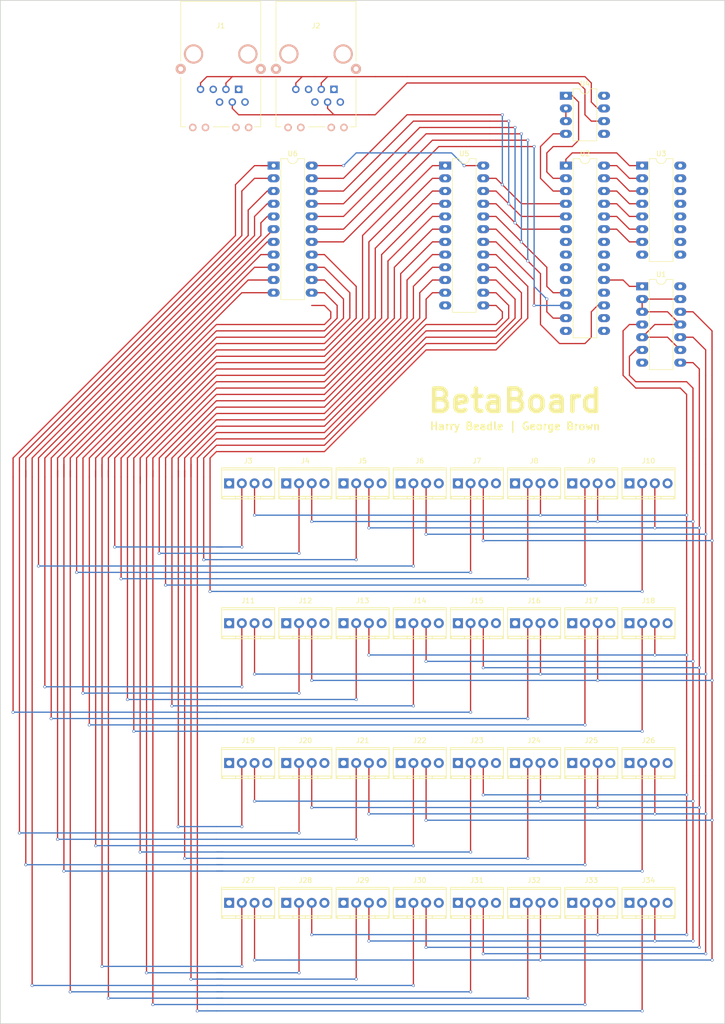
<source format=kicad_pcb>
(kicad_pcb (version 4) (host pcbnew 4.0.6)

  (general
    (links 187)
    (no_connects 101)
    (area 30.404999 30.214999 175.335001 235.025001)
    (thickness 1.6)
    (drawings 7)
    (tracks 784)
    (zones 0)
    (modules 40)
    (nets 72)
  )

  (page A4 portrait)
  (title_block
    (title BetaBoard)
    (rev RevA)
    (company "Harry Beadle, George Brown")
  )

  (layers
    (0 F.Cu signal)
    (31 B.Cu signal)
    (32 B.Adhes user)
    (33 F.Adhes user)
    (34 B.Paste user)
    (35 F.Paste user)
    (36 B.SilkS user)
    (37 F.SilkS user)
    (38 B.Mask user)
    (39 F.Mask user)
    (40 Dwgs.User user)
    (41 Cmts.User user)
    (42 Eco1.User user)
    (43 Eco2.User user)
    (44 Edge.Cuts user)
    (45 Margin user)
    (46 B.CrtYd user)
    (47 F.CrtYd user)
    (48 B.Fab user)
    (49 F.Fab user)
  )

  (setup
    (last_trace_width 0.25)
    (trace_clearance 0.2)
    (zone_clearance 0.508)
    (zone_45_only no)
    (trace_min 0.2)
    (segment_width 0.2)
    (edge_width 0.15)
    (via_size 0.6)
    (via_drill 0.4)
    (via_min_size 0.4)
    (via_min_drill 0.3)
    (uvia_size 0.3)
    (uvia_drill 0.1)
    (uvias_allowed no)
    (uvia_min_size 0.2)
    (uvia_min_drill 0.1)
    (pcb_text_width 0.3)
    (pcb_text_size 1.5 1.5)
    (mod_edge_width 0.15)
    (mod_text_size 1 1)
    (mod_text_width 0.15)
    (pad_size 1.524 1.524)
    (pad_drill 0.762)
    (pad_to_mask_clearance 0.2)
    (aux_axis_origin 0 0)
    (visible_elements FFFFF77F)
    (pcbplotparams
      (layerselection 0x00030_80000001)
      (usegerberextensions false)
      (excludeedgelayer true)
      (linewidth 0.100000)
      (plotframeref false)
      (viasonmask false)
      (mode 1)
      (useauxorigin false)
      (hpglpennumber 1)
      (hpglpenspeed 20)
      (hpglpendiameter 15)
      (hpglpenoverlay 2)
      (psnegative false)
      (psa4output false)
      (plotreference true)
      (plotvalue true)
      (plotinvisibletext false)
      (padsonsilk false)
      (subtractmaskfromsilk false)
      (outputformat 1)
      (mirror false)
      (drillshape 1)
      (scaleselection 1)
      (outputdirectory ""))
  )

  (net 0 "")
  (net 1 GND)
  (net 2 "Net-(J1-Pad2)")
  (net 3 /nRxIN)
  (net 4 /RxIN)
  (net 5 "Net-(J1-Pad6)")
  (net 6 "Net-(J2-Pad2)")
  (net 7 "Net-(J2-Pad6)")
  (net 8 VCC)
  (net 9 DATA00)
  (net 10 CLK0)
  (net 11 DATA07)
  (net 12 CLK1)
  (net 13 DATA14)
  (net 14 CLK2)
  (net 15 DATA20)
  (net 16 CLK3)
  (net 17 DATA26)
  (net 18 CLK4)
  (net 19 DATA01)
  (net 20 DATA08)
  (net 21 DATA15)
  (net 22 DATA21)
  (net 23 DATA27)
  (net 24 DATA02)
  (net 25 DATA09)
  (net 26 DATA16)
  (net 27 DATA22)
  (net 28 DATA28)
  (net 29 DATA03)
  (net 30 DATA10)
  (net 31 DATA17)
  (net 32 DATA23)
  (net 33 DATA29)
  (net 34 DATA04)
  (net 35 DATA11)
  (net 36 DATA18)
  (net 37 DATA24)
  (net 38 DATA30)
  (net 39 DATA05)
  (net 40 DATA12)
  (net 41 DATA19)
  (net 42 DATA25)
  (net 43 DATA31)
  (net 44 DATA06)
  (net 45 DATA13)
  (net 46 CLKR)
  (net 47 "Net-(U1-Pad11)")
  (net 48 "Net-(U2-Pad1)")
  (net 49 TxE/~RxE)
  (net 50 Rx)
  (net 51 "Net-(U2-Pad16)")
  (net 52 Tx)
  (net 53 DATAR)
  (net 54 /A0)
  (net 55 "Net-(U2-Pad18)")
  (net 56 /A1)
  (net 57 /A2)
  (net 58 "Net-(U2-Pad21)")
  (net 59 "Net-(U2-Pad9)")
  (net 60 "Net-(U2-Pad23)")
  (net 61 "Net-(U2-Pad10)")
  (net 62 "Net-(U2-Pad24)")
  (net 63 /A3)
  (net 64 "Net-(U2-Pad25)")
  (net 65 /G)
  (net 66 "Net-(U2-Pad26)")
  (net 67 /~G)
  (net 68 "Net-(U2-Pad27)")
  (net 69 "Net-(U2-Pad14)")
  (net 70 "Net-(U2-Pad28)")
  (net 71 "Net-(U3-Pad8)")

  (net_class Default "This is the default net class."
    (clearance 0.2)
    (trace_width 0.25)
    (via_dia 0.6)
    (via_drill 0.4)
    (uvia_dia 0.3)
    (uvia_drill 0.1)
    (add_net /A0)
    (add_net /A1)
    (add_net /A2)
    (add_net /A3)
    (add_net /G)
    (add_net /RxIN)
    (add_net /nRxIN)
    (add_net /~G)
    (add_net CLK0)
    (add_net CLK1)
    (add_net CLK2)
    (add_net CLK3)
    (add_net CLK4)
    (add_net CLKR)
    (add_net DATA00)
    (add_net DATA01)
    (add_net DATA02)
    (add_net DATA03)
    (add_net DATA04)
    (add_net DATA05)
    (add_net DATA06)
    (add_net DATA07)
    (add_net DATA08)
    (add_net DATA09)
    (add_net DATA10)
    (add_net DATA11)
    (add_net DATA12)
    (add_net DATA13)
    (add_net DATA14)
    (add_net DATA15)
    (add_net DATA16)
    (add_net DATA17)
    (add_net DATA18)
    (add_net DATA19)
    (add_net DATA20)
    (add_net DATA21)
    (add_net DATA22)
    (add_net DATA23)
    (add_net DATA24)
    (add_net DATA25)
    (add_net DATA26)
    (add_net DATA27)
    (add_net DATA28)
    (add_net DATA29)
    (add_net DATA30)
    (add_net DATA31)
    (add_net DATAR)
    (add_net GND)
    (add_net "Net-(J1-Pad2)")
    (add_net "Net-(J1-Pad6)")
    (add_net "Net-(J2-Pad2)")
    (add_net "Net-(J2-Pad6)")
    (add_net "Net-(U1-Pad11)")
    (add_net "Net-(U2-Pad1)")
    (add_net "Net-(U2-Pad10)")
    (add_net "Net-(U2-Pad14)")
    (add_net "Net-(U2-Pad16)")
    (add_net "Net-(U2-Pad18)")
    (add_net "Net-(U2-Pad21)")
    (add_net "Net-(U2-Pad23)")
    (add_net "Net-(U2-Pad24)")
    (add_net "Net-(U2-Pad25)")
    (add_net "Net-(U2-Pad26)")
    (add_net "Net-(U2-Pad27)")
    (add_net "Net-(U2-Pad28)")
    (add_net "Net-(U2-Pad9)")
    (add_net "Net-(U3-Pad8)")
    (add_net Rx)
    (add_net Tx)
    (add_net TxE/~RxE)
    (add_net VCC)
  )

  (module Connectors:RJ45_TRANSFO_ver2 (layer F.Cu) (tedit 0) (tstamp 5991C0A1)
    (at 78.105 48.26 180)
    (tags RJ45)
    (path /5969FD3B)
    (fp_text reference J1 (at 3.59 12.7 180) (layer F.SilkS)
      (effects (font (size 1 1) (thickness 0.15)))
    )
    (fp_text value RJ45 (at 3.73 4.47 180) (layer F.Fab)
      (effects (font (size 1 1) (thickness 0.15)))
    )
    (fp_line (start 11.59 17.53) (end 11.59 5.59) (layer F.SilkS) (width 0.12))
    (fp_line (start 11.59 2.41) (end 11.59 -7.49) (layer F.SilkS) (width 0.12))
    (fp_line (start -4.41 17.53) (end -4.41 5.59) (layer F.SilkS) (width 0.12))
    (fp_line (start -4.41 2.41) (end -4.41 -7.49) (layer F.SilkS) (width 0.12))
    (fp_line (start 11.59 -7.49) (end 10.57 -7.49) (layer F.SilkS) (width 0.12))
    (fp_line (start 1.81 -7.49) (end 5.11 -7.49) (layer F.SilkS) (width 0.12))
    (fp_line (start -4.41 -7.49) (end -3.14 -7.49) (layer F.SilkS) (width 0.12))
    (fp_line (start -4.41 17.57) (end 11.59 17.57) (layer F.SilkS) (width 0.12))
    (fp_line (start -5.68 -8.63) (end 12.85 -8.63) (layer F.CrtYd) (width 0.05))
    (fp_line (start -5.68 -8.63) (end -5.68 17.82) (layer F.CrtYd) (width 0.05))
    (fp_line (start 12.85 17.82) (end 12.85 -8.63) (layer F.CrtYd) (width 0.05))
    (fp_line (start 12.85 17.82) (end -5.68 17.82) (layer F.CrtYd) (width 0.05))
    (pad Hole thru_hole circle (at 9.01 7.07 180) (size 3.85 3.85) (drill 3.05) (layers *.Cu *.SilkS *.Mask))
    (pad Hole thru_hole circle (at -1.84 7.06 180) (size 3.85 3.85) (drill 3.05) (layers *.Cu *.SilkS *.Mask))
    (pad 1 thru_hole rect (at 0 0 180) (size 1.5 1.5) (drill 0.9) (layers *.Cu *.Mask)
      (net 1 GND))
    (pad 2 thru_hole circle (at -1.27 -2.54 180) (size 1.5 1.5) (drill 0.9) (layers *.Cu *.Mask)
      (net 2 "Net-(J1-Pad2)"))
    (pad 3 thru_hole circle (at 2.54 0 180) (size 1.5 1.5) (drill 0.9) (layers *.Cu *.Mask)
      (net 3 /nRxIN))
    (pad 4 thru_hole circle (at 1.27 -2.54 180) (size 1.5 1.5) (drill 0.9) (layers *.Cu *.Mask)
      (net 4 /RxIN))
    (pad 5 thru_hole circle (at 5.08 0 180) (size 1.5 1.5) (drill 0.9) (layers *.Cu *.Mask)
      (net 1 GND))
    (pad 6 thru_hole circle (at 3.81 -2.54 180) (size 1.5 1.5) (drill 0.9) (layers *.Cu *.Mask)
      (net 5 "Net-(J1-Pad6)"))
    (pad 7 thru_hole circle (at 7.62 0 180) (size 1.5 1.5) (drill 0.9) (layers *.Cu *.Mask)
      (net 3 /nRxIN))
    (pad 9 thru_hole circle (at 11.58 4.08 180) (size 2.03 2.03) (drill 1) (layers *.Cu *.SilkS *.Mask)
      (net 1 GND))
    (pad 9 thru_hole circle (at -4.41 4.08 180) (size 2.03 2.03) (drill 1) (layers *.Cu *.SilkS *.Mask)
      (net 1 GND))
    (pad Hole thru_hole circle (at 0.54 -7.62 180) (size 1.51 1.51) (drill 0.9) (layers *.Cu *.SilkS *.Mask))
    (pad Hole thru_hole circle (at 6.63 -7.62 180) (size 1.51 1.51) (drill 0.9) (layers *.Cu *.SilkS *.Mask))
    (pad Hole thru_hole circle (at -2 -7.62 180) (size 1.51 1.51) (drill 0.9) (layers *.Cu *.SilkS *.Mask))
    (pad Hole thru_hole circle (at 9.17 -7.62 180) (size 1.51 1.51) (drill 0.9) (layers *.Cu *.SilkS *.Mask))
  )

  (module Connectors:RJ45_TRANSFO_ver2 (layer F.Cu) (tedit 0) (tstamp 5991C0C0)
    (at 97.155 48.26 180)
    (tags RJ45)
    (path /590A00DA)
    (fp_text reference J2 (at 3.59 12.7 180) (layer F.SilkS)
      (effects (font (size 1 1) (thickness 0.15)))
    )
    (fp_text value RJ45 (at 3.73 4.47 180) (layer F.Fab)
      (effects (font (size 1 1) (thickness 0.15)))
    )
    (fp_line (start 11.59 17.53) (end 11.59 5.59) (layer F.SilkS) (width 0.12))
    (fp_line (start 11.59 2.41) (end 11.59 -7.49) (layer F.SilkS) (width 0.12))
    (fp_line (start -4.41 17.53) (end -4.41 5.59) (layer F.SilkS) (width 0.12))
    (fp_line (start -4.41 2.41) (end -4.41 -7.49) (layer F.SilkS) (width 0.12))
    (fp_line (start 11.59 -7.49) (end 10.57 -7.49) (layer F.SilkS) (width 0.12))
    (fp_line (start 1.81 -7.49) (end 5.11 -7.49) (layer F.SilkS) (width 0.12))
    (fp_line (start -4.41 -7.49) (end -3.14 -7.49) (layer F.SilkS) (width 0.12))
    (fp_line (start -4.41 17.57) (end 11.59 17.57) (layer F.SilkS) (width 0.12))
    (fp_line (start -5.68 -8.63) (end 12.85 -8.63) (layer F.CrtYd) (width 0.05))
    (fp_line (start -5.68 -8.63) (end -5.68 17.82) (layer F.CrtYd) (width 0.05))
    (fp_line (start 12.85 17.82) (end 12.85 -8.63) (layer F.CrtYd) (width 0.05))
    (fp_line (start 12.85 17.82) (end -5.68 17.82) (layer F.CrtYd) (width 0.05))
    (pad Hole thru_hole circle (at 9.01 7.07 180) (size 3.85 3.85) (drill 3.05) (layers *.Cu *.SilkS *.Mask))
    (pad Hole thru_hole circle (at -1.84 7.06 180) (size 3.85 3.85) (drill 3.05) (layers *.Cu *.SilkS *.Mask))
    (pad 1 thru_hole rect (at 0 0 180) (size 1.5 1.5) (drill 0.9) (layers *.Cu *.Mask)
      (net 1 GND))
    (pad 2 thru_hole circle (at -1.27 -2.54 180) (size 1.5 1.5) (drill 0.9) (layers *.Cu *.Mask)
      (net 6 "Net-(J2-Pad2)"))
    (pad 3 thru_hole circle (at 2.54 0 180) (size 1.5 1.5) (drill 0.9) (layers *.Cu *.Mask)
      (net 3 /nRxIN))
    (pad 4 thru_hole circle (at 1.27 -2.54 180) (size 1.5 1.5) (drill 0.9) (layers *.Cu *.Mask)
      (net 4 /RxIN))
    (pad 5 thru_hole circle (at 5.08 0 180) (size 1.5 1.5) (drill 0.9) (layers *.Cu *.Mask)
      (net 1 GND))
    (pad 6 thru_hole circle (at 3.81 -2.54 180) (size 1.5 1.5) (drill 0.9) (layers *.Cu *.Mask)
      (net 7 "Net-(J2-Pad6)"))
    (pad 7 thru_hole circle (at 7.62 0 180) (size 1.5 1.5) (drill 0.9) (layers *.Cu *.Mask)
      (net 3 /nRxIN))
    (pad 9 thru_hole circle (at 11.58 4.08 180) (size 2.03 2.03) (drill 1) (layers *.Cu *.SilkS *.Mask)
      (net 1 GND))
    (pad 9 thru_hole circle (at -4.41 4.08 180) (size 2.03 2.03) (drill 1) (layers *.Cu *.SilkS *.Mask)
      (net 1 GND))
    (pad Hole thru_hole circle (at 0.54 -7.62 180) (size 1.51 1.51) (drill 0.9) (layers *.Cu *.SilkS *.Mask))
    (pad Hole thru_hole circle (at 6.63 -7.62 180) (size 1.51 1.51) (drill 0.9) (layers *.Cu *.SilkS *.Mask))
    (pad Hole thru_hole circle (at -2 -7.62 180) (size 1.51 1.51) (drill 0.9) (layers *.Cu *.SilkS *.Mask))
    (pad Hole thru_hole circle (at 9.17 -7.62 180) (size 1.51 1.51) (drill 0.9) (layers *.Cu *.SilkS *.Mask))
  )

  (module Connectors_Terminal_Blocks:TerminalBlock_Pheonix_MPT-2.54mm_4pol (layer F.Cu) (tedit 0) (tstamp 5991C0D7)
    (at 76.2 127)
    (descr "4-way 2.54mm pitch terminal block, Phoenix MPT series")
    (path /590C59B4)
    (fp_text reference J3 (at 3.81 -4.50088) (layer F.SilkS)
      (effects (font (size 1 1) (thickness 0.15)))
    )
    (fp_text value CTB9308/4 (at 3.81 4.50088) (layer F.Fab)
      (effects (font (size 1 1) (thickness 0.15)))
    )
    (fp_line (start -1.778 -3.302) (end 9.398 -3.302) (layer F.CrtYd) (width 0.05))
    (fp_line (start -1.778 3.302) (end -1.778 -3.302) (layer F.CrtYd) (width 0.05))
    (fp_line (start 9.398 3.302) (end -1.778 3.302) (layer F.CrtYd) (width 0.05))
    (fp_line (start 9.398 -3.302) (end 9.398 3.302) (layer F.CrtYd) (width 0.05))
    (fp_line (start 9.11098 -3.0988) (end -1.49098 -3.0988) (layer F.SilkS) (width 0.15))
    (fp_line (start -1.49098 -2.70002) (end 9.11098 -2.70002) (layer F.SilkS) (width 0.15))
    (fp_line (start -1.49098 2.60096) (end 9.11098 2.60096) (layer F.SilkS) (width 0.15))
    (fp_line (start 9.11098 3.0988) (end -1.49098 3.0988) (layer F.SilkS) (width 0.15))
    (fp_line (start 6.30682 2.60096) (end 6.30682 3.0988) (layer F.SilkS) (width 0.15))
    (fp_line (start 3.81 2.60096) (end 3.81 3.0988) (layer F.SilkS) (width 0.15))
    (fp_line (start -1.28778 3.0988) (end -1.28778 2.60096) (layer F.SilkS) (width 0.15))
    (fp_line (start 8.91032 2.60096) (end 8.91032 3.0988) (layer F.SilkS) (width 0.15))
    (fp_line (start 1.31318 3.0988) (end 1.31318 2.60096) (layer F.SilkS) (width 0.15))
    (fp_line (start 9.10844 3.0988) (end 9.10844 -3.0988) (layer F.SilkS) (width 0.15))
    (fp_line (start -1.4859 -3.0988) (end -1.4859 3.0988) (layer F.SilkS) (width 0.15))
    (pad 4 thru_hole oval (at 7.62 0 180) (size 1.99898 1.99898) (drill 1.09728) (layers *.Cu *.Mask)
      (net 1 GND))
    (pad 1 thru_hole rect (at 0 0 180) (size 1.99898 1.99898) (drill 1.09728) (layers *.Cu *.Mask)
      (net 8 VCC))
    (pad 2 thru_hole oval (at 2.54 0 180) (size 1.99898 1.99898) (drill 1.09728) (layers *.Cu *.Mask)
      (net 9 DATA00))
    (pad 3 thru_hole oval (at 5.08 0 180) (size 1.99898 1.99898) (drill 1.09728) (layers *.Cu *.Mask)
      (net 10 CLK0))
    (model Terminal_Blocks.3dshapes/TerminalBlock_Pheonix_MPT-2.54mm_4pol.wrl
      (at (xyz 0.15 0 0))
      (scale (xyz 1 1 1))
      (rotate (xyz 0 0 0))
    )
  )

  (module Connectors_Terminal_Blocks:TerminalBlock_Pheonix_MPT-2.54mm_4pol (layer F.Cu) (tedit 0) (tstamp 5991C0EE)
    (at 87.63 127)
    (descr "4-way 2.54mm pitch terminal block, Phoenix MPT series")
    (path /590C69F9)
    (fp_text reference J4 (at 3.81 -4.50088) (layer F.SilkS)
      (effects (font (size 1 1) (thickness 0.15)))
    )
    (fp_text value CTB9308/4 (at 3.81 4.50088) (layer F.Fab)
      (effects (font (size 1 1) (thickness 0.15)))
    )
    (fp_line (start -1.778 -3.302) (end 9.398 -3.302) (layer F.CrtYd) (width 0.05))
    (fp_line (start -1.778 3.302) (end -1.778 -3.302) (layer F.CrtYd) (width 0.05))
    (fp_line (start 9.398 3.302) (end -1.778 3.302) (layer F.CrtYd) (width 0.05))
    (fp_line (start 9.398 -3.302) (end 9.398 3.302) (layer F.CrtYd) (width 0.05))
    (fp_line (start 9.11098 -3.0988) (end -1.49098 -3.0988) (layer F.SilkS) (width 0.15))
    (fp_line (start -1.49098 -2.70002) (end 9.11098 -2.70002) (layer F.SilkS) (width 0.15))
    (fp_line (start -1.49098 2.60096) (end 9.11098 2.60096) (layer F.SilkS) (width 0.15))
    (fp_line (start 9.11098 3.0988) (end -1.49098 3.0988) (layer F.SilkS) (width 0.15))
    (fp_line (start 6.30682 2.60096) (end 6.30682 3.0988) (layer F.SilkS) (width 0.15))
    (fp_line (start 3.81 2.60096) (end 3.81 3.0988) (layer F.SilkS) (width 0.15))
    (fp_line (start -1.28778 3.0988) (end -1.28778 2.60096) (layer F.SilkS) (width 0.15))
    (fp_line (start 8.91032 2.60096) (end 8.91032 3.0988) (layer F.SilkS) (width 0.15))
    (fp_line (start 1.31318 3.0988) (end 1.31318 2.60096) (layer F.SilkS) (width 0.15))
    (fp_line (start 9.10844 3.0988) (end 9.10844 -3.0988) (layer F.SilkS) (width 0.15))
    (fp_line (start -1.4859 -3.0988) (end -1.4859 3.0988) (layer F.SilkS) (width 0.15))
    (pad 4 thru_hole oval (at 7.62 0 180) (size 1.99898 1.99898) (drill 1.09728) (layers *.Cu *.Mask)
      (net 1 GND))
    (pad 1 thru_hole rect (at 0 0 180) (size 1.99898 1.99898) (drill 1.09728) (layers *.Cu *.Mask)
      (net 8 VCC))
    (pad 2 thru_hole oval (at 2.54 0 180) (size 1.99898 1.99898) (drill 1.09728) (layers *.Cu *.Mask)
      (net 11 DATA07))
    (pad 3 thru_hole oval (at 5.08 0 180) (size 1.99898 1.99898) (drill 1.09728) (layers *.Cu *.Mask)
      (net 12 CLK1))
    (model Terminal_Blocks.3dshapes/TerminalBlock_Pheonix_MPT-2.54mm_4pol.wrl
      (at (xyz 0.15 0 0))
      (scale (xyz 1 1 1))
      (rotate (xyz 0 0 0))
    )
  )

  (module Connectors_Terminal_Blocks:TerminalBlock_Pheonix_MPT-2.54mm_4pol (layer F.Cu) (tedit 0) (tstamp 5991C105)
    (at 99.06 127)
    (descr "4-way 2.54mm pitch terminal block, Phoenix MPT series")
    (path /590C7246)
    (fp_text reference J5 (at 3.81 -4.50088) (layer F.SilkS)
      (effects (font (size 1 1) (thickness 0.15)))
    )
    (fp_text value CTB9308/4 (at 3.81 4.50088) (layer F.Fab)
      (effects (font (size 1 1) (thickness 0.15)))
    )
    (fp_line (start -1.778 -3.302) (end 9.398 -3.302) (layer F.CrtYd) (width 0.05))
    (fp_line (start -1.778 3.302) (end -1.778 -3.302) (layer F.CrtYd) (width 0.05))
    (fp_line (start 9.398 3.302) (end -1.778 3.302) (layer F.CrtYd) (width 0.05))
    (fp_line (start 9.398 -3.302) (end 9.398 3.302) (layer F.CrtYd) (width 0.05))
    (fp_line (start 9.11098 -3.0988) (end -1.49098 -3.0988) (layer F.SilkS) (width 0.15))
    (fp_line (start -1.49098 -2.70002) (end 9.11098 -2.70002) (layer F.SilkS) (width 0.15))
    (fp_line (start -1.49098 2.60096) (end 9.11098 2.60096) (layer F.SilkS) (width 0.15))
    (fp_line (start 9.11098 3.0988) (end -1.49098 3.0988) (layer F.SilkS) (width 0.15))
    (fp_line (start 6.30682 2.60096) (end 6.30682 3.0988) (layer F.SilkS) (width 0.15))
    (fp_line (start 3.81 2.60096) (end 3.81 3.0988) (layer F.SilkS) (width 0.15))
    (fp_line (start -1.28778 3.0988) (end -1.28778 2.60096) (layer F.SilkS) (width 0.15))
    (fp_line (start 8.91032 2.60096) (end 8.91032 3.0988) (layer F.SilkS) (width 0.15))
    (fp_line (start 1.31318 3.0988) (end 1.31318 2.60096) (layer F.SilkS) (width 0.15))
    (fp_line (start 9.10844 3.0988) (end 9.10844 -3.0988) (layer F.SilkS) (width 0.15))
    (fp_line (start -1.4859 -3.0988) (end -1.4859 3.0988) (layer F.SilkS) (width 0.15))
    (pad 4 thru_hole oval (at 7.62 0 180) (size 1.99898 1.99898) (drill 1.09728) (layers *.Cu *.Mask)
      (net 1 GND))
    (pad 1 thru_hole rect (at 0 0 180) (size 1.99898 1.99898) (drill 1.09728) (layers *.Cu *.Mask)
      (net 8 VCC))
    (pad 2 thru_hole oval (at 2.54 0 180) (size 1.99898 1.99898) (drill 1.09728) (layers *.Cu *.Mask)
      (net 13 DATA14))
    (pad 3 thru_hole oval (at 5.08 0 180) (size 1.99898 1.99898) (drill 1.09728) (layers *.Cu *.Mask)
      (net 14 CLK2))
    (model Terminal_Blocks.3dshapes/TerminalBlock_Pheonix_MPT-2.54mm_4pol.wrl
      (at (xyz 0.15 0 0))
      (scale (xyz 1 1 1))
      (rotate (xyz 0 0 0))
    )
  )

  (module Connectors_Terminal_Blocks:TerminalBlock_Pheonix_MPT-2.54mm_4pol (layer F.Cu) (tedit 0) (tstamp 5991C11C)
    (at 110.49 127)
    (descr "4-way 2.54mm pitch terminal block, Phoenix MPT series")
    (path /590C84AA)
    (fp_text reference J6 (at 3.81 -4.50088) (layer F.SilkS)
      (effects (font (size 1 1) (thickness 0.15)))
    )
    (fp_text value CTB9308/4 (at 3.81 4.50088) (layer F.Fab)
      (effects (font (size 1 1) (thickness 0.15)))
    )
    (fp_line (start -1.778 -3.302) (end 9.398 -3.302) (layer F.CrtYd) (width 0.05))
    (fp_line (start -1.778 3.302) (end -1.778 -3.302) (layer F.CrtYd) (width 0.05))
    (fp_line (start 9.398 3.302) (end -1.778 3.302) (layer F.CrtYd) (width 0.05))
    (fp_line (start 9.398 -3.302) (end 9.398 3.302) (layer F.CrtYd) (width 0.05))
    (fp_line (start 9.11098 -3.0988) (end -1.49098 -3.0988) (layer F.SilkS) (width 0.15))
    (fp_line (start -1.49098 -2.70002) (end 9.11098 -2.70002) (layer F.SilkS) (width 0.15))
    (fp_line (start -1.49098 2.60096) (end 9.11098 2.60096) (layer F.SilkS) (width 0.15))
    (fp_line (start 9.11098 3.0988) (end -1.49098 3.0988) (layer F.SilkS) (width 0.15))
    (fp_line (start 6.30682 2.60096) (end 6.30682 3.0988) (layer F.SilkS) (width 0.15))
    (fp_line (start 3.81 2.60096) (end 3.81 3.0988) (layer F.SilkS) (width 0.15))
    (fp_line (start -1.28778 3.0988) (end -1.28778 2.60096) (layer F.SilkS) (width 0.15))
    (fp_line (start 8.91032 2.60096) (end 8.91032 3.0988) (layer F.SilkS) (width 0.15))
    (fp_line (start 1.31318 3.0988) (end 1.31318 2.60096) (layer F.SilkS) (width 0.15))
    (fp_line (start 9.10844 3.0988) (end 9.10844 -3.0988) (layer F.SilkS) (width 0.15))
    (fp_line (start -1.4859 -3.0988) (end -1.4859 3.0988) (layer F.SilkS) (width 0.15))
    (pad 4 thru_hole oval (at 7.62 0 180) (size 1.99898 1.99898) (drill 1.09728) (layers *.Cu *.Mask)
      (net 1 GND))
    (pad 1 thru_hole rect (at 0 0 180) (size 1.99898 1.99898) (drill 1.09728) (layers *.Cu *.Mask)
      (net 8 VCC))
    (pad 2 thru_hole oval (at 2.54 0 180) (size 1.99898 1.99898) (drill 1.09728) (layers *.Cu *.Mask)
      (net 15 DATA20))
    (pad 3 thru_hole oval (at 5.08 0 180) (size 1.99898 1.99898) (drill 1.09728) (layers *.Cu *.Mask)
      (net 16 CLK3))
    (model Terminal_Blocks.3dshapes/TerminalBlock_Pheonix_MPT-2.54mm_4pol.wrl
      (at (xyz 0.15 0 0))
      (scale (xyz 1 1 1))
      (rotate (xyz 0 0 0))
    )
  )

  (module Connectors_Terminal_Blocks:TerminalBlock_Pheonix_MPT-2.54mm_4pol (layer F.Cu) (tedit 0) (tstamp 5991C133)
    (at 121.92 127)
    (descr "4-way 2.54mm pitch terminal block, Phoenix MPT series")
    (path /590C850F)
    (fp_text reference J7 (at 3.81 -4.50088) (layer F.SilkS)
      (effects (font (size 1 1) (thickness 0.15)))
    )
    (fp_text value CTB9308/4 (at 3.81 4.50088) (layer F.Fab)
      (effects (font (size 1 1) (thickness 0.15)))
    )
    (fp_line (start -1.778 -3.302) (end 9.398 -3.302) (layer F.CrtYd) (width 0.05))
    (fp_line (start -1.778 3.302) (end -1.778 -3.302) (layer F.CrtYd) (width 0.05))
    (fp_line (start 9.398 3.302) (end -1.778 3.302) (layer F.CrtYd) (width 0.05))
    (fp_line (start 9.398 -3.302) (end 9.398 3.302) (layer F.CrtYd) (width 0.05))
    (fp_line (start 9.11098 -3.0988) (end -1.49098 -3.0988) (layer F.SilkS) (width 0.15))
    (fp_line (start -1.49098 -2.70002) (end 9.11098 -2.70002) (layer F.SilkS) (width 0.15))
    (fp_line (start -1.49098 2.60096) (end 9.11098 2.60096) (layer F.SilkS) (width 0.15))
    (fp_line (start 9.11098 3.0988) (end -1.49098 3.0988) (layer F.SilkS) (width 0.15))
    (fp_line (start 6.30682 2.60096) (end 6.30682 3.0988) (layer F.SilkS) (width 0.15))
    (fp_line (start 3.81 2.60096) (end 3.81 3.0988) (layer F.SilkS) (width 0.15))
    (fp_line (start -1.28778 3.0988) (end -1.28778 2.60096) (layer F.SilkS) (width 0.15))
    (fp_line (start 8.91032 2.60096) (end 8.91032 3.0988) (layer F.SilkS) (width 0.15))
    (fp_line (start 1.31318 3.0988) (end 1.31318 2.60096) (layer F.SilkS) (width 0.15))
    (fp_line (start 9.10844 3.0988) (end 9.10844 -3.0988) (layer F.SilkS) (width 0.15))
    (fp_line (start -1.4859 -3.0988) (end -1.4859 3.0988) (layer F.SilkS) (width 0.15))
    (pad 4 thru_hole oval (at 7.62 0 180) (size 1.99898 1.99898) (drill 1.09728) (layers *.Cu *.Mask)
      (net 1 GND))
    (pad 1 thru_hole rect (at 0 0 180) (size 1.99898 1.99898) (drill 1.09728) (layers *.Cu *.Mask)
      (net 8 VCC))
    (pad 2 thru_hole oval (at 2.54 0 180) (size 1.99898 1.99898) (drill 1.09728) (layers *.Cu *.Mask)
      (net 17 DATA26))
    (pad 3 thru_hole oval (at 5.08 0 180) (size 1.99898 1.99898) (drill 1.09728) (layers *.Cu *.Mask)
      (net 18 CLK4))
    (model Terminal_Blocks.3dshapes/TerminalBlock_Pheonix_MPT-2.54mm_4pol.wrl
      (at (xyz 0.15 0 0))
      (scale (xyz 1 1 1))
      (rotate (xyz 0 0 0))
    )
  )

  (module Connectors_Terminal_Blocks:TerminalBlock_Pheonix_MPT-2.54mm_4pol (layer F.Cu) (tedit 0) (tstamp 5991C14A)
    (at 133.35 127)
    (descr "4-way 2.54mm pitch terminal block, Phoenix MPT series")
    (path /590C5B7C)
    (fp_text reference J8 (at 3.81 -4.50088) (layer F.SilkS)
      (effects (font (size 1 1) (thickness 0.15)))
    )
    (fp_text value CTB9308/4 (at 3.81 4.50088) (layer F.Fab)
      (effects (font (size 1 1) (thickness 0.15)))
    )
    (fp_line (start -1.778 -3.302) (end 9.398 -3.302) (layer F.CrtYd) (width 0.05))
    (fp_line (start -1.778 3.302) (end -1.778 -3.302) (layer F.CrtYd) (width 0.05))
    (fp_line (start 9.398 3.302) (end -1.778 3.302) (layer F.CrtYd) (width 0.05))
    (fp_line (start 9.398 -3.302) (end 9.398 3.302) (layer F.CrtYd) (width 0.05))
    (fp_line (start 9.11098 -3.0988) (end -1.49098 -3.0988) (layer F.SilkS) (width 0.15))
    (fp_line (start -1.49098 -2.70002) (end 9.11098 -2.70002) (layer F.SilkS) (width 0.15))
    (fp_line (start -1.49098 2.60096) (end 9.11098 2.60096) (layer F.SilkS) (width 0.15))
    (fp_line (start 9.11098 3.0988) (end -1.49098 3.0988) (layer F.SilkS) (width 0.15))
    (fp_line (start 6.30682 2.60096) (end 6.30682 3.0988) (layer F.SilkS) (width 0.15))
    (fp_line (start 3.81 2.60096) (end 3.81 3.0988) (layer F.SilkS) (width 0.15))
    (fp_line (start -1.28778 3.0988) (end -1.28778 2.60096) (layer F.SilkS) (width 0.15))
    (fp_line (start 8.91032 2.60096) (end 8.91032 3.0988) (layer F.SilkS) (width 0.15))
    (fp_line (start 1.31318 3.0988) (end 1.31318 2.60096) (layer F.SilkS) (width 0.15))
    (fp_line (start 9.10844 3.0988) (end 9.10844 -3.0988) (layer F.SilkS) (width 0.15))
    (fp_line (start -1.4859 -3.0988) (end -1.4859 3.0988) (layer F.SilkS) (width 0.15))
    (pad 4 thru_hole oval (at 7.62 0 180) (size 1.99898 1.99898) (drill 1.09728) (layers *.Cu *.Mask)
      (net 1 GND))
    (pad 1 thru_hole rect (at 0 0 180) (size 1.99898 1.99898) (drill 1.09728) (layers *.Cu *.Mask)
      (net 8 VCC))
    (pad 2 thru_hole oval (at 2.54 0 180) (size 1.99898 1.99898) (drill 1.09728) (layers *.Cu *.Mask)
      (net 19 DATA01))
    (pad 3 thru_hole oval (at 5.08 0 180) (size 1.99898 1.99898) (drill 1.09728) (layers *.Cu *.Mask)
      (net 10 CLK0))
    (model Terminal_Blocks.3dshapes/TerminalBlock_Pheonix_MPT-2.54mm_4pol.wrl
      (at (xyz 0.15 0 0))
      (scale (xyz 1 1 1))
      (rotate (xyz 0 0 0))
    )
  )

  (module Connectors_Terminal_Blocks:TerminalBlock_Pheonix_MPT-2.54mm_4pol (layer F.Cu) (tedit 0) (tstamp 5991C161)
    (at 144.78 127)
    (descr "4-way 2.54mm pitch terminal block, Phoenix MPT series")
    (path /590C6A3F)
    (fp_text reference J9 (at 3.81 -4.50088) (layer F.SilkS)
      (effects (font (size 1 1) (thickness 0.15)))
    )
    (fp_text value CTB9308/4 (at 3.81 4.50088) (layer F.Fab)
      (effects (font (size 1 1) (thickness 0.15)))
    )
    (fp_line (start -1.778 -3.302) (end 9.398 -3.302) (layer F.CrtYd) (width 0.05))
    (fp_line (start -1.778 3.302) (end -1.778 -3.302) (layer F.CrtYd) (width 0.05))
    (fp_line (start 9.398 3.302) (end -1.778 3.302) (layer F.CrtYd) (width 0.05))
    (fp_line (start 9.398 -3.302) (end 9.398 3.302) (layer F.CrtYd) (width 0.05))
    (fp_line (start 9.11098 -3.0988) (end -1.49098 -3.0988) (layer F.SilkS) (width 0.15))
    (fp_line (start -1.49098 -2.70002) (end 9.11098 -2.70002) (layer F.SilkS) (width 0.15))
    (fp_line (start -1.49098 2.60096) (end 9.11098 2.60096) (layer F.SilkS) (width 0.15))
    (fp_line (start 9.11098 3.0988) (end -1.49098 3.0988) (layer F.SilkS) (width 0.15))
    (fp_line (start 6.30682 2.60096) (end 6.30682 3.0988) (layer F.SilkS) (width 0.15))
    (fp_line (start 3.81 2.60096) (end 3.81 3.0988) (layer F.SilkS) (width 0.15))
    (fp_line (start -1.28778 3.0988) (end -1.28778 2.60096) (layer F.SilkS) (width 0.15))
    (fp_line (start 8.91032 2.60096) (end 8.91032 3.0988) (layer F.SilkS) (width 0.15))
    (fp_line (start 1.31318 3.0988) (end 1.31318 2.60096) (layer F.SilkS) (width 0.15))
    (fp_line (start 9.10844 3.0988) (end 9.10844 -3.0988) (layer F.SilkS) (width 0.15))
    (fp_line (start -1.4859 -3.0988) (end -1.4859 3.0988) (layer F.SilkS) (width 0.15))
    (pad 4 thru_hole oval (at 7.62 0 180) (size 1.99898 1.99898) (drill 1.09728) (layers *.Cu *.Mask)
      (net 1 GND))
    (pad 1 thru_hole rect (at 0 0 180) (size 1.99898 1.99898) (drill 1.09728) (layers *.Cu *.Mask)
      (net 8 VCC))
    (pad 2 thru_hole oval (at 2.54 0 180) (size 1.99898 1.99898) (drill 1.09728) (layers *.Cu *.Mask)
      (net 20 DATA08))
    (pad 3 thru_hole oval (at 5.08 0 180) (size 1.99898 1.99898) (drill 1.09728) (layers *.Cu *.Mask)
      (net 12 CLK1))
    (model Terminal_Blocks.3dshapes/TerminalBlock_Pheonix_MPT-2.54mm_4pol.wrl
      (at (xyz 0.15 0 0))
      (scale (xyz 1 1 1))
      (rotate (xyz 0 0 0))
    )
  )

  (module Connectors_Terminal_Blocks:TerminalBlock_Pheonix_MPT-2.54mm_4pol (layer F.Cu) (tedit 0) (tstamp 5991C178)
    (at 156.21 127)
    (descr "4-way 2.54mm pitch terminal block, Phoenix MPT series")
    (path /590C725A)
    (fp_text reference J10 (at 3.81 -4.50088) (layer F.SilkS)
      (effects (font (size 1 1) (thickness 0.15)))
    )
    (fp_text value CTB9308/4 (at 3.81 4.50088) (layer F.Fab)
      (effects (font (size 1 1) (thickness 0.15)))
    )
    (fp_line (start -1.778 -3.302) (end 9.398 -3.302) (layer F.CrtYd) (width 0.05))
    (fp_line (start -1.778 3.302) (end -1.778 -3.302) (layer F.CrtYd) (width 0.05))
    (fp_line (start 9.398 3.302) (end -1.778 3.302) (layer F.CrtYd) (width 0.05))
    (fp_line (start 9.398 -3.302) (end 9.398 3.302) (layer F.CrtYd) (width 0.05))
    (fp_line (start 9.11098 -3.0988) (end -1.49098 -3.0988) (layer F.SilkS) (width 0.15))
    (fp_line (start -1.49098 -2.70002) (end 9.11098 -2.70002) (layer F.SilkS) (width 0.15))
    (fp_line (start -1.49098 2.60096) (end 9.11098 2.60096) (layer F.SilkS) (width 0.15))
    (fp_line (start 9.11098 3.0988) (end -1.49098 3.0988) (layer F.SilkS) (width 0.15))
    (fp_line (start 6.30682 2.60096) (end 6.30682 3.0988) (layer F.SilkS) (width 0.15))
    (fp_line (start 3.81 2.60096) (end 3.81 3.0988) (layer F.SilkS) (width 0.15))
    (fp_line (start -1.28778 3.0988) (end -1.28778 2.60096) (layer F.SilkS) (width 0.15))
    (fp_line (start 8.91032 2.60096) (end 8.91032 3.0988) (layer F.SilkS) (width 0.15))
    (fp_line (start 1.31318 3.0988) (end 1.31318 2.60096) (layer F.SilkS) (width 0.15))
    (fp_line (start 9.10844 3.0988) (end 9.10844 -3.0988) (layer F.SilkS) (width 0.15))
    (fp_line (start -1.4859 -3.0988) (end -1.4859 3.0988) (layer F.SilkS) (width 0.15))
    (pad 4 thru_hole oval (at 7.62 0 180) (size 1.99898 1.99898) (drill 1.09728) (layers *.Cu *.Mask)
      (net 1 GND))
    (pad 1 thru_hole rect (at 0 0 180) (size 1.99898 1.99898) (drill 1.09728) (layers *.Cu *.Mask)
      (net 8 VCC))
    (pad 2 thru_hole oval (at 2.54 0 180) (size 1.99898 1.99898) (drill 1.09728) (layers *.Cu *.Mask)
      (net 21 DATA15))
    (pad 3 thru_hole oval (at 5.08 0 180) (size 1.99898 1.99898) (drill 1.09728) (layers *.Cu *.Mask)
      (net 14 CLK2))
    (model Terminal_Blocks.3dshapes/TerminalBlock_Pheonix_MPT-2.54mm_4pol.wrl
      (at (xyz 0.15 0 0))
      (scale (xyz 1 1 1))
      (rotate (xyz 0 0 0))
    )
  )

  (module Connectors_Terminal_Blocks:TerminalBlock_Pheonix_MPT-2.54mm_4pol (layer F.Cu) (tedit 0) (tstamp 5991C18F)
    (at 76.2 154.94)
    (descr "4-way 2.54mm pitch terminal block, Phoenix MPT series")
    (path /590C84B0)
    (fp_text reference J11 (at 3.81 -4.50088) (layer F.SilkS)
      (effects (font (size 1 1) (thickness 0.15)))
    )
    (fp_text value CTB9308/4 (at 3.81 4.50088) (layer F.Fab)
      (effects (font (size 1 1) (thickness 0.15)))
    )
    (fp_line (start -1.778 -3.302) (end 9.398 -3.302) (layer F.CrtYd) (width 0.05))
    (fp_line (start -1.778 3.302) (end -1.778 -3.302) (layer F.CrtYd) (width 0.05))
    (fp_line (start 9.398 3.302) (end -1.778 3.302) (layer F.CrtYd) (width 0.05))
    (fp_line (start 9.398 -3.302) (end 9.398 3.302) (layer F.CrtYd) (width 0.05))
    (fp_line (start 9.11098 -3.0988) (end -1.49098 -3.0988) (layer F.SilkS) (width 0.15))
    (fp_line (start -1.49098 -2.70002) (end 9.11098 -2.70002) (layer F.SilkS) (width 0.15))
    (fp_line (start -1.49098 2.60096) (end 9.11098 2.60096) (layer F.SilkS) (width 0.15))
    (fp_line (start 9.11098 3.0988) (end -1.49098 3.0988) (layer F.SilkS) (width 0.15))
    (fp_line (start 6.30682 2.60096) (end 6.30682 3.0988) (layer F.SilkS) (width 0.15))
    (fp_line (start 3.81 2.60096) (end 3.81 3.0988) (layer F.SilkS) (width 0.15))
    (fp_line (start -1.28778 3.0988) (end -1.28778 2.60096) (layer F.SilkS) (width 0.15))
    (fp_line (start 8.91032 2.60096) (end 8.91032 3.0988) (layer F.SilkS) (width 0.15))
    (fp_line (start 1.31318 3.0988) (end 1.31318 2.60096) (layer F.SilkS) (width 0.15))
    (fp_line (start 9.10844 3.0988) (end 9.10844 -3.0988) (layer F.SilkS) (width 0.15))
    (fp_line (start -1.4859 -3.0988) (end -1.4859 3.0988) (layer F.SilkS) (width 0.15))
    (pad 4 thru_hole oval (at 7.62 0 180) (size 1.99898 1.99898) (drill 1.09728) (layers *.Cu *.Mask)
      (net 1 GND))
    (pad 1 thru_hole rect (at 0 0 180) (size 1.99898 1.99898) (drill 1.09728) (layers *.Cu *.Mask)
      (net 8 VCC))
    (pad 2 thru_hole oval (at 2.54 0 180) (size 1.99898 1.99898) (drill 1.09728) (layers *.Cu *.Mask)
      (net 22 DATA21))
    (pad 3 thru_hole oval (at 5.08 0 180) (size 1.99898 1.99898) (drill 1.09728) (layers *.Cu *.Mask)
      (net 16 CLK3))
    (model Terminal_Blocks.3dshapes/TerminalBlock_Pheonix_MPT-2.54mm_4pol.wrl
      (at (xyz 0.15 0 0))
      (scale (xyz 1 1 1))
      (rotate (xyz 0 0 0))
    )
  )

  (module Connectors_Terminal_Blocks:TerminalBlock_Pheonix_MPT-2.54mm_4pol (layer F.Cu) (tedit 0) (tstamp 5991C1A6)
    (at 87.63 154.94)
    (descr "4-way 2.54mm pitch terminal block, Phoenix MPT series")
    (path /590C8522)
    (fp_text reference J12 (at 3.81 -4.50088) (layer F.SilkS)
      (effects (font (size 1 1) (thickness 0.15)))
    )
    (fp_text value CTB9308/4 (at 3.81 4.50088) (layer F.Fab)
      (effects (font (size 1 1) (thickness 0.15)))
    )
    (fp_line (start -1.778 -3.302) (end 9.398 -3.302) (layer F.CrtYd) (width 0.05))
    (fp_line (start -1.778 3.302) (end -1.778 -3.302) (layer F.CrtYd) (width 0.05))
    (fp_line (start 9.398 3.302) (end -1.778 3.302) (layer F.CrtYd) (width 0.05))
    (fp_line (start 9.398 -3.302) (end 9.398 3.302) (layer F.CrtYd) (width 0.05))
    (fp_line (start 9.11098 -3.0988) (end -1.49098 -3.0988) (layer F.SilkS) (width 0.15))
    (fp_line (start -1.49098 -2.70002) (end 9.11098 -2.70002) (layer F.SilkS) (width 0.15))
    (fp_line (start -1.49098 2.60096) (end 9.11098 2.60096) (layer F.SilkS) (width 0.15))
    (fp_line (start 9.11098 3.0988) (end -1.49098 3.0988) (layer F.SilkS) (width 0.15))
    (fp_line (start 6.30682 2.60096) (end 6.30682 3.0988) (layer F.SilkS) (width 0.15))
    (fp_line (start 3.81 2.60096) (end 3.81 3.0988) (layer F.SilkS) (width 0.15))
    (fp_line (start -1.28778 3.0988) (end -1.28778 2.60096) (layer F.SilkS) (width 0.15))
    (fp_line (start 8.91032 2.60096) (end 8.91032 3.0988) (layer F.SilkS) (width 0.15))
    (fp_line (start 1.31318 3.0988) (end 1.31318 2.60096) (layer F.SilkS) (width 0.15))
    (fp_line (start 9.10844 3.0988) (end 9.10844 -3.0988) (layer F.SilkS) (width 0.15))
    (fp_line (start -1.4859 -3.0988) (end -1.4859 3.0988) (layer F.SilkS) (width 0.15))
    (pad 4 thru_hole oval (at 7.62 0 180) (size 1.99898 1.99898) (drill 1.09728) (layers *.Cu *.Mask)
      (net 1 GND))
    (pad 1 thru_hole rect (at 0 0 180) (size 1.99898 1.99898) (drill 1.09728) (layers *.Cu *.Mask)
      (net 8 VCC))
    (pad 2 thru_hole oval (at 2.54 0 180) (size 1.99898 1.99898) (drill 1.09728) (layers *.Cu *.Mask)
      (net 23 DATA27))
    (pad 3 thru_hole oval (at 5.08 0 180) (size 1.99898 1.99898) (drill 1.09728) (layers *.Cu *.Mask)
      (net 18 CLK4))
    (model Terminal_Blocks.3dshapes/TerminalBlock_Pheonix_MPT-2.54mm_4pol.wrl
      (at (xyz 0.15 0 0))
      (scale (xyz 1 1 1))
      (rotate (xyz 0 0 0))
    )
  )

  (module Connectors_Terminal_Blocks:TerminalBlock_Pheonix_MPT-2.54mm_4pol (layer F.Cu) (tedit 0) (tstamp 5991C1BD)
    (at 99.06 154.94)
    (descr "4-way 2.54mm pitch terminal block, Phoenix MPT series")
    (path /590C5BCE)
    (fp_text reference J13 (at 3.81 -4.50088) (layer F.SilkS)
      (effects (font (size 1 1) (thickness 0.15)))
    )
    (fp_text value CTB9308/4 (at 3.81 4.50088) (layer F.Fab)
      (effects (font (size 1 1) (thickness 0.15)))
    )
    (fp_line (start -1.778 -3.302) (end 9.398 -3.302) (layer F.CrtYd) (width 0.05))
    (fp_line (start -1.778 3.302) (end -1.778 -3.302) (layer F.CrtYd) (width 0.05))
    (fp_line (start 9.398 3.302) (end -1.778 3.302) (layer F.CrtYd) (width 0.05))
    (fp_line (start 9.398 -3.302) (end 9.398 3.302) (layer F.CrtYd) (width 0.05))
    (fp_line (start 9.11098 -3.0988) (end -1.49098 -3.0988) (layer F.SilkS) (width 0.15))
    (fp_line (start -1.49098 -2.70002) (end 9.11098 -2.70002) (layer F.SilkS) (width 0.15))
    (fp_line (start -1.49098 2.60096) (end 9.11098 2.60096) (layer F.SilkS) (width 0.15))
    (fp_line (start 9.11098 3.0988) (end -1.49098 3.0988) (layer F.SilkS) (width 0.15))
    (fp_line (start 6.30682 2.60096) (end 6.30682 3.0988) (layer F.SilkS) (width 0.15))
    (fp_line (start 3.81 2.60096) (end 3.81 3.0988) (layer F.SilkS) (width 0.15))
    (fp_line (start -1.28778 3.0988) (end -1.28778 2.60096) (layer F.SilkS) (width 0.15))
    (fp_line (start 8.91032 2.60096) (end 8.91032 3.0988) (layer F.SilkS) (width 0.15))
    (fp_line (start 1.31318 3.0988) (end 1.31318 2.60096) (layer F.SilkS) (width 0.15))
    (fp_line (start 9.10844 3.0988) (end 9.10844 -3.0988) (layer F.SilkS) (width 0.15))
    (fp_line (start -1.4859 -3.0988) (end -1.4859 3.0988) (layer F.SilkS) (width 0.15))
    (pad 4 thru_hole oval (at 7.62 0 180) (size 1.99898 1.99898) (drill 1.09728) (layers *.Cu *.Mask)
      (net 1 GND))
    (pad 1 thru_hole rect (at 0 0 180) (size 1.99898 1.99898) (drill 1.09728) (layers *.Cu *.Mask)
      (net 8 VCC))
    (pad 2 thru_hole oval (at 2.54 0 180) (size 1.99898 1.99898) (drill 1.09728) (layers *.Cu *.Mask)
      (net 24 DATA02))
    (pad 3 thru_hole oval (at 5.08 0 180) (size 1.99898 1.99898) (drill 1.09728) (layers *.Cu *.Mask)
      (net 10 CLK0))
    (model Terminal_Blocks.3dshapes/TerminalBlock_Pheonix_MPT-2.54mm_4pol.wrl
      (at (xyz 0.15 0 0))
      (scale (xyz 1 1 1))
      (rotate (xyz 0 0 0))
    )
  )

  (module Connectors_Terminal_Blocks:TerminalBlock_Pheonix_MPT-2.54mm_4pol (layer F.Cu) (tedit 0) (tstamp 5991C1D4)
    (at 110.49 154.94)
    (descr "4-way 2.54mm pitch terminal block, Phoenix MPT series")
    (path /590C6B39)
    (fp_text reference J14 (at 3.81 -4.50088) (layer F.SilkS)
      (effects (font (size 1 1) (thickness 0.15)))
    )
    (fp_text value CTB9308/4 (at 3.81 4.50088) (layer F.Fab)
      (effects (font (size 1 1) (thickness 0.15)))
    )
    (fp_line (start -1.778 -3.302) (end 9.398 -3.302) (layer F.CrtYd) (width 0.05))
    (fp_line (start -1.778 3.302) (end -1.778 -3.302) (layer F.CrtYd) (width 0.05))
    (fp_line (start 9.398 3.302) (end -1.778 3.302) (layer F.CrtYd) (width 0.05))
    (fp_line (start 9.398 -3.302) (end 9.398 3.302) (layer F.CrtYd) (width 0.05))
    (fp_line (start 9.11098 -3.0988) (end -1.49098 -3.0988) (layer F.SilkS) (width 0.15))
    (fp_line (start -1.49098 -2.70002) (end 9.11098 -2.70002) (layer F.SilkS) (width 0.15))
    (fp_line (start -1.49098 2.60096) (end 9.11098 2.60096) (layer F.SilkS) (width 0.15))
    (fp_line (start 9.11098 3.0988) (end -1.49098 3.0988) (layer F.SilkS) (width 0.15))
    (fp_line (start 6.30682 2.60096) (end 6.30682 3.0988) (layer F.SilkS) (width 0.15))
    (fp_line (start 3.81 2.60096) (end 3.81 3.0988) (layer F.SilkS) (width 0.15))
    (fp_line (start -1.28778 3.0988) (end -1.28778 2.60096) (layer F.SilkS) (width 0.15))
    (fp_line (start 8.91032 2.60096) (end 8.91032 3.0988) (layer F.SilkS) (width 0.15))
    (fp_line (start 1.31318 3.0988) (end 1.31318 2.60096) (layer F.SilkS) (width 0.15))
    (fp_line (start 9.10844 3.0988) (end 9.10844 -3.0988) (layer F.SilkS) (width 0.15))
    (fp_line (start -1.4859 -3.0988) (end -1.4859 3.0988) (layer F.SilkS) (width 0.15))
    (pad 4 thru_hole oval (at 7.62 0 180) (size 1.99898 1.99898) (drill 1.09728) (layers *.Cu *.Mask)
      (net 1 GND))
    (pad 1 thru_hole rect (at 0 0 180) (size 1.99898 1.99898) (drill 1.09728) (layers *.Cu *.Mask)
      (net 8 VCC))
    (pad 2 thru_hole oval (at 2.54 0 180) (size 1.99898 1.99898) (drill 1.09728) (layers *.Cu *.Mask)
      (net 25 DATA09))
    (pad 3 thru_hole oval (at 5.08 0 180) (size 1.99898 1.99898) (drill 1.09728) (layers *.Cu *.Mask)
      (net 12 CLK1))
    (model Terminal_Blocks.3dshapes/TerminalBlock_Pheonix_MPT-2.54mm_4pol.wrl
      (at (xyz 0.15 0 0))
      (scale (xyz 1 1 1))
      (rotate (xyz 0 0 0))
    )
  )

  (module Connectors_Terminal_Blocks:TerminalBlock_Pheonix_MPT-2.54mm_4pol (layer F.Cu) (tedit 0) (tstamp 5991C1EB)
    (at 121.92 154.94)
    (descr "4-way 2.54mm pitch terminal block, Phoenix MPT series")
    (path /590C726E)
    (fp_text reference J15 (at 3.81 -4.50088) (layer F.SilkS)
      (effects (font (size 1 1) (thickness 0.15)))
    )
    (fp_text value CTB9308/4 (at 3.81 4.50088) (layer F.Fab)
      (effects (font (size 1 1) (thickness 0.15)))
    )
    (fp_line (start -1.778 -3.302) (end 9.398 -3.302) (layer F.CrtYd) (width 0.05))
    (fp_line (start -1.778 3.302) (end -1.778 -3.302) (layer F.CrtYd) (width 0.05))
    (fp_line (start 9.398 3.302) (end -1.778 3.302) (layer F.CrtYd) (width 0.05))
    (fp_line (start 9.398 -3.302) (end 9.398 3.302) (layer F.CrtYd) (width 0.05))
    (fp_line (start 9.11098 -3.0988) (end -1.49098 -3.0988) (layer F.SilkS) (width 0.15))
    (fp_line (start -1.49098 -2.70002) (end 9.11098 -2.70002) (layer F.SilkS) (width 0.15))
    (fp_line (start -1.49098 2.60096) (end 9.11098 2.60096) (layer F.SilkS) (width 0.15))
    (fp_line (start 9.11098 3.0988) (end -1.49098 3.0988) (layer F.SilkS) (width 0.15))
    (fp_line (start 6.30682 2.60096) (end 6.30682 3.0988) (layer F.SilkS) (width 0.15))
    (fp_line (start 3.81 2.60096) (end 3.81 3.0988) (layer F.SilkS) (width 0.15))
    (fp_line (start -1.28778 3.0988) (end -1.28778 2.60096) (layer F.SilkS) (width 0.15))
    (fp_line (start 8.91032 2.60096) (end 8.91032 3.0988) (layer F.SilkS) (width 0.15))
    (fp_line (start 1.31318 3.0988) (end 1.31318 2.60096) (layer F.SilkS) (width 0.15))
    (fp_line (start 9.10844 3.0988) (end 9.10844 -3.0988) (layer F.SilkS) (width 0.15))
    (fp_line (start -1.4859 -3.0988) (end -1.4859 3.0988) (layer F.SilkS) (width 0.15))
    (pad 4 thru_hole oval (at 7.62 0 180) (size 1.99898 1.99898) (drill 1.09728) (layers *.Cu *.Mask)
      (net 1 GND))
    (pad 1 thru_hole rect (at 0 0 180) (size 1.99898 1.99898) (drill 1.09728) (layers *.Cu *.Mask)
      (net 8 VCC))
    (pad 2 thru_hole oval (at 2.54 0 180) (size 1.99898 1.99898) (drill 1.09728) (layers *.Cu *.Mask)
      (net 26 DATA16))
    (pad 3 thru_hole oval (at 5.08 0 180) (size 1.99898 1.99898) (drill 1.09728) (layers *.Cu *.Mask)
      (net 14 CLK2))
    (model Terminal_Blocks.3dshapes/TerminalBlock_Pheonix_MPT-2.54mm_4pol.wrl
      (at (xyz 0.15 0 0))
      (scale (xyz 1 1 1))
      (rotate (xyz 0 0 0))
    )
  )

  (module Connectors_Terminal_Blocks:TerminalBlock_Pheonix_MPT-2.54mm_4pol (layer F.Cu) (tedit 0) (tstamp 5991C202)
    (at 133.35 154.94)
    (descr "4-way 2.54mm pitch terminal block, Phoenix MPT series")
    (path /590C84B6)
    (fp_text reference J16 (at 3.81 -4.50088) (layer F.SilkS)
      (effects (font (size 1 1) (thickness 0.15)))
    )
    (fp_text value CTB9308/4 (at 3.81 4.50088) (layer F.Fab)
      (effects (font (size 1 1) (thickness 0.15)))
    )
    (fp_line (start -1.778 -3.302) (end 9.398 -3.302) (layer F.CrtYd) (width 0.05))
    (fp_line (start -1.778 3.302) (end -1.778 -3.302) (layer F.CrtYd) (width 0.05))
    (fp_line (start 9.398 3.302) (end -1.778 3.302) (layer F.CrtYd) (width 0.05))
    (fp_line (start 9.398 -3.302) (end 9.398 3.302) (layer F.CrtYd) (width 0.05))
    (fp_line (start 9.11098 -3.0988) (end -1.49098 -3.0988) (layer F.SilkS) (width 0.15))
    (fp_line (start -1.49098 -2.70002) (end 9.11098 -2.70002) (layer F.SilkS) (width 0.15))
    (fp_line (start -1.49098 2.60096) (end 9.11098 2.60096) (layer F.SilkS) (width 0.15))
    (fp_line (start 9.11098 3.0988) (end -1.49098 3.0988) (layer F.SilkS) (width 0.15))
    (fp_line (start 6.30682 2.60096) (end 6.30682 3.0988) (layer F.SilkS) (width 0.15))
    (fp_line (start 3.81 2.60096) (end 3.81 3.0988) (layer F.SilkS) (width 0.15))
    (fp_line (start -1.28778 3.0988) (end -1.28778 2.60096) (layer F.SilkS) (width 0.15))
    (fp_line (start 8.91032 2.60096) (end 8.91032 3.0988) (layer F.SilkS) (width 0.15))
    (fp_line (start 1.31318 3.0988) (end 1.31318 2.60096) (layer F.SilkS) (width 0.15))
    (fp_line (start 9.10844 3.0988) (end 9.10844 -3.0988) (layer F.SilkS) (width 0.15))
    (fp_line (start -1.4859 -3.0988) (end -1.4859 3.0988) (layer F.SilkS) (width 0.15))
    (pad 4 thru_hole oval (at 7.62 0 180) (size 1.99898 1.99898) (drill 1.09728) (layers *.Cu *.Mask)
      (net 1 GND))
    (pad 1 thru_hole rect (at 0 0 180) (size 1.99898 1.99898) (drill 1.09728) (layers *.Cu *.Mask)
      (net 8 VCC))
    (pad 2 thru_hole oval (at 2.54 0 180) (size 1.99898 1.99898) (drill 1.09728) (layers *.Cu *.Mask)
      (net 27 DATA22))
    (pad 3 thru_hole oval (at 5.08 0 180) (size 1.99898 1.99898) (drill 1.09728) (layers *.Cu *.Mask)
      (net 16 CLK3))
    (model Terminal_Blocks.3dshapes/TerminalBlock_Pheonix_MPT-2.54mm_4pol.wrl
      (at (xyz 0.15 0 0))
      (scale (xyz 1 1 1))
      (rotate (xyz 0 0 0))
    )
  )

  (module Connectors_Terminal_Blocks:TerminalBlock_Pheonix_MPT-2.54mm_4pol (layer F.Cu) (tedit 0) (tstamp 5991C219)
    (at 144.78 154.94)
    (descr "4-way 2.54mm pitch terminal block, Phoenix MPT series")
    (path /590C8535)
    (fp_text reference J17 (at 3.81 -4.50088) (layer F.SilkS)
      (effects (font (size 1 1) (thickness 0.15)))
    )
    (fp_text value CTB9308/4 (at 3.81 4.50088) (layer F.Fab)
      (effects (font (size 1 1) (thickness 0.15)))
    )
    (fp_line (start -1.778 -3.302) (end 9.398 -3.302) (layer F.CrtYd) (width 0.05))
    (fp_line (start -1.778 3.302) (end -1.778 -3.302) (layer F.CrtYd) (width 0.05))
    (fp_line (start 9.398 3.302) (end -1.778 3.302) (layer F.CrtYd) (width 0.05))
    (fp_line (start 9.398 -3.302) (end 9.398 3.302) (layer F.CrtYd) (width 0.05))
    (fp_line (start 9.11098 -3.0988) (end -1.49098 -3.0988) (layer F.SilkS) (width 0.15))
    (fp_line (start -1.49098 -2.70002) (end 9.11098 -2.70002) (layer F.SilkS) (width 0.15))
    (fp_line (start -1.49098 2.60096) (end 9.11098 2.60096) (layer F.SilkS) (width 0.15))
    (fp_line (start 9.11098 3.0988) (end -1.49098 3.0988) (layer F.SilkS) (width 0.15))
    (fp_line (start 6.30682 2.60096) (end 6.30682 3.0988) (layer F.SilkS) (width 0.15))
    (fp_line (start 3.81 2.60096) (end 3.81 3.0988) (layer F.SilkS) (width 0.15))
    (fp_line (start -1.28778 3.0988) (end -1.28778 2.60096) (layer F.SilkS) (width 0.15))
    (fp_line (start 8.91032 2.60096) (end 8.91032 3.0988) (layer F.SilkS) (width 0.15))
    (fp_line (start 1.31318 3.0988) (end 1.31318 2.60096) (layer F.SilkS) (width 0.15))
    (fp_line (start 9.10844 3.0988) (end 9.10844 -3.0988) (layer F.SilkS) (width 0.15))
    (fp_line (start -1.4859 -3.0988) (end -1.4859 3.0988) (layer F.SilkS) (width 0.15))
    (pad 4 thru_hole oval (at 7.62 0 180) (size 1.99898 1.99898) (drill 1.09728) (layers *.Cu *.Mask)
      (net 1 GND))
    (pad 1 thru_hole rect (at 0 0 180) (size 1.99898 1.99898) (drill 1.09728) (layers *.Cu *.Mask)
      (net 8 VCC))
    (pad 2 thru_hole oval (at 2.54 0 180) (size 1.99898 1.99898) (drill 1.09728) (layers *.Cu *.Mask)
      (net 28 DATA28))
    (pad 3 thru_hole oval (at 5.08 0 180) (size 1.99898 1.99898) (drill 1.09728) (layers *.Cu *.Mask)
      (net 18 CLK4))
    (model Terminal_Blocks.3dshapes/TerminalBlock_Pheonix_MPT-2.54mm_4pol.wrl
      (at (xyz 0.15 0 0))
      (scale (xyz 1 1 1))
      (rotate (xyz 0 0 0))
    )
  )

  (module Connectors_Terminal_Blocks:TerminalBlock_Pheonix_MPT-2.54mm_4pol (layer F.Cu) (tedit 0) (tstamp 5991C230)
    (at 156.21 154.94)
    (descr "4-way 2.54mm pitch terminal block, Phoenix MPT series")
    (path /590C638E)
    (fp_text reference J18 (at 3.81 -4.50088) (layer F.SilkS)
      (effects (font (size 1 1) (thickness 0.15)))
    )
    (fp_text value CTB9308/4 (at 3.81 4.50088) (layer F.Fab)
      (effects (font (size 1 1) (thickness 0.15)))
    )
    (fp_line (start -1.778 -3.302) (end 9.398 -3.302) (layer F.CrtYd) (width 0.05))
    (fp_line (start -1.778 3.302) (end -1.778 -3.302) (layer F.CrtYd) (width 0.05))
    (fp_line (start 9.398 3.302) (end -1.778 3.302) (layer F.CrtYd) (width 0.05))
    (fp_line (start 9.398 -3.302) (end 9.398 3.302) (layer F.CrtYd) (width 0.05))
    (fp_line (start 9.11098 -3.0988) (end -1.49098 -3.0988) (layer F.SilkS) (width 0.15))
    (fp_line (start -1.49098 -2.70002) (end 9.11098 -2.70002) (layer F.SilkS) (width 0.15))
    (fp_line (start -1.49098 2.60096) (end 9.11098 2.60096) (layer F.SilkS) (width 0.15))
    (fp_line (start 9.11098 3.0988) (end -1.49098 3.0988) (layer F.SilkS) (width 0.15))
    (fp_line (start 6.30682 2.60096) (end 6.30682 3.0988) (layer F.SilkS) (width 0.15))
    (fp_line (start 3.81 2.60096) (end 3.81 3.0988) (layer F.SilkS) (width 0.15))
    (fp_line (start -1.28778 3.0988) (end -1.28778 2.60096) (layer F.SilkS) (width 0.15))
    (fp_line (start 8.91032 2.60096) (end 8.91032 3.0988) (layer F.SilkS) (width 0.15))
    (fp_line (start 1.31318 3.0988) (end 1.31318 2.60096) (layer F.SilkS) (width 0.15))
    (fp_line (start 9.10844 3.0988) (end 9.10844 -3.0988) (layer F.SilkS) (width 0.15))
    (fp_line (start -1.4859 -3.0988) (end -1.4859 3.0988) (layer F.SilkS) (width 0.15))
    (pad 4 thru_hole oval (at 7.62 0 180) (size 1.99898 1.99898) (drill 1.09728) (layers *.Cu *.Mask)
      (net 1 GND))
    (pad 1 thru_hole rect (at 0 0 180) (size 1.99898 1.99898) (drill 1.09728) (layers *.Cu *.Mask)
      (net 8 VCC))
    (pad 2 thru_hole oval (at 2.54 0 180) (size 1.99898 1.99898) (drill 1.09728) (layers *.Cu *.Mask)
      (net 29 DATA03))
    (pad 3 thru_hole oval (at 5.08 0 180) (size 1.99898 1.99898) (drill 1.09728) (layers *.Cu *.Mask)
      (net 10 CLK0))
    (model Terminal_Blocks.3dshapes/TerminalBlock_Pheonix_MPT-2.54mm_4pol.wrl
      (at (xyz 0.15 0 0))
      (scale (xyz 1 1 1))
      (rotate (xyz 0 0 0))
    )
  )

  (module Connectors_Terminal_Blocks:TerminalBlock_Pheonix_MPT-2.54mm_4pol (layer F.Cu) (tedit 0) (tstamp 5991C247)
    (at 76.2 182.88)
    (descr "4-way 2.54mm pitch terminal block, Phoenix MPT series")
    (path /590C7204)
    (fp_text reference J19 (at 3.81 -4.50088) (layer F.SilkS)
      (effects (font (size 1 1) (thickness 0.15)))
    )
    (fp_text value CTB9308/4 (at 3.81 4.50088) (layer F.Fab)
      (effects (font (size 1 1) (thickness 0.15)))
    )
    (fp_line (start -1.778 -3.302) (end 9.398 -3.302) (layer F.CrtYd) (width 0.05))
    (fp_line (start -1.778 3.302) (end -1.778 -3.302) (layer F.CrtYd) (width 0.05))
    (fp_line (start 9.398 3.302) (end -1.778 3.302) (layer F.CrtYd) (width 0.05))
    (fp_line (start 9.398 -3.302) (end 9.398 3.302) (layer F.CrtYd) (width 0.05))
    (fp_line (start 9.11098 -3.0988) (end -1.49098 -3.0988) (layer F.SilkS) (width 0.15))
    (fp_line (start -1.49098 -2.70002) (end 9.11098 -2.70002) (layer F.SilkS) (width 0.15))
    (fp_line (start -1.49098 2.60096) (end 9.11098 2.60096) (layer F.SilkS) (width 0.15))
    (fp_line (start 9.11098 3.0988) (end -1.49098 3.0988) (layer F.SilkS) (width 0.15))
    (fp_line (start 6.30682 2.60096) (end 6.30682 3.0988) (layer F.SilkS) (width 0.15))
    (fp_line (start 3.81 2.60096) (end 3.81 3.0988) (layer F.SilkS) (width 0.15))
    (fp_line (start -1.28778 3.0988) (end -1.28778 2.60096) (layer F.SilkS) (width 0.15))
    (fp_line (start 8.91032 2.60096) (end 8.91032 3.0988) (layer F.SilkS) (width 0.15))
    (fp_line (start 1.31318 3.0988) (end 1.31318 2.60096) (layer F.SilkS) (width 0.15))
    (fp_line (start 9.10844 3.0988) (end 9.10844 -3.0988) (layer F.SilkS) (width 0.15))
    (fp_line (start -1.4859 -3.0988) (end -1.4859 3.0988) (layer F.SilkS) (width 0.15))
    (pad 4 thru_hole oval (at 7.62 0 180) (size 1.99898 1.99898) (drill 1.09728) (layers *.Cu *.Mask)
      (net 1 GND))
    (pad 1 thru_hole rect (at 0 0 180) (size 1.99898 1.99898) (drill 1.09728) (layers *.Cu *.Mask)
      (net 8 VCC))
    (pad 2 thru_hole oval (at 2.54 0 180) (size 1.99898 1.99898) (drill 1.09728) (layers *.Cu *.Mask)
      (net 30 DATA10))
    (pad 3 thru_hole oval (at 5.08 0 180) (size 1.99898 1.99898) (drill 1.09728) (layers *.Cu *.Mask)
      (net 12 CLK1))
    (model Terminal_Blocks.3dshapes/TerminalBlock_Pheonix_MPT-2.54mm_4pol.wrl
      (at (xyz 0.15 0 0))
      (scale (xyz 1 1 1))
      (rotate (xyz 0 0 0))
    )
  )

  (module Connectors_Terminal_Blocks:TerminalBlock_Pheonix_MPT-2.54mm_4pol (layer F.Cu) (tedit 0) (tstamp 5991C25E)
    (at 87.63 182.88)
    (descr "4-way 2.54mm pitch terminal block, Phoenix MPT series")
    (path /590C7282)
    (fp_text reference J20 (at 3.81 -4.50088) (layer F.SilkS)
      (effects (font (size 1 1) (thickness 0.15)))
    )
    (fp_text value CTB9308/4 (at 3.81 4.50088) (layer F.Fab)
      (effects (font (size 1 1) (thickness 0.15)))
    )
    (fp_line (start -1.778 -3.302) (end 9.398 -3.302) (layer F.CrtYd) (width 0.05))
    (fp_line (start -1.778 3.302) (end -1.778 -3.302) (layer F.CrtYd) (width 0.05))
    (fp_line (start 9.398 3.302) (end -1.778 3.302) (layer F.CrtYd) (width 0.05))
    (fp_line (start 9.398 -3.302) (end 9.398 3.302) (layer F.CrtYd) (width 0.05))
    (fp_line (start 9.11098 -3.0988) (end -1.49098 -3.0988) (layer F.SilkS) (width 0.15))
    (fp_line (start -1.49098 -2.70002) (end 9.11098 -2.70002) (layer F.SilkS) (width 0.15))
    (fp_line (start -1.49098 2.60096) (end 9.11098 2.60096) (layer F.SilkS) (width 0.15))
    (fp_line (start 9.11098 3.0988) (end -1.49098 3.0988) (layer F.SilkS) (width 0.15))
    (fp_line (start 6.30682 2.60096) (end 6.30682 3.0988) (layer F.SilkS) (width 0.15))
    (fp_line (start 3.81 2.60096) (end 3.81 3.0988) (layer F.SilkS) (width 0.15))
    (fp_line (start -1.28778 3.0988) (end -1.28778 2.60096) (layer F.SilkS) (width 0.15))
    (fp_line (start 8.91032 2.60096) (end 8.91032 3.0988) (layer F.SilkS) (width 0.15))
    (fp_line (start 1.31318 3.0988) (end 1.31318 2.60096) (layer F.SilkS) (width 0.15))
    (fp_line (start 9.10844 3.0988) (end 9.10844 -3.0988) (layer F.SilkS) (width 0.15))
    (fp_line (start -1.4859 -3.0988) (end -1.4859 3.0988) (layer F.SilkS) (width 0.15))
    (pad 4 thru_hole oval (at 7.62 0 180) (size 1.99898 1.99898) (drill 1.09728) (layers *.Cu *.Mask)
      (net 1 GND))
    (pad 1 thru_hole rect (at 0 0 180) (size 1.99898 1.99898) (drill 1.09728) (layers *.Cu *.Mask)
      (net 8 VCC))
    (pad 2 thru_hole oval (at 2.54 0 180) (size 1.99898 1.99898) (drill 1.09728) (layers *.Cu *.Mask)
      (net 31 DATA17))
    (pad 3 thru_hole oval (at 5.08 0 180) (size 1.99898 1.99898) (drill 1.09728) (layers *.Cu *.Mask)
      (net 14 CLK2))
    (model Terminal_Blocks.3dshapes/TerminalBlock_Pheonix_MPT-2.54mm_4pol.wrl
      (at (xyz 0.15 0 0))
      (scale (xyz 1 1 1))
      (rotate (xyz 0 0 0))
    )
  )

  (module Connectors_Terminal_Blocks:TerminalBlock_Pheonix_MPT-2.54mm_4pol (layer F.Cu) (tedit 0) (tstamp 5991C275)
    (at 99.06 182.88)
    (descr "4-way 2.54mm pitch terminal block, Phoenix MPT series")
    (path /590C84D6)
    (fp_text reference J21 (at 3.81 -4.50088) (layer F.SilkS)
      (effects (font (size 1 1) (thickness 0.15)))
    )
    (fp_text value CTB9308/4 (at 3.81 4.50088) (layer F.Fab)
      (effects (font (size 1 1) (thickness 0.15)))
    )
    (fp_line (start -1.778 -3.302) (end 9.398 -3.302) (layer F.CrtYd) (width 0.05))
    (fp_line (start -1.778 3.302) (end -1.778 -3.302) (layer F.CrtYd) (width 0.05))
    (fp_line (start 9.398 3.302) (end -1.778 3.302) (layer F.CrtYd) (width 0.05))
    (fp_line (start 9.398 -3.302) (end 9.398 3.302) (layer F.CrtYd) (width 0.05))
    (fp_line (start 9.11098 -3.0988) (end -1.49098 -3.0988) (layer F.SilkS) (width 0.15))
    (fp_line (start -1.49098 -2.70002) (end 9.11098 -2.70002) (layer F.SilkS) (width 0.15))
    (fp_line (start -1.49098 2.60096) (end 9.11098 2.60096) (layer F.SilkS) (width 0.15))
    (fp_line (start 9.11098 3.0988) (end -1.49098 3.0988) (layer F.SilkS) (width 0.15))
    (fp_line (start 6.30682 2.60096) (end 6.30682 3.0988) (layer F.SilkS) (width 0.15))
    (fp_line (start 3.81 2.60096) (end 3.81 3.0988) (layer F.SilkS) (width 0.15))
    (fp_line (start -1.28778 3.0988) (end -1.28778 2.60096) (layer F.SilkS) (width 0.15))
    (fp_line (start 8.91032 2.60096) (end 8.91032 3.0988) (layer F.SilkS) (width 0.15))
    (fp_line (start 1.31318 3.0988) (end 1.31318 2.60096) (layer F.SilkS) (width 0.15))
    (fp_line (start 9.10844 3.0988) (end 9.10844 -3.0988) (layer F.SilkS) (width 0.15))
    (fp_line (start -1.4859 -3.0988) (end -1.4859 3.0988) (layer F.SilkS) (width 0.15))
    (pad 4 thru_hole oval (at 7.62 0 180) (size 1.99898 1.99898) (drill 1.09728) (layers *.Cu *.Mask)
      (net 1 GND))
    (pad 1 thru_hole rect (at 0 0 180) (size 1.99898 1.99898) (drill 1.09728) (layers *.Cu *.Mask)
      (net 8 VCC))
    (pad 2 thru_hole oval (at 2.54 0 180) (size 1.99898 1.99898) (drill 1.09728) (layers *.Cu *.Mask)
      (net 32 DATA23))
    (pad 3 thru_hole oval (at 5.08 0 180) (size 1.99898 1.99898) (drill 1.09728) (layers *.Cu *.Mask)
      (net 16 CLK3))
    (model Terminal_Blocks.3dshapes/TerminalBlock_Pheonix_MPT-2.54mm_4pol.wrl
      (at (xyz 0.15 0 0))
      (scale (xyz 1 1 1))
      (rotate (xyz 0 0 0))
    )
  )

  (module Connectors_Terminal_Blocks:TerminalBlock_Pheonix_MPT-2.54mm_4pol (layer F.Cu) (tedit 0) (tstamp 5991C28C)
    (at 110.49 182.88)
    (descr "4-way 2.54mm pitch terminal block, Phoenix MPT series")
    (path /590C8548)
    (fp_text reference J22 (at 3.81 -4.50088) (layer F.SilkS)
      (effects (font (size 1 1) (thickness 0.15)))
    )
    (fp_text value CTB9308/4 (at 3.81 4.50088) (layer F.Fab)
      (effects (font (size 1 1) (thickness 0.15)))
    )
    (fp_line (start -1.778 -3.302) (end 9.398 -3.302) (layer F.CrtYd) (width 0.05))
    (fp_line (start -1.778 3.302) (end -1.778 -3.302) (layer F.CrtYd) (width 0.05))
    (fp_line (start 9.398 3.302) (end -1.778 3.302) (layer F.CrtYd) (width 0.05))
    (fp_line (start 9.398 -3.302) (end 9.398 3.302) (layer F.CrtYd) (width 0.05))
    (fp_line (start 9.11098 -3.0988) (end -1.49098 -3.0988) (layer F.SilkS) (width 0.15))
    (fp_line (start -1.49098 -2.70002) (end 9.11098 -2.70002) (layer F.SilkS) (width 0.15))
    (fp_line (start -1.49098 2.60096) (end 9.11098 2.60096) (layer F.SilkS) (width 0.15))
    (fp_line (start 9.11098 3.0988) (end -1.49098 3.0988) (layer F.SilkS) (width 0.15))
    (fp_line (start 6.30682 2.60096) (end 6.30682 3.0988) (layer F.SilkS) (width 0.15))
    (fp_line (start 3.81 2.60096) (end 3.81 3.0988) (layer F.SilkS) (width 0.15))
    (fp_line (start -1.28778 3.0988) (end -1.28778 2.60096) (layer F.SilkS) (width 0.15))
    (fp_line (start 8.91032 2.60096) (end 8.91032 3.0988) (layer F.SilkS) (width 0.15))
    (fp_line (start 1.31318 3.0988) (end 1.31318 2.60096) (layer F.SilkS) (width 0.15))
    (fp_line (start 9.10844 3.0988) (end 9.10844 -3.0988) (layer F.SilkS) (width 0.15))
    (fp_line (start -1.4859 -3.0988) (end -1.4859 3.0988) (layer F.SilkS) (width 0.15))
    (pad 4 thru_hole oval (at 7.62 0 180) (size 1.99898 1.99898) (drill 1.09728) (layers *.Cu *.Mask)
      (net 1 GND))
    (pad 1 thru_hole rect (at 0 0 180) (size 1.99898 1.99898) (drill 1.09728) (layers *.Cu *.Mask)
      (net 8 VCC))
    (pad 2 thru_hole oval (at 2.54 0 180) (size 1.99898 1.99898) (drill 1.09728) (layers *.Cu *.Mask)
      (net 33 DATA29))
    (pad 3 thru_hole oval (at 5.08 0 180) (size 1.99898 1.99898) (drill 1.09728) (layers *.Cu *.Mask)
      (net 18 CLK4))
    (model Terminal_Blocks.3dshapes/TerminalBlock_Pheonix_MPT-2.54mm_4pol.wrl
      (at (xyz 0.15 0 0))
      (scale (xyz 1 1 1))
      (rotate (xyz 0 0 0))
    )
  )

  (module Connectors_Terminal_Blocks:TerminalBlock_Pheonix_MPT-2.54mm_4pol (layer F.Cu) (tedit 0) (tstamp 5991C2A3)
    (at 121.92 182.88)
    (descr "4-way 2.54mm pitch terminal block, Phoenix MPT series")
    (path /590C65EF)
    (fp_text reference J23 (at 3.81 -4.50088) (layer F.SilkS)
      (effects (font (size 1 1) (thickness 0.15)))
    )
    (fp_text value CTB9308/4 (at 3.81 4.50088) (layer F.Fab)
      (effects (font (size 1 1) (thickness 0.15)))
    )
    (fp_line (start -1.778 -3.302) (end 9.398 -3.302) (layer F.CrtYd) (width 0.05))
    (fp_line (start -1.778 3.302) (end -1.778 -3.302) (layer F.CrtYd) (width 0.05))
    (fp_line (start 9.398 3.302) (end -1.778 3.302) (layer F.CrtYd) (width 0.05))
    (fp_line (start 9.398 -3.302) (end 9.398 3.302) (layer F.CrtYd) (width 0.05))
    (fp_line (start 9.11098 -3.0988) (end -1.49098 -3.0988) (layer F.SilkS) (width 0.15))
    (fp_line (start -1.49098 -2.70002) (end 9.11098 -2.70002) (layer F.SilkS) (width 0.15))
    (fp_line (start -1.49098 2.60096) (end 9.11098 2.60096) (layer F.SilkS) (width 0.15))
    (fp_line (start 9.11098 3.0988) (end -1.49098 3.0988) (layer F.SilkS) (width 0.15))
    (fp_line (start 6.30682 2.60096) (end 6.30682 3.0988) (layer F.SilkS) (width 0.15))
    (fp_line (start 3.81 2.60096) (end 3.81 3.0988) (layer F.SilkS) (width 0.15))
    (fp_line (start -1.28778 3.0988) (end -1.28778 2.60096) (layer F.SilkS) (width 0.15))
    (fp_line (start 8.91032 2.60096) (end 8.91032 3.0988) (layer F.SilkS) (width 0.15))
    (fp_line (start 1.31318 3.0988) (end 1.31318 2.60096) (layer F.SilkS) (width 0.15))
    (fp_line (start 9.10844 3.0988) (end 9.10844 -3.0988) (layer F.SilkS) (width 0.15))
    (fp_line (start -1.4859 -3.0988) (end -1.4859 3.0988) (layer F.SilkS) (width 0.15))
    (pad 4 thru_hole oval (at 7.62 0 180) (size 1.99898 1.99898) (drill 1.09728) (layers *.Cu *.Mask)
      (net 1 GND))
    (pad 1 thru_hole rect (at 0 0 180) (size 1.99898 1.99898) (drill 1.09728) (layers *.Cu *.Mask)
      (net 8 VCC))
    (pad 2 thru_hole oval (at 2.54 0 180) (size 1.99898 1.99898) (drill 1.09728) (layers *.Cu *.Mask)
      (net 34 DATA04))
    (pad 3 thru_hole oval (at 5.08 0 180) (size 1.99898 1.99898) (drill 1.09728) (layers *.Cu *.Mask)
      (net 10 CLK0))
    (model Terminal_Blocks.3dshapes/TerminalBlock_Pheonix_MPT-2.54mm_4pol.wrl
      (at (xyz 0.15 0 0))
      (scale (xyz 1 1 1))
      (rotate (xyz 0 0 0))
    )
  )

  (module Connectors_Terminal_Blocks:TerminalBlock_Pheonix_MPT-2.54mm_4pol (layer F.Cu) (tedit 0) (tstamp 5991C2BA)
    (at 133.35 182.88)
    (descr "4-way 2.54mm pitch terminal block, Phoenix MPT series")
    (path /590C720A)
    (fp_text reference J24 (at 3.81 -4.50088) (layer F.SilkS)
      (effects (font (size 1 1) (thickness 0.15)))
    )
    (fp_text value CTB9308/4 (at 3.81 4.50088) (layer F.Fab)
      (effects (font (size 1 1) (thickness 0.15)))
    )
    (fp_line (start -1.778 -3.302) (end 9.398 -3.302) (layer F.CrtYd) (width 0.05))
    (fp_line (start -1.778 3.302) (end -1.778 -3.302) (layer F.CrtYd) (width 0.05))
    (fp_line (start 9.398 3.302) (end -1.778 3.302) (layer F.CrtYd) (width 0.05))
    (fp_line (start 9.398 -3.302) (end 9.398 3.302) (layer F.CrtYd) (width 0.05))
    (fp_line (start 9.11098 -3.0988) (end -1.49098 -3.0988) (layer F.SilkS) (width 0.15))
    (fp_line (start -1.49098 -2.70002) (end 9.11098 -2.70002) (layer F.SilkS) (width 0.15))
    (fp_line (start -1.49098 2.60096) (end 9.11098 2.60096) (layer F.SilkS) (width 0.15))
    (fp_line (start 9.11098 3.0988) (end -1.49098 3.0988) (layer F.SilkS) (width 0.15))
    (fp_line (start 6.30682 2.60096) (end 6.30682 3.0988) (layer F.SilkS) (width 0.15))
    (fp_line (start 3.81 2.60096) (end 3.81 3.0988) (layer F.SilkS) (width 0.15))
    (fp_line (start -1.28778 3.0988) (end -1.28778 2.60096) (layer F.SilkS) (width 0.15))
    (fp_line (start 8.91032 2.60096) (end 8.91032 3.0988) (layer F.SilkS) (width 0.15))
    (fp_line (start 1.31318 3.0988) (end 1.31318 2.60096) (layer F.SilkS) (width 0.15))
    (fp_line (start 9.10844 3.0988) (end 9.10844 -3.0988) (layer F.SilkS) (width 0.15))
    (fp_line (start -1.4859 -3.0988) (end -1.4859 3.0988) (layer F.SilkS) (width 0.15))
    (pad 4 thru_hole oval (at 7.62 0 180) (size 1.99898 1.99898) (drill 1.09728) (layers *.Cu *.Mask)
      (net 1 GND))
    (pad 1 thru_hole rect (at 0 0 180) (size 1.99898 1.99898) (drill 1.09728) (layers *.Cu *.Mask)
      (net 8 VCC))
    (pad 2 thru_hole oval (at 2.54 0 180) (size 1.99898 1.99898) (drill 1.09728) (layers *.Cu *.Mask)
      (net 35 DATA11))
    (pad 3 thru_hole oval (at 5.08 0 180) (size 1.99898 1.99898) (drill 1.09728) (layers *.Cu *.Mask)
      (net 12 CLK1))
    (model Terminal_Blocks.3dshapes/TerminalBlock_Pheonix_MPT-2.54mm_4pol.wrl
      (at (xyz 0.15 0 0))
      (scale (xyz 1 1 1))
      (rotate (xyz 0 0 0))
    )
  )

  (module Connectors_Terminal_Blocks:TerminalBlock_Pheonix_MPT-2.54mm_4pol (layer F.Cu) (tedit 0) (tstamp 5991C2D1)
    (at 144.78 182.88)
    (descr "4-way 2.54mm pitch terminal block, Phoenix MPT series")
    (path /590C7296)
    (fp_text reference J25 (at 3.81 -4.50088) (layer F.SilkS)
      (effects (font (size 1 1) (thickness 0.15)))
    )
    (fp_text value CTB9308/4 (at 3.81 4.50088) (layer F.Fab)
      (effects (font (size 1 1) (thickness 0.15)))
    )
    (fp_line (start -1.778 -3.302) (end 9.398 -3.302) (layer F.CrtYd) (width 0.05))
    (fp_line (start -1.778 3.302) (end -1.778 -3.302) (layer F.CrtYd) (width 0.05))
    (fp_line (start 9.398 3.302) (end -1.778 3.302) (layer F.CrtYd) (width 0.05))
    (fp_line (start 9.398 -3.302) (end 9.398 3.302) (layer F.CrtYd) (width 0.05))
    (fp_line (start 9.11098 -3.0988) (end -1.49098 -3.0988) (layer F.SilkS) (width 0.15))
    (fp_line (start -1.49098 -2.70002) (end 9.11098 -2.70002) (layer F.SilkS) (width 0.15))
    (fp_line (start -1.49098 2.60096) (end 9.11098 2.60096) (layer F.SilkS) (width 0.15))
    (fp_line (start 9.11098 3.0988) (end -1.49098 3.0988) (layer F.SilkS) (width 0.15))
    (fp_line (start 6.30682 2.60096) (end 6.30682 3.0988) (layer F.SilkS) (width 0.15))
    (fp_line (start 3.81 2.60096) (end 3.81 3.0988) (layer F.SilkS) (width 0.15))
    (fp_line (start -1.28778 3.0988) (end -1.28778 2.60096) (layer F.SilkS) (width 0.15))
    (fp_line (start 8.91032 2.60096) (end 8.91032 3.0988) (layer F.SilkS) (width 0.15))
    (fp_line (start 1.31318 3.0988) (end 1.31318 2.60096) (layer F.SilkS) (width 0.15))
    (fp_line (start 9.10844 3.0988) (end 9.10844 -3.0988) (layer F.SilkS) (width 0.15))
    (fp_line (start -1.4859 -3.0988) (end -1.4859 3.0988) (layer F.SilkS) (width 0.15))
    (pad 4 thru_hole oval (at 7.62 0 180) (size 1.99898 1.99898) (drill 1.09728) (layers *.Cu *.Mask)
      (net 1 GND))
    (pad 1 thru_hole rect (at 0 0 180) (size 1.99898 1.99898) (drill 1.09728) (layers *.Cu *.Mask)
      (net 8 VCC))
    (pad 2 thru_hole oval (at 2.54 0 180) (size 1.99898 1.99898) (drill 1.09728) (layers *.Cu *.Mask)
      (net 36 DATA18))
    (pad 3 thru_hole oval (at 5.08 0 180) (size 1.99898 1.99898) (drill 1.09728) (layers *.Cu *.Mask)
      (net 14 CLK2))
    (model Terminal_Blocks.3dshapes/TerminalBlock_Pheonix_MPT-2.54mm_4pol.wrl
      (at (xyz 0.15 0 0))
      (scale (xyz 1 1 1))
      (rotate (xyz 0 0 0))
    )
  )

  (module Connectors_Terminal_Blocks:TerminalBlock_Pheonix_MPT-2.54mm_4pol (layer F.Cu) (tedit 0) (tstamp 5991C2E8)
    (at 156.21 182.88)
    (descr "4-way 2.54mm pitch terminal block, Phoenix MPT series")
    (path /590C84E9)
    (fp_text reference J26 (at 3.81 -4.50088) (layer F.SilkS)
      (effects (font (size 1 1) (thickness 0.15)))
    )
    (fp_text value CTB9308/4 (at 3.81 4.50088) (layer F.Fab)
      (effects (font (size 1 1) (thickness 0.15)))
    )
    (fp_line (start -1.778 -3.302) (end 9.398 -3.302) (layer F.CrtYd) (width 0.05))
    (fp_line (start -1.778 3.302) (end -1.778 -3.302) (layer F.CrtYd) (width 0.05))
    (fp_line (start 9.398 3.302) (end -1.778 3.302) (layer F.CrtYd) (width 0.05))
    (fp_line (start 9.398 -3.302) (end 9.398 3.302) (layer F.CrtYd) (width 0.05))
    (fp_line (start 9.11098 -3.0988) (end -1.49098 -3.0988) (layer F.SilkS) (width 0.15))
    (fp_line (start -1.49098 -2.70002) (end 9.11098 -2.70002) (layer F.SilkS) (width 0.15))
    (fp_line (start -1.49098 2.60096) (end 9.11098 2.60096) (layer F.SilkS) (width 0.15))
    (fp_line (start 9.11098 3.0988) (end -1.49098 3.0988) (layer F.SilkS) (width 0.15))
    (fp_line (start 6.30682 2.60096) (end 6.30682 3.0988) (layer F.SilkS) (width 0.15))
    (fp_line (start 3.81 2.60096) (end 3.81 3.0988) (layer F.SilkS) (width 0.15))
    (fp_line (start -1.28778 3.0988) (end -1.28778 2.60096) (layer F.SilkS) (width 0.15))
    (fp_line (start 8.91032 2.60096) (end 8.91032 3.0988) (layer F.SilkS) (width 0.15))
    (fp_line (start 1.31318 3.0988) (end 1.31318 2.60096) (layer F.SilkS) (width 0.15))
    (fp_line (start 9.10844 3.0988) (end 9.10844 -3.0988) (layer F.SilkS) (width 0.15))
    (fp_line (start -1.4859 -3.0988) (end -1.4859 3.0988) (layer F.SilkS) (width 0.15))
    (pad 4 thru_hole oval (at 7.62 0 180) (size 1.99898 1.99898) (drill 1.09728) (layers *.Cu *.Mask)
      (net 1 GND))
    (pad 1 thru_hole rect (at 0 0 180) (size 1.99898 1.99898) (drill 1.09728) (layers *.Cu *.Mask)
      (net 8 VCC))
    (pad 2 thru_hole oval (at 2.54 0 180) (size 1.99898 1.99898) (drill 1.09728) (layers *.Cu *.Mask)
      (net 37 DATA24))
    (pad 3 thru_hole oval (at 5.08 0 180) (size 1.99898 1.99898) (drill 1.09728) (layers *.Cu *.Mask)
      (net 16 CLK3))
    (model Terminal_Blocks.3dshapes/TerminalBlock_Pheonix_MPT-2.54mm_4pol.wrl
      (at (xyz 0.15 0 0))
      (scale (xyz 1 1 1))
      (rotate (xyz 0 0 0))
    )
  )

  (module Connectors_Terminal_Blocks:TerminalBlock_Pheonix_MPT-2.54mm_4pol (layer F.Cu) (tedit 0) (tstamp 5991C2FF)
    (at 76.2 210.82)
    (descr "4-way 2.54mm pitch terminal block, Phoenix MPT series")
    (path /590CB2DE)
    (fp_text reference J27 (at 3.81 -4.50088) (layer F.SilkS)
      (effects (font (size 1 1) (thickness 0.15)))
    )
    (fp_text value CTB9308/4 (at 3.81 4.50088) (layer F.Fab)
      (effects (font (size 1 1) (thickness 0.15)))
    )
    (fp_line (start -1.778 -3.302) (end 9.398 -3.302) (layer F.CrtYd) (width 0.05))
    (fp_line (start -1.778 3.302) (end -1.778 -3.302) (layer F.CrtYd) (width 0.05))
    (fp_line (start 9.398 3.302) (end -1.778 3.302) (layer F.CrtYd) (width 0.05))
    (fp_line (start 9.398 -3.302) (end 9.398 3.302) (layer F.CrtYd) (width 0.05))
    (fp_line (start 9.11098 -3.0988) (end -1.49098 -3.0988) (layer F.SilkS) (width 0.15))
    (fp_line (start -1.49098 -2.70002) (end 9.11098 -2.70002) (layer F.SilkS) (width 0.15))
    (fp_line (start -1.49098 2.60096) (end 9.11098 2.60096) (layer F.SilkS) (width 0.15))
    (fp_line (start 9.11098 3.0988) (end -1.49098 3.0988) (layer F.SilkS) (width 0.15))
    (fp_line (start 6.30682 2.60096) (end 6.30682 3.0988) (layer F.SilkS) (width 0.15))
    (fp_line (start 3.81 2.60096) (end 3.81 3.0988) (layer F.SilkS) (width 0.15))
    (fp_line (start -1.28778 3.0988) (end -1.28778 2.60096) (layer F.SilkS) (width 0.15))
    (fp_line (start 8.91032 2.60096) (end 8.91032 3.0988) (layer F.SilkS) (width 0.15))
    (fp_line (start 1.31318 3.0988) (end 1.31318 2.60096) (layer F.SilkS) (width 0.15))
    (fp_line (start 9.10844 3.0988) (end 9.10844 -3.0988) (layer F.SilkS) (width 0.15))
    (fp_line (start -1.4859 -3.0988) (end -1.4859 3.0988) (layer F.SilkS) (width 0.15))
    (pad 4 thru_hole oval (at 7.62 0 180) (size 1.99898 1.99898) (drill 1.09728) (layers *.Cu *.Mask)
      (net 1 GND))
    (pad 1 thru_hole rect (at 0 0 180) (size 1.99898 1.99898) (drill 1.09728) (layers *.Cu *.Mask)
      (net 8 VCC))
    (pad 2 thru_hole oval (at 2.54 0 180) (size 1.99898 1.99898) (drill 1.09728) (layers *.Cu *.Mask)
      (net 38 DATA30))
    (pad 3 thru_hole oval (at 5.08 0 180) (size 1.99898 1.99898) (drill 1.09728) (layers *.Cu *.Mask)
      (net 18 CLK4))
    (model Terminal_Blocks.3dshapes/TerminalBlock_Pheonix_MPT-2.54mm_4pol.wrl
      (at (xyz 0.15 0 0))
      (scale (xyz 1 1 1))
      (rotate (xyz 0 0 0))
    )
  )

  (module Connectors_Terminal_Blocks:TerminalBlock_Pheonix_MPT-2.54mm_4pol (layer F.Cu) (tedit 0) (tstamp 5991C316)
    (at 87.63 210.82)
    (descr "4-way 2.54mm pitch terminal block, Phoenix MPT series")
    (path /590C68CA)
    (fp_text reference J28 (at 3.81 -4.50088) (layer F.SilkS)
      (effects (font (size 1 1) (thickness 0.15)))
    )
    (fp_text value CTB9308/4 (at 3.81 4.50088) (layer F.Fab)
      (effects (font (size 1 1) (thickness 0.15)))
    )
    (fp_line (start -1.778 -3.302) (end 9.398 -3.302) (layer F.CrtYd) (width 0.05))
    (fp_line (start -1.778 3.302) (end -1.778 -3.302) (layer F.CrtYd) (width 0.05))
    (fp_line (start 9.398 3.302) (end -1.778 3.302) (layer F.CrtYd) (width 0.05))
    (fp_line (start 9.398 -3.302) (end 9.398 3.302) (layer F.CrtYd) (width 0.05))
    (fp_line (start 9.11098 -3.0988) (end -1.49098 -3.0988) (layer F.SilkS) (width 0.15))
    (fp_line (start -1.49098 -2.70002) (end 9.11098 -2.70002) (layer F.SilkS) (width 0.15))
    (fp_line (start -1.49098 2.60096) (end 9.11098 2.60096) (layer F.SilkS) (width 0.15))
    (fp_line (start 9.11098 3.0988) (end -1.49098 3.0988) (layer F.SilkS) (width 0.15))
    (fp_line (start 6.30682 2.60096) (end 6.30682 3.0988) (layer F.SilkS) (width 0.15))
    (fp_line (start 3.81 2.60096) (end 3.81 3.0988) (layer F.SilkS) (width 0.15))
    (fp_line (start -1.28778 3.0988) (end -1.28778 2.60096) (layer F.SilkS) (width 0.15))
    (fp_line (start 8.91032 2.60096) (end 8.91032 3.0988) (layer F.SilkS) (width 0.15))
    (fp_line (start 1.31318 3.0988) (end 1.31318 2.60096) (layer F.SilkS) (width 0.15))
    (fp_line (start 9.10844 3.0988) (end 9.10844 -3.0988) (layer F.SilkS) (width 0.15))
    (fp_line (start -1.4859 -3.0988) (end -1.4859 3.0988) (layer F.SilkS) (width 0.15))
    (pad 4 thru_hole oval (at 7.62 0 180) (size 1.99898 1.99898) (drill 1.09728) (layers *.Cu *.Mask)
      (net 1 GND))
    (pad 1 thru_hole rect (at 0 0 180) (size 1.99898 1.99898) (drill 1.09728) (layers *.Cu *.Mask)
      (net 8 VCC))
    (pad 2 thru_hole oval (at 2.54 0 180) (size 1.99898 1.99898) (drill 1.09728) (layers *.Cu *.Mask)
      (net 39 DATA05))
    (pad 3 thru_hole oval (at 5.08 0 180) (size 1.99898 1.99898) (drill 1.09728) (layers *.Cu *.Mask)
      (net 10 CLK0))
    (model Terminal_Blocks.3dshapes/TerminalBlock_Pheonix_MPT-2.54mm_4pol.wrl
      (at (xyz 0.15 0 0))
      (scale (xyz 1 1 1))
      (rotate (xyz 0 0 0))
    )
  )

  (module Connectors_Terminal_Blocks:TerminalBlock_Pheonix_MPT-2.54mm_4pol (layer F.Cu) (tedit 0) (tstamp 5991C32D)
    (at 99.06 210.82)
    (descr "4-way 2.54mm pitch terminal block, Phoenix MPT series")
    (path /590C7210)
    (fp_text reference J29 (at 3.81 -4.50088) (layer F.SilkS)
      (effects (font (size 1 1) (thickness 0.15)))
    )
    (fp_text value CTB9308/4 (at 3.81 4.50088) (layer F.Fab)
      (effects (font (size 1 1) (thickness 0.15)))
    )
    (fp_line (start -1.778 -3.302) (end 9.398 -3.302) (layer F.CrtYd) (width 0.05))
    (fp_line (start -1.778 3.302) (end -1.778 -3.302) (layer F.CrtYd) (width 0.05))
    (fp_line (start 9.398 3.302) (end -1.778 3.302) (layer F.CrtYd) (width 0.05))
    (fp_line (start 9.398 -3.302) (end 9.398 3.302) (layer F.CrtYd) (width 0.05))
    (fp_line (start 9.11098 -3.0988) (end -1.49098 -3.0988) (layer F.SilkS) (width 0.15))
    (fp_line (start -1.49098 -2.70002) (end 9.11098 -2.70002) (layer F.SilkS) (width 0.15))
    (fp_line (start -1.49098 2.60096) (end 9.11098 2.60096) (layer F.SilkS) (width 0.15))
    (fp_line (start 9.11098 3.0988) (end -1.49098 3.0988) (layer F.SilkS) (width 0.15))
    (fp_line (start 6.30682 2.60096) (end 6.30682 3.0988) (layer F.SilkS) (width 0.15))
    (fp_line (start 3.81 2.60096) (end 3.81 3.0988) (layer F.SilkS) (width 0.15))
    (fp_line (start -1.28778 3.0988) (end -1.28778 2.60096) (layer F.SilkS) (width 0.15))
    (fp_line (start 8.91032 2.60096) (end 8.91032 3.0988) (layer F.SilkS) (width 0.15))
    (fp_line (start 1.31318 3.0988) (end 1.31318 2.60096) (layer F.SilkS) (width 0.15))
    (fp_line (start 9.10844 3.0988) (end 9.10844 -3.0988) (layer F.SilkS) (width 0.15))
    (fp_line (start -1.4859 -3.0988) (end -1.4859 3.0988) (layer F.SilkS) (width 0.15))
    (pad 4 thru_hole oval (at 7.62 0 180) (size 1.99898 1.99898) (drill 1.09728) (layers *.Cu *.Mask)
      (net 1 GND))
    (pad 1 thru_hole rect (at 0 0 180) (size 1.99898 1.99898) (drill 1.09728) (layers *.Cu *.Mask)
      (net 8 VCC))
    (pad 2 thru_hole oval (at 2.54 0 180) (size 1.99898 1.99898) (drill 1.09728) (layers *.Cu *.Mask)
      (net 40 DATA12))
    (pad 3 thru_hole oval (at 5.08 0 180) (size 1.99898 1.99898) (drill 1.09728) (layers *.Cu *.Mask)
      (net 12 CLK1))
    (model Terminal_Blocks.3dshapes/TerminalBlock_Pheonix_MPT-2.54mm_4pol.wrl
      (at (xyz 0.15 0 0))
      (scale (xyz 1 1 1))
      (rotate (xyz 0 0 0))
    )
  )

  (module Connectors_Terminal_Blocks:TerminalBlock_Pheonix_MPT-2.54mm_4pol (layer F.Cu) (tedit 0) (tstamp 5991C344)
    (at 110.49 210.82)
    (descr "4-way 2.54mm pitch terminal block, Phoenix MPT series")
    (path /590C72AA)
    (fp_text reference J30 (at 3.81 -4.50088) (layer F.SilkS)
      (effects (font (size 1 1) (thickness 0.15)))
    )
    (fp_text value CTB9308/4 (at 3.81 4.50088) (layer F.Fab)
      (effects (font (size 1 1) (thickness 0.15)))
    )
    (fp_line (start -1.778 -3.302) (end 9.398 -3.302) (layer F.CrtYd) (width 0.05))
    (fp_line (start -1.778 3.302) (end -1.778 -3.302) (layer F.CrtYd) (width 0.05))
    (fp_line (start 9.398 3.302) (end -1.778 3.302) (layer F.CrtYd) (width 0.05))
    (fp_line (start 9.398 -3.302) (end 9.398 3.302) (layer F.CrtYd) (width 0.05))
    (fp_line (start 9.11098 -3.0988) (end -1.49098 -3.0988) (layer F.SilkS) (width 0.15))
    (fp_line (start -1.49098 -2.70002) (end 9.11098 -2.70002) (layer F.SilkS) (width 0.15))
    (fp_line (start -1.49098 2.60096) (end 9.11098 2.60096) (layer F.SilkS) (width 0.15))
    (fp_line (start 9.11098 3.0988) (end -1.49098 3.0988) (layer F.SilkS) (width 0.15))
    (fp_line (start 6.30682 2.60096) (end 6.30682 3.0988) (layer F.SilkS) (width 0.15))
    (fp_line (start 3.81 2.60096) (end 3.81 3.0988) (layer F.SilkS) (width 0.15))
    (fp_line (start -1.28778 3.0988) (end -1.28778 2.60096) (layer F.SilkS) (width 0.15))
    (fp_line (start 8.91032 2.60096) (end 8.91032 3.0988) (layer F.SilkS) (width 0.15))
    (fp_line (start 1.31318 3.0988) (end 1.31318 2.60096) (layer F.SilkS) (width 0.15))
    (fp_line (start 9.10844 3.0988) (end 9.10844 -3.0988) (layer F.SilkS) (width 0.15))
    (fp_line (start -1.4859 -3.0988) (end -1.4859 3.0988) (layer F.SilkS) (width 0.15))
    (pad 4 thru_hole oval (at 7.62 0 180) (size 1.99898 1.99898) (drill 1.09728) (layers *.Cu *.Mask)
      (net 1 GND))
    (pad 1 thru_hole rect (at 0 0 180) (size 1.99898 1.99898) (drill 1.09728) (layers *.Cu *.Mask)
      (net 8 VCC))
    (pad 2 thru_hole oval (at 2.54 0 180) (size 1.99898 1.99898) (drill 1.09728) (layers *.Cu *.Mask)
      (net 41 DATA19))
    (pad 3 thru_hole oval (at 5.08 0 180) (size 1.99898 1.99898) (drill 1.09728) (layers *.Cu *.Mask)
      (net 14 CLK2))
    (model Terminal_Blocks.3dshapes/TerminalBlock_Pheonix_MPT-2.54mm_4pol.wrl
      (at (xyz 0.15 0 0))
      (scale (xyz 1 1 1))
      (rotate (xyz 0 0 0))
    )
  )

  (module Connectors_Terminal_Blocks:TerminalBlock_Pheonix_MPT-2.54mm_4pol (layer F.Cu) (tedit 0) (tstamp 5991C35B)
    (at 121.92 210.82)
    (descr "4-way 2.54mm pitch terminal block, Phoenix MPT series")
    (path /590C84FC)
    (fp_text reference J31 (at 3.81 -4.50088) (layer F.SilkS)
      (effects (font (size 1 1) (thickness 0.15)))
    )
    (fp_text value CTB9308/4 (at 3.81 4.50088) (layer F.Fab)
      (effects (font (size 1 1) (thickness 0.15)))
    )
    (fp_line (start -1.778 -3.302) (end 9.398 -3.302) (layer F.CrtYd) (width 0.05))
    (fp_line (start -1.778 3.302) (end -1.778 -3.302) (layer F.CrtYd) (width 0.05))
    (fp_line (start 9.398 3.302) (end -1.778 3.302) (layer F.CrtYd) (width 0.05))
    (fp_line (start 9.398 -3.302) (end 9.398 3.302) (layer F.CrtYd) (width 0.05))
    (fp_line (start 9.11098 -3.0988) (end -1.49098 -3.0988) (layer F.SilkS) (width 0.15))
    (fp_line (start -1.49098 -2.70002) (end 9.11098 -2.70002) (layer F.SilkS) (width 0.15))
    (fp_line (start -1.49098 2.60096) (end 9.11098 2.60096) (layer F.SilkS) (width 0.15))
    (fp_line (start 9.11098 3.0988) (end -1.49098 3.0988) (layer F.SilkS) (width 0.15))
    (fp_line (start 6.30682 2.60096) (end 6.30682 3.0988) (layer F.SilkS) (width 0.15))
    (fp_line (start 3.81 2.60096) (end 3.81 3.0988) (layer F.SilkS) (width 0.15))
    (fp_line (start -1.28778 3.0988) (end -1.28778 2.60096) (layer F.SilkS) (width 0.15))
    (fp_line (start 8.91032 2.60096) (end 8.91032 3.0988) (layer F.SilkS) (width 0.15))
    (fp_line (start 1.31318 3.0988) (end 1.31318 2.60096) (layer F.SilkS) (width 0.15))
    (fp_line (start 9.10844 3.0988) (end 9.10844 -3.0988) (layer F.SilkS) (width 0.15))
    (fp_line (start -1.4859 -3.0988) (end -1.4859 3.0988) (layer F.SilkS) (width 0.15))
    (pad 4 thru_hole oval (at 7.62 0 180) (size 1.99898 1.99898) (drill 1.09728) (layers *.Cu *.Mask)
      (net 1 GND))
    (pad 1 thru_hole rect (at 0 0 180) (size 1.99898 1.99898) (drill 1.09728) (layers *.Cu *.Mask)
      (net 8 VCC))
    (pad 2 thru_hole oval (at 2.54 0 180) (size 1.99898 1.99898) (drill 1.09728) (layers *.Cu *.Mask)
      (net 42 DATA25))
    (pad 3 thru_hole oval (at 5.08 0 180) (size 1.99898 1.99898) (drill 1.09728) (layers *.Cu *.Mask)
      (net 16 CLK3))
    (model Terminal_Blocks.3dshapes/TerminalBlock_Pheonix_MPT-2.54mm_4pol.wrl
      (at (xyz 0.15 0 0))
      (scale (xyz 1 1 1))
      (rotate (xyz 0 0 0))
    )
  )

  (module Connectors_Terminal_Blocks:TerminalBlock_Pheonix_MPT-2.54mm_4pol (layer F.Cu) (tedit 0) (tstamp 5991C372)
    (at 133.35 210.82)
    (descr "4-way 2.54mm pitch terminal block, Phoenix MPT series")
    (path /590CB2F1)
    (fp_text reference J32 (at 3.81 -4.50088) (layer F.SilkS)
      (effects (font (size 1 1) (thickness 0.15)))
    )
    (fp_text value CTB9308/4 (at 3.81 4.50088) (layer F.Fab)
      (effects (font (size 1 1) (thickness 0.15)))
    )
    (fp_line (start -1.778 -3.302) (end 9.398 -3.302) (layer F.CrtYd) (width 0.05))
    (fp_line (start -1.778 3.302) (end -1.778 -3.302) (layer F.CrtYd) (width 0.05))
    (fp_line (start 9.398 3.302) (end -1.778 3.302) (layer F.CrtYd) (width 0.05))
    (fp_line (start 9.398 -3.302) (end 9.398 3.302) (layer F.CrtYd) (width 0.05))
    (fp_line (start 9.11098 -3.0988) (end -1.49098 -3.0988) (layer F.SilkS) (width 0.15))
    (fp_line (start -1.49098 -2.70002) (end 9.11098 -2.70002) (layer F.SilkS) (width 0.15))
    (fp_line (start -1.49098 2.60096) (end 9.11098 2.60096) (layer F.SilkS) (width 0.15))
    (fp_line (start 9.11098 3.0988) (end -1.49098 3.0988) (layer F.SilkS) (width 0.15))
    (fp_line (start 6.30682 2.60096) (end 6.30682 3.0988) (layer F.SilkS) (width 0.15))
    (fp_line (start 3.81 2.60096) (end 3.81 3.0988) (layer F.SilkS) (width 0.15))
    (fp_line (start -1.28778 3.0988) (end -1.28778 2.60096) (layer F.SilkS) (width 0.15))
    (fp_line (start 8.91032 2.60096) (end 8.91032 3.0988) (layer F.SilkS) (width 0.15))
    (fp_line (start 1.31318 3.0988) (end 1.31318 2.60096) (layer F.SilkS) (width 0.15))
    (fp_line (start 9.10844 3.0988) (end 9.10844 -3.0988) (layer F.SilkS) (width 0.15))
    (fp_line (start -1.4859 -3.0988) (end -1.4859 3.0988) (layer F.SilkS) (width 0.15))
    (pad 4 thru_hole oval (at 7.62 0 180) (size 1.99898 1.99898) (drill 1.09728) (layers *.Cu *.Mask)
      (net 1 GND))
    (pad 1 thru_hole rect (at 0 0 180) (size 1.99898 1.99898) (drill 1.09728) (layers *.Cu *.Mask)
      (net 8 VCC))
    (pad 2 thru_hole oval (at 2.54 0 180) (size 1.99898 1.99898) (drill 1.09728) (layers *.Cu *.Mask)
      (net 43 DATA31))
    (pad 3 thru_hole oval (at 5.08 0 180) (size 1.99898 1.99898) (drill 1.09728) (layers *.Cu *.Mask)
      (net 18 CLK4))
    (model Terminal_Blocks.3dshapes/TerminalBlock_Pheonix_MPT-2.54mm_4pol.wrl
      (at (xyz 0.15 0 0))
      (scale (xyz 1 1 1))
      (rotate (xyz 0 0 0))
    )
  )

  (module Connectors_Terminal_Blocks:TerminalBlock_Pheonix_MPT-2.54mm_4pol (layer F.Cu) (tedit 0) (tstamp 5991C389)
    (at 144.78 210.82)
    (descr "4-way 2.54mm pitch terminal block, Phoenix MPT series")
    (path /590C69B4)
    (fp_text reference J33 (at 3.81 -4.50088) (layer F.SilkS)
      (effects (font (size 1 1) (thickness 0.15)))
    )
    (fp_text value CTB9308/4 (at 3.81 4.50088) (layer F.Fab)
      (effects (font (size 1 1) (thickness 0.15)))
    )
    (fp_line (start -1.778 -3.302) (end 9.398 -3.302) (layer F.CrtYd) (width 0.05))
    (fp_line (start -1.778 3.302) (end -1.778 -3.302) (layer F.CrtYd) (width 0.05))
    (fp_line (start 9.398 3.302) (end -1.778 3.302) (layer F.CrtYd) (width 0.05))
    (fp_line (start 9.398 -3.302) (end 9.398 3.302) (layer F.CrtYd) (width 0.05))
    (fp_line (start 9.11098 -3.0988) (end -1.49098 -3.0988) (layer F.SilkS) (width 0.15))
    (fp_line (start -1.49098 -2.70002) (end 9.11098 -2.70002) (layer F.SilkS) (width 0.15))
    (fp_line (start -1.49098 2.60096) (end 9.11098 2.60096) (layer F.SilkS) (width 0.15))
    (fp_line (start 9.11098 3.0988) (end -1.49098 3.0988) (layer F.SilkS) (width 0.15))
    (fp_line (start 6.30682 2.60096) (end 6.30682 3.0988) (layer F.SilkS) (width 0.15))
    (fp_line (start 3.81 2.60096) (end 3.81 3.0988) (layer F.SilkS) (width 0.15))
    (fp_line (start -1.28778 3.0988) (end -1.28778 2.60096) (layer F.SilkS) (width 0.15))
    (fp_line (start 8.91032 2.60096) (end 8.91032 3.0988) (layer F.SilkS) (width 0.15))
    (fp_line (start 1.31318 3.0988) (end 1.31318 2.60096) (layer F.SilkS) (width 0.15))
    (fp_line (start 9.10844 3.0988) (end 9.10844 -3.0988) (layer F.SilkS) (width 0.15))
    (fp_line (start -1.4859 -3.0988) (end -1.4859 3.0988) (layer F.SilkS) (width 0.15))
    (pad 4 thru_hole oval (at 7.62 0 180) (size 1.99898 1.99898) (drill 1.09728) (layers *.Cu *.Mask)
      (net 1 GND))
    (pad 1 thru_hole rect (at 0 0 180) (size 1.99898 1.99898) (drill 1.09728) (layers *.Cu *.Mask)
      (net 8 VCC))
    (pad 2 thru_hole oval (at 2.54 0 180) (size 1.99898 1.99898) (drill 1.09728) (layers *.Cu *.Mask)
      (net 44 DATA06))
    (pad 3 thru_hole oval (at 5.08 0 180) (size 1.99898 1.99898) (drill 1.09728) (layers *.Cu *.Mask)
      (net 10 CLK0))
    (model Terminal_Blocks.3dshapes/TerminalBlock_Pheonix_MPT-2.54mm_4pol.wrl
      (at (xyz 0.15 0 0))
      (scale (xyz 1 1 1))
      (rotate (xyz 0 0 0))
    )
  )

  (module Connectors_Terminal_Blocks:TerminalBlock_Pheonix_MPT-2.54mm_4pol (layer F.Cu) (tedit 0) (tstamp 5991C3A0)
    (at 156.21 210.82)
    (descr "4-way 2.54mm pitch terminal block, Phoenix MPT series")
    (path /590C7232)
    (fp_text reference J34 (at 3.81 -4.50088) (layer F.SilkS)
      (effects (font (size 1 1) (thickness 0.15)))
    )
    (fp_text value CTB9308/4 (at 3.81 4.50088) (layer F.Fab)
      (effects (font (size 1 1) (thickness 0.15)))
    )
    (fp_line (start -1.778 -3.302) (end 9.398 -3.302) (layer F.CrtYd) (width 0.05))
    (fp_line (start -1.778 3.302) (end -1.778 -3.302) (layer F.CrtYd) (width 0.05))
    (fp_line (start 9.398 3.302) (end -1.778 3.302) (layer F.CrtYd) (width 0.05))
    (fp_line (start 9.398 -3.302) (end 9.398 3.302) (layer F.CrtYd) (width 0.05))
    (fp_line (start 9.11098 -3.0988) (end -1.49098 -3.0988) (layer F.SilkS) (width 0.15))
    (fp_line (start -1.49098 -2.70002) (end 9.11098 -2.70002) (layer F.SilkS) (width 0.15))
    (fp_line (start -1.49098 2.60096) (end 9.11098 2.60096) (layer F.SilkS) (width 0.15))
    (fp_line (start 9.11098 3.0988) (end -1.49098 3.0988) (layer F.SilkS) (width 0.15))
    (fp_line (start 6.30682 2.60096) (end 6.30682 3.0988) (layer F.SilkS) (width 0.15))
    (fp_line (start 3.81 2.60096) (end 3.81 3.0988) (layer F.SilkS) (width 0.15))
    (fp_line (start -1.28778 3.0988) (end -1.28778 2.60096) (layer F.SilkS) (width 0.15))
    (fp_line (start 8.91032 2.60096) (end 8.91032 3.0988) (layer F.SilkS) (width 0.15))
    (fp_line (start 1.31318 3.0988) (end 1.31318 2.60096) (layer F.SilkS) (width 0.15))
    (fp_line (start 9.10844 3.0988) (end 9.10844 -3.0988) (layer F.SilkS) (width 0.15))
    (fp_line (start -1.4859 -3.0988) (end -1.4859 3.0988) (layer F.SilkS) (width 0.15))
    (pad 4 thru_hole oval (at 7.62 0 180) (size 1.99898 1.99898) (drill 1.09728) (layers *.Cu *.Mask)
      (net 1 GND))
    (pad 1 thru_hole rect (at 0 0 180) (size 1.99898 1.99898) (drill 1.09728) (layers *.Cu *.Mask)
      (net 8 VCC))
    (pad 2 thru_hole oval (at 2.54 0 180) (size 1.99898 1.99898) (drill 1.09728) (layers *.Cu *.Mask)
      (net 45 DATA13))
    (pad 3 thru_hole oval (at 5.08 0 180) (size 1.99898 1.99898) (drill 1.09728) (layers *.Cu *.Mask)
      (net 12 CLK1))
    (model Terminal_Blocks.3dshapes/TerminalBlock_Pheonix_MPT-2.54mm_4pol.wrl
      (at (xyz 0.15 0 0))
      (scale (xyz 1 1 1))
      (rotate (xyz 0 0 0))
    )
  )

  (module Housings_DIP:DIP-22_W7.62mm_LongPads (layer F.Cu) (tedit 58CC8E2E) (tstamp 5991C4BA)
    (at 85.09 63.5)
    (descr "22-lead dip package, row spacing 7.62 mm (300 mils), LongPads")
    (tags "DIL DIP PDIP 2.54mm 7.62mm 300mil LongPads")
    (path /596950E5)
    (fp_text reference U6 (at 3.81 -2.39) (layer F.SilkS)
      (effects (font (size 1 1) (thickness 0.15)))
    )
    (fp_text value 74HC154 (at 3.81 27.79) (layer F.Fab)
      (effects (font (size 1 1) (thickness 0.15)))
    )
    (fp_text user %R (at 3.81 12.7) (layer F.Fab)
      (effects (font (size 1 1) (thickness 0.15)))
    )
    (fp_line (start 1.635 -1.27) (end 6.985 -1.27) (layer F.Fab) (width 0.1))
    (fp_line (start 6.985 -1.27) (end 6.985 26.67) (layer F.Fab) (width 0.1))
    (fp_line (start 6.985 26.67) (end 0.635 26.67) (layer F.Fab) (width 0.1))
    (fp_line (start 0.635 26.67) (end 0.635 -0.27) (layer F.Fab) (width 0.1))
    (fp_line (start 0.635 -0.27) (end 1.635 -1.27) (layer F.Fab) (width 0.1))
    (fp_line (start 2.81 -1.39) (end 1.44 -1.39) (layer F.SilkS) (width 0.12))
    (fp_line (start 1.44 -1.39) (end 1.44 26.79) (layer F.SilkS) (width 0.12))
    (fp_line (start 1.44 26.79) (end 6.18 26.79) (layer F.SilkS) (width 0.12))
    (fp_line (start 6.18 26.79) (end 6.18 -1.39) (layer F.SilkS) (width 0.12))
    (fp_line (start 6.18 -1.39) (end 4.81 -1.39) (layer F.SilkS) (width 0.12))
    (fp_line (start -1.5 -1.6) (end -1.5 27) (layer F.CrtYd) (width 0.05))
    (fp_line (start -1.5 27) (end 9.1 27) (layer F.CrtYd) (width 0.05))
    (fp_line (start 9.1 27) (end 9.1 -1.6) (layer F.CrtYd) (width 0.05))
    (fp_line (start 9.1 -1.6) (end -1.5 -1.6) (layer F.CrtYd) (width 0.05))
    (fp_arc (start 3.81 -1.39) (end 2.81 -1.39) (angle -180) (layer F.SilkS) (width 0.12))
    (pad 1 thru_hole rect (at 0 0) (size 2.4 1.6) (drill 0.8) (layers *.Cu *.Mask)
      (net 26 DATA16))
    (pad 12 thru_hole oval (at 7.62 25.4) (size 2.4 1.6) (drill 0.8) (layers *.Cu *.Mask)
      (net 1 GND))
    (pad 2 thru_hole oval (at 0 2.54) (size 2.4 1.6) (drill 0.8) (layers *.Cu *.Mask)
      (net 31 DATA17))
    (pad 13 thru_hole oval (at 7.62 22.86) (size 2.4 1.6) (drill 0.8) (layers *.Cu *.Mask)
      (net 23 DATA27))
    (pad 3 thru_hole oval (at 0 5.08) (size 2.4 1.6) (drill 0.8) (layers *.Cu *.Mask)
      (net 36 DATA18))
    (pad 14 thru_hole oval (at 7.62 20.32) (size 2.4 1.6) (drill 0.8) (layers *.Cu *.Mask)
      (net 28 DATA28))
    (pad 4 thru_hole oval (at 0 7.62) (size 2.4 1.6) (drill 0.8) (layers *.Cu *.Mask)
      (net 41 DATA19))
    (pad 15 thru_hole oval (at 7.62 17.78) (size 2.4 1.6) (drill 0.8) (layers *.Cu *.Mask)
      (net 33 DATA29))
    (pad 5 thru_hole oval (at 0 10.16) (size 2.4 1.6) (drill 0.8) (layers *.Cu *.Mask)
      (net 15 DATA20))
    (pad 16 thru_hole oval (at 7.62 15.24) (size 2.4 1.6) (drill 0.8) (layers *.Cu *.Mask)
      (net 38 DATA30))
    (pad 6 thru_hole oval (at 0 12.7) (size 2.4 1.6) (drill 0.8) (layers *.Cu *.Mask)
      (net 22 DATA21))
    (pad 17 thru_hole oval (at 7.62 12.7) (size 2.4 1.6) (drill 0.8) (layers *.Cu *.Mask)
      (net 43 DATA31))
    (pad 7 thru_hole oval (at 0 15.24) (size 2.4 1.6) (drill 0.8) (layers *.Cu *.Mask)
      (net 27 DATA22))
    (pad 18 thru_hole oval (at 7.62 10.16) (size 2.4 1.6) (drill 0.8) (layers *.Cu *.Mask)
      (net 67 /~G))
    (pad 8 thru_hole oval (at 0 17.78) (size 2.4 1.6) (drill 0.8) (layers *.Cu *.Mask)
      (net 32 DATA23))
    (pad 19 thru_hole oval (at 7.62 7.62) (size 2.4 1.6) (drill 0.8) (layers *.Cu *.Mask)
      (net 53 DATAR))
    (pad 9 thru_hole oval (at 0 20.32) (size 2.4 1.6) (drill 0.8) (layers *.Cu *.Mask)
      (net 37 DATA24))
    (pad 20 thru_hole oval (at 7.62 5.08) (size 2.4 1.6) (drill 0.8) (layers *.Cu *.Mask)
      (net 63 /A3))
    (pad 10 thru_hole oval (at 0 22.86) (size 2.4 1.6) (drill 0.8) (layers *.Cu *.Mask)
      (net 42 DATA25))
    (pad 21 thru_hole oval (at 7.62 2.54) (size 2.4 1.6) (drill 0.8) (layers *.Cu *.Mask)
      (net 57 /A2))
    (pad 11 thru_hole oval (at 0 25.4) (size 2.4 1.6) (drill 0.8) (layers *.Cu *.Mask)
      (net 17 DATA26))
    (pad 22 thru_hole oval (at 7.62 0) (size 2.4 1.6) (drill 0.8) (layers *.Cu *.Mask)
      (net 56 /A1))
    (model ${KISYS3DMOD}/Housings_DIP.3dshapes/DIP-22_W7.62mm_LongPads.wrl
      (at (xyz 0 0 0))
      (scale (xyz 1 1 1))
      (rotate (xyz 0 0 0))
    )
  )

  (module Housings_DIP:DIP-24_W7.62mm_LongPads (layer F.Cu) (tedit 58CC8E2E) (tstamp 5991C486)
    (at 119.38 63.5)
    (descr "24-lead dip package, row spacing 7.62 mm (300 mils), LongPads")
    (tags "DIL DIP PDIP 2.54mm 7.62mm 300mil LongPads")
    (path /596949D1)
    (fp_text reference U5 (at 3.81 -2.39) (layer F.SilkS)
      (effects (font (size 1 1) (thickness 0.15)))
    )
    (fp_text value 74HC154 (at 3.81 30.33) (layer F.Fab)
      (effects (font (size 1 1) (thickness 0.15)))
    )
    (fp_text user %R (at 3.81 13.97) (layer F.Fab)
      (effects (font (size 1 1) (thickness 0.15)))
    )
    (fp_line (start 1.635 -1.27) (end 6.985 -1.27) (layer F.Fab) (width 0.1))
    (fp_line (start 6.985 -1.27) (end 6.985 29.21) (layer F.Fab) (width 0.1))
    (fp_line (start 6.985 29.21) (end 0.635 29.21) (layer F.Fab) (width 0.1))
    (fp_line (start 0.635 29.21) (end 0.635 -0.27) (layer F.Fab) (width 0.1))
    (fp_line (start 0.635 -0.27) (end 1.635 -1.27) (layer F.Fab) (width 0.1))
    (fp_line (start 2.81 -1.39) (end 1.44 -1.39) (layer F.SilkS) (width 0.12))
    (fp_line (start 1.44 -1.39) (end 1.44 29.33) (layer F.SilkS) (width 0.12))
    (fp_line (start 1.44 29.33) (end 6.18 29.33) (layer F.SilkS) (width 0.12))
    (fp_line (start 6.18 29.33) (end 6.18 -1.39) (layer F.SilkS) (width 0.12))
    (fp_line (start 6.18 -1.39) (end 4.81 -1.39) (layer F.SilkS) (width 0.12))
    (fp_line (start -1.5 -1.6) (end -1.5 29.5) (layer F.CrtYd) (width 0.05))
    (fp_line (start -1.5 29.5) (end 9.1 29.5) (layer F.CrtYd) (width 0.05))
    (fp_line (start 9.1 29.5) (end 9.1 -1.6) (layer F.CrtYd) (width 0.05))
    (fp_line (start 9.1 -1.6) (end -1.5 -1.6) (layer F.CrtYd) (width 0.05))
    (fp_arc (start 3.81 -1.39) (end 2.81 -1.39) (angle -180) (layer F.SilkS) (width 0.12))
    (pad 1 thru_hole rect (at 0 0) (size 2.4 1.6) (drill 0.8) (layers *.Cu *.Mask)
      (net 9 DATA00))
    (pad 13 thru_hole oval (at 7.62 27.94) (size 2.4 1.6) (drill 0.8) (layers *.Cu *.Mask)
      (net 35 DATA11))
    (pad 2 thru_hole oval (at 0 2.54) (size 2.4 1.6) (drill 0.8) (layers *.Cu *.Mask)
      (net 19 DATA01))
    (pad 14 thru_hole oval (at 7.62 25.4) (size 2.4 1.6) (drill 0.8) (layers *.Cu *.Mask)
      (net 40 DATA12))
    (pad 3 thru_hole oval (at 0 5.08) (size 2.4 1.6) (drill 0.8) (layers *.Cu *.Mask)
      (net 24 DATA02))
    (pad 15 thru_hole oval (at 7.62 22.86) (size 2.4 1.6) (drill 0.8) (layers *.Cu *.Mask)
      (net 45 DATA13))
    (pad 4 thru_hole oval (at 0 7.62) (size 2.4 1.6) (drill 0.8) (layers *.Cu *.Mask)
      (net 29 DATA03))
    (pad 16 thru_hole oval (at 7.62 20.32) (size 2.4 1.6) (drill 0.8) (layers *.Cu *.Mask)
      (net 13 DATA14))
    (pad 5 thru_hole oval (at 0 10.16) (size 2.4 1.6) (drill 0.8) (layers *.Cu *.Mask)
      (net 34 DATA04))
    (pad 17 thru_hole oval (at 7.62 17.78) (size 2.4 1.6) (drill 0.8) (layers *.Cu *.Mask)
      (net 21 DATA15))
    (pad 6 thru_hole oval (at 0 12.7) (size 2.4 1.6) (drill 0.8) (layers *.Cu *.Mask)
      (net 39 DATA05))
    (pad 18 thru_hole oval (at 7.62 15.24) (size 2.4 1.6) (drill 0.8) (layers *.Cu *.Mask)
      (net 65 /G))
    (pad 7 thru_hole oval (at 0 15.24) (size 2.4 1.6) (drill 0.8) (layers *.Cu *.Mask)
      (net 44 DATA06))
    (pad 19 thru_hole oval (at 7.62 12.7) (size 2.4 1.6) (drill 0.8) (layers *.Cu *.Mask)
      (net 53 DATAR))
    (pad 8 thru_hole oval (at 0 17.78) (size 2.4 1.6) (drill 0.8) (layers *.Cu *.Mask)
      (net 11 DATA07))
    (pad 20 thru_hole oval (at 7.62 10.16) (size 2.4 1.6) (drill 0.8) (layers *.Cu *.Mask)
      (net 63 /A3))
    (pad 9 thru_hole oval (at 0 20.32) (size 2.4 1.6) (drill 0.8) (layers *.Cu *.Mask)
      (net 20 DATA08))
    (pad 21 thru_hole oval (at 7.62 7.62) (size 2.4 1.6) (drill 0.8) (layers *.Cu *.Mask)
      (net 57 /A2))
    (pad 10 thru_hole oval (at 0 22.86) (size 2.4 1.6) (drill 0.8) (layers *.Cu *.Mask)
      (net 25 DATA09))
    (pad 22 thru_hole oval (at 7.62 5.08) (size 2.4 1.6) (drill 0.8) (layers *.Cu *.Mask)
      (net 56 /A1))
    (pad 11 thru_hole oval (at 0 25.4) (size 2.4 1.6) (drill 0.8) (layers *.Cu *.Mask)
      (net 30 DATA10))
    (pad 23 thru_hole oval (at 7.62 2.54) (size 2.4 1.6) (drill 0.8) (layers *.Cu *.Mask)
      (net 54 /A0))
    (pad 12 thru_hole oval (at 0 27.94) (size 2.4 1.6) (drill 0.8) (layers *.Cu *.Mask)
      (net 1 GND))
    (pad 24 thru_hole oval (at 7.62 0) (size 2.4 1.6) (drill 0.8) (layers *.Cu *.Mask)
      (net 8 VCC))
    (model ${KISYS3DMOD}/Housings_DIP.3dshapes/DIP-24_W7.62mm_LongPads.wrl
      (at (xyz 0 0 0))
      (scale (xyz 1 1 1))
      (rotate (xyz 0 0 0))
    )
  )

  (module Housings_DIP:DIP-28_W7.62mm_LongPads (layer F.Cu) (tedit 58CC8E2F) (tstamp 5991C402)
    (at 143.51 63.5)
    (descr "28-lead dip package, row spacing 7.62 mm (300 mils), LongPads")
    (tags "DIL DIP PDIP 2.54mm 7.62mm 300mil LongPads")
    (path /5909F0D9)
    (fp_text reference U2 (at 3.81 -2.39) (layer F.SilkS)
      (effects (font (size 1 1) (thickness 0.15)))
    )
    (fp_text value ATMEGA328P-PU (at 3.81 35.41) (layer F.Fab)
      (effects (font (size 1 1) (thickness 0.15)))
    )
    (fp_text user %R (at 3.81 16.51) (layer F.Fab)
      (effects (font (size 1 1) (thickness 0.15)))
    )
    (fp_line (start 1.635 -1.27) (end 6.985 -1.27) (layer F.Fab) (width 0.1))
    (fp_line (start 6.985 -1.27) (end 6.985 34.29) (layer F.Fab) (width 0.1))
    (fp_line (start 6.985 34.29) (end 0.635 34.29) (layer F.Fab) (width 0.1))
    (fp_line (start 0.635 34.29) (end 0.635 -0.27) (layer F.Fab) (width 0.1))
    (fp_line (start 0.635 -0.27) (end 1.635 -1.27) (layer F.Fab) (width 0.1))
    (fp_line (start 2.81 -1.39) (end 1.44 -1.39) (layer F.SilkS) (width 0.12))
    (fp_line (start 1.44 -1.39) (end 1.44 34.41) (layer F.SilkS) (width 0.12))
    (fp_line (start 1.44 34.41) (end 6.18 34.41) (layer F.SilkS) (width 0.12))
    (fp_line (start 6.18 34.41) (end 6.18 -1.39) (layer F.SilkS) (width 0.12))
    (fp_line (start 6.18 -1.39) (end 4.81 -1.39) (layer F.SilkS) (width 0.12))
    (fp_line (start -1.5 -1.6) (end -1.5 34.6) (layer F.CrtYd) (width 0.05))
    (fp_line (start -1.5 34.6) (end 9.1 34.6) (layer F.CrtYd) (width 0.05))
    (fp_line (start 9.1 34.6) (end 9.1 -1.6) (layer F.CrtYd) (width 0.05))
    (fp_line (start 9.1 -1.6) (end -1.5 -1.6) (layer F.CrtYd) (width 0.05))
    (fp_arc (start 3.81 -1.39) (end 2.81 -1.39) (angle -180) (layer F.SilkS) (width 0.12))
    (pad 1 thru_hole rect (at 0 0) (size 2.4 1.6) (drill 0.8) (layers *.Cu *.Mask)
      (net 48 "Net-(U2-Pad1)"))
    (pad 15 thru_hole oval (at 7.62 33.02) (size 2.4 1.6) (drill 0.8) (layers *.Cu *.Mask)
      (net 49 TxE/~RxE))
    (pad 2 thru_hole oval (at 0 2.54) (size 2.4 1.6) (drill 0.8) (layers *.Cu *.Mask)
      (net 50 Rx))
    (pad 16 thru_hole oval (at 7.62 30.48) (size 2.4 1.6) (drill 0.8) (layers *.Cu *.Mask)
      (net 51 "Net-(U2-Pad16)"))
    (pad 3 thru_hole oval (at 0 5.08) (size 2.4 1.6) (drill 0.8) (layers *.Cu *.Mask)
      (net 52 Tx))
    (pad 17 thru_hole oval (at 7.62 27.94) (size 2.4 1.6) (drill 0.8) (layers *.Cu *.Mask)
      (net 53 DATAR))
    (pad 4 thru_hole oval (at 0 7.62) (size 2.4 1.6) (drill 0.8) (layers *.Cu *.Mask)
      (net 54 /A0))
    (pad 18 thru_hole oval (at 7.62 25.4) (size 2.4 1.6) (drill 0.8) (layers *.Cu *.Mask)
      (net 55 "Net-(U2-Pad18)"))
    (pad 5 thru_hole oval (at 0 10.16) (size 2.4 1.6) (drill 0.8) (layers *.Cu *.Mask)
      (net 56 /A1))
    (pad 19 thru_hole oval (at 7.62 22.86) (size 2.4 1.6) (drill 0.8) (layers *.Cu *.Mask)
      (net 46 CLKR))
    (pad 6 thru_hole oval (at 0 12.7) (size 2.4 1.6) (drill 0.8) (layers *.Cu *.Mask)
      (net 57 /A2))
    (pad 20 thru_hole oval (at 7.62 20.32) (size 2.4 1.6) (drill 0.8) (layers *.Cu *.Mask)
      (net 8 VCC))
    (pad 7 thru_hole oval (at 0 15.24) (size 2.4 1.6) (drill 0.8) (layers *.Cu *.Mask)
      (net 8 VCC))
    (pad 21 thru_hole oval (at 7.62 17.78) (size 2.4 1.6) (drill 0.8) (layers *.Cu *.Mask)
      (net 58 "Net-(U2-Pad21)"))
    (pad 8 thru_hole oval (at 0 17.78) (size 2.4 1.6) (drill 0.8) (layers *.Cu *.Mask)
      (net 1 GND))
    (pad 22 thru_hole oval (at 7.62 15.24) (size 2.4 1.6) (drill 0.8) (layers *.Cu *.Mask)
      (net 1 GND))
    (pad 9 thru_hole oval (at 0 20.32) (size 2.4 1.6) (drill 0.8) (layers *.Cu *.Mask)
      (net 59 "Net-(U2-Pad9)"))
    (pad 23 thru_hole oval (at 7.62 12.7) (size 2.4 1.6) (drill 0.8) (layers *.Cu *.Mask)
      (net 60 "Net-(U2-Pad23)"))
    (pad 10 thru_hole oval (at 0 22.86) (size 2.4 1.6) (drill 0.8) (layers *.Cu *.Mask)
      (net 61 "Net-(U2-Pad10)"))
    (pad 24 thru_hole oval (at 7.62 10.16) (size 2.4 1.6) (drill 0.8) (layers *.Cu *.Mask)
      (net 62 "Net-(U2-Pad24)"))
    (pad 11 thru_hole oval (at 0 25.4) (size 2.4 1.6) (drill 0.8) (layers *.Cu *.Mask)
      (net 63 /A3))
    (pad 25 thru_hole oval (at 7.62 7.62) (size 2.4 1.6) (drill 0.8) (layers *.Cu *.Mask)
      (net 64 "Net-(U2-Pad25)"))
    (pad 12 thru_hole oval (at 0 27.94) (size 2.4 1.6) (drill 0.8) (layers *.Cu *.Mask)
      (net 65 /G))
    (pad 26 thru_hole oval (at 7.62 5.08) (size 2.4 1.6) (drill 0.8) (layers *.Cu *.Mask)
      (net 66 "Net-(U2-Pad26)"))
    (pad 13 thru_hole oval (at 0 30.48) (size 2.4 1.6) (drill 0.8) (layers *.Cu *.Mask)
      (net 67 /~G))
    (pad 27 thru_hole oval (at 7.62 2.54) (size 2.4 1.6) (drill 0.8) (layers *.Cu *.Mask)
      (net 68 "Net-(U2-Pad27)"))
    (pad 14 thru_hole oval (at 0 33.02) (size 2.4 1.6) (drill 0.8) (layers *.Cu *.Mask)
      (net 69 "Net-(U2-Pad14)"))
    (pad 28 thru_hole oval (at 7.62 0) (size 2.4 1.6) (drill 0.8) (layers *.Cu *.Mask)
      (net 70 "Net-(U2-Pad28)"))
    (model ${KISYS3DMOD}/Housings_DIP.3dshapes/DIP-28_W7.62mm_LongPads.wrl
      (at (xyz 0 0 0))
      (scale (xyz 1 1 1))
      (rotate (xyz 0 0 0))
    )
  )

  (module Housings_DIP:DIP-8_W7.62mm_LongPads (layer F.Cu) (tedit 58CC8E33) (tstamp 5991C452)
    (at 143.51 49.53)
    (descr "8-lead dip package, row spacing 7.62 mm (300 mils), LongPads")
    (tags "DIL DIP PDIP 2.54mm 7.62mm 300mil LongPads")
    (path /590BE16C)
    (fp_text reference U4 (at 3.81 -2.39) (layer F.SilkS)
      (effects (font (size 1 1) (thickness 0.15)))
    )
    (fp_text value SP485R (at 3.81 10.01) (layer F.Fab)
      (effects (font (size 1 1) (thickness 0.15)))
    )
    (fp_text user %R (at 3.81 3.81) (layer F.Fab)
      (effects (font (size 1 1) (thickness 0.15)))
    )
    (fp_line (start 1.635 -1.27) (end 6.985 -1.27) (layer F.Fab) (width 0.1))
    (fp_line (start 6.985 -1.27) (end 6.985 8.89) (layer F.Fab) (width 0.1))
    (fp_line (start 6.985 8.89) (end 0.635 8.89) (layer F.Fab) (width 0.1))
    (fp_line (start 0.635 8.89) (end 0.635 -0.27) (layer F.Fab) (width 0.1))
    (fp_line (start 0.635 -0.27) (end 1.635 -1.27) (layer F.Fab) (width 0.1))
    (fp_line (start 2.81 -1.39) (end 1.44 -1.39) (layer F.SilkS) (width 0.12))
    (fp_line (start 1.44 -1.39) (end 1.44 9.01) (layer F.SilkS) (width 0.12))
    (fp_line (start 1.44 9.01) (end 6.18 9.01) (layer F.SilkS) (width 0.12))
    (fp_line (start 6.18 9.01) (end 6.18 -1.39) (layer F.SilkS) (width 0.12))
    (fp_line (start 6.18 -1.39) (end 4.81 -1.39) (layer F.SilkS) (width 0.12))
    (fp_line (start -1.5 -1.6) (end -1.5 9.2) (layer F.CrtYd) (width 0.05))
    (fp_line (start -1.5 9.2) (end 9.1 9.2) (layer F.CrtYd) (width 0.05))
    (fp_line (start 9.1 9.2) (end 9.1 -1.6) (layer F.CrtYd) (width 0.05))
    (fp_line (start 9.1 -1.6) (end -1.5 -1.6) (layer F.CrtYd) (width 0.05))
    (fp_arc (start 3.81 -1.39) (end 2.81 -1.39) (angle -180) (layer F.SilkS) (width 0.12))
    (pad 1 thru_hole rect (at 0 0) (size 2.4 1.6) (drill 0.8) (layers *.Cu *.Mask)
      (net 50 Rx))
    (pad 5 thru_hole oval (at 7.62 7.62) (size 2.4 1.6) (drill 0.8) (layers *.Cu *.Mask)
      (net 1 GND))
    (pad 2 thru_hole oval (at 0 2.54) (size 2.4 1.6) (drill 0.8) (layers *.Cu *.Mask)
      (net 49 TxE/~RxE))
    (pad 6 thru_hole oval (at 7.62 5.08) (size 2.4 1.6) (drill 0.8) (layers *.Cu *.Mask)
      (net 4 /RxIN))
    (pad 3 thru_hole oval (at 0 5.08) (size 2.4 1.6) (drill 0.8) (layers *.Cu *.Mask)
      (net 49 TxE/~RxE))
    (pad 7 thru_hole oval (at 7.62 2.54) (size 2.4 1.6) (drill 0.8) (layers *.Cu *.Mask)
      (net 3 /nRxIN))
    (pad 4 thru_hole oval (at 0 7.62) (size 2.4 1.6) (drill 0.8) (layers *.Cu *.Mask)
      (net 52 Tx))
    (pad 8 thru_hole oval (at 7.62 0) (size 2.4 1.6) (drill 0.8) (layers *.Cu *.Mask)
      (net 8 VCC))
    (model ${KISYS3DMOD}/Housings_DIP.3dshapes/DIP-8_W7.62mm_LongPads.wrl
      (at (xyz 0 0 0))
      (scale (xyz 1 1 1))
      (rotate (xyz 0 0 0))
    )
  )

  (module Housings_DIP:DIP-16_W7.62mm_LongPads (layer F.Cu) (tedit 58CC8E2D) (tstamp 5991C42E)
    (at 158.75 63.5)
    (descr "16-lead dip package, row spacing 7.62 mm (300 mils), LongPads")
    (tags "DIL DIP PDIP 2.54mm 7.62mm 300mil LongPads")
    (path /590BB6D6)
    (fp_text reference U3 (at 3.81 -2.39) (layer F.SilkS)
      (effects (font (size 1 1) (thickness 0.15)))
    )
    (fp_text value A6T-8104 (at 3.81 20.17) (layer F.Fab)
      (effects (font (size 1 1) (thickness 0.15)))
    )
    (fp_text user %R (at 3.81 8.89) (layer F.Fab)
      (effects (font (size 1 1) (thickness 0.15)))
    )
    (fp_line (start 1.635 -1.27) (end 6.985 -1.27) (layer F.Fab) (width 0.1))
    (fp_line (start 6.985 -1.27) (end 6.985 19.05) (layer F.Fab) (width 0.1))
    (fp_line (start 6.985 19.05) (end 0.635 19.05) (layer F.Fab) (width 0.1))
    (fp_line (start 0.635 19.05) (end 0.635 -0.27) (layer F.Fab) (width 0.1))
    (fp_line (start 0.635 -0.27) (end 1.635 -1.27) (layer F.Fab) (width 0.1))
    (fp_line (start 2.81 -1.39) (end 1.44 -1.39) (layer F.SilkS) (width 0.12))
    (fp_line (start 1.44 -1.39) (end 1.44 19.17) (layer F.SilkS) (width 0.12))
    (fp_line (start 1.44 19.17) (end 6.18 19.17) (layer F.SilkS) (width 0.12))
    (fp_line (start 6.18 19.17) (end 6.18 -1.39) (layer F.SilkS) (width 0.12))
    (fp_line (start 6.18 -1.39) (end 4.81 -1.39) (layer F.SilkS) (width 0.12))
    (fp_line (start -1.5 -1.6) (end -1.5 19.3) (layer F.CrtYd) (width 0.05))
    (fp_line (start -1.5 19.3) (end 9.1 19.3) (layer F.CrtYd) (width 0.05))
    (fp_line (start 9.1 19.3) (end 9.1 -1.6) (layer F.CrtYd) (width 0.05))
    (fp_line (start 9.1 -1.6) (end -1.5 -1.6) (layer F.CrtYd) (width 0.05))
    (fp_arc (start 3.81 -1.39) (end 2.81 -1.39) (angle -180) (layer F.SilkS) (width 0.12))
    (pad 1 thru_hole rect (at 0 0) (size 2.4 1.6) (drill 0.8) (layers *.Cu *.Mask)
      (net 48 "Net-(U2-Pad1)"))
    (pad 9 thru_hole oval (at 7.62 17.78) (size 2.4 1.6) (drill 0.8) (layers *.Cu *.Mask)
      (net 1 GND))
    (pad 2 thru_hole oval (at 0 2.54) (size 2.4 1.6) (drill 0.8) (layers *.Cu *.Mask)
      (net 70 "Net-(U2-Pad28)"))
    (pad 10 thru_hole oval (at 7.62 15.24) (size 2.4 1.6) (drill 0.8) (layers *.Cu *.Mask)
      (net 1 GND))
    (pad 3 thru_hole oval (at 0 5.08) (size 2.4 1.6) (drill 0.8) (layers *.Cu *.Mask)
      (net 68 "Net-(U2-Pad27)"))
    (pad 11 thru_hole oval (at 7.62 12.7) (size 2.4 1.6) (drill 0.8) (layers *.Cu *.Mask)
      (net 1 GND))
    (pad 4 thru_hole oval (at 0 7.62) (size 2.4 1.6) (drill 0.8) (layers *.Cu *.Mask)
      (net 66 "Net-(U2-Pad26)"))
    (pad 12 thru_hole oval (at 7.62 10.16) (size 2.4 1.6) (drill 0.8) (layers *.Cu *.Mask)
      (net 1 GND))
    (pad 5 thru_hole oval (at 0 10.16) (size 2.4 1.6) (drill 0.8) (layers *.Cu *.Mask)
      (net 64 "Net-(U2-Pad25)"))
    (pad 13 thru_hole oval (at 7.62 7.62) (size 2.4 1.6) (drill 0.8) (layers *.Cu *.Mask)
      (net 1 GND))
    (pad 6 thru_hole oval (at 0 12.7) (size 2.4 1.6) (drill 0.8) (layers *.Cu *.Mask)
      (net 62 "Net-(U2-Pad24)"))
    (pad 14 thru_hole oval (at 7.62 5.08) (size 2.4 1.6) (drill 0.8) (layers *.Cu *.Mask)
      (net 1 GND))
    (pad 7 thru_hole oval (at 0 15.24) (size 2.4 1.6) (drill 0.8) (layers *.Cu *.Mask)
      (net 60 "Net-(U2-Pad23)"))
    (pad 15 thru_hole oval (at 7.62 2.54) (size 2.4 1.6) (drill 0.8) (layers *.Cu *.Mask)
      (net 1 GND))
    (pad 8 thru_hole oval (at 0 17.78) (size 2.4 1.6) (drill 0.8) (layers *.Cu *.Mask)
      (net 71 "Net-(U3-Pad8)"))
    (pad 16 thru_hole oval (at 7.62 0) (size 2.4 1.6) (drill 0.8) (layers *.Cu *.Mask)
      (net 1 GND))
    (model ${KISYS3DMOD}/Housings_DIP.3dshapes/DIP-16_W7.62mm_LongPads.wrl
      (at (xyz 0 0 0))
      (scale (xyz 1 1 1))
      (rotate (xyz 0 0 0))
    )
  )

  (module Housings_DIP:DIP-14_W7.62mm_LongPads (layer F.Cu) (tedit 58CC8E2C) (tstamp 5991C3CA)
    (at 158.75 87.63)
    (descr "14-lead dip package, row spacing 7.62 mm (300 mils), LongPads")
    (tags "DIL DIP PDIP 2.54mm 7.62mm 300mil LongPads")
    (path /590BE501)
    (fp_text reference U1 (at 3.81 -2.39) (layer F.SilkS)
      (effects (font (size 1 1) (thickness 0.15)))
    )
    (fp_text value 74HC04 (at 3.81 17.63) (layer F.Fab)
      (effects (font (size 1 1) (thickness 0.15)))
    )
    (fp_text user %R (at 3.81 7.62) (layer F.Fab)
      (effects (font (size 1 1) (thickness 0.15)))
    )
    (fp_line (start 1.635 -1.27) (end 6.985 -1.27) (layer F.Fab) (width 0.1))
    (fp_line (start 6.985 -1.27) (end 6.985 16.51) (layer F.Fab) (width 0.1))
    (fp_line (start 6.985 16.51) (end 0.635 16.51) (layer F.Fab) (width 0.1))
    (fp_line (start 0.635 16.51) (end 0.635 -0.27) (layer F.Fab) (width 0.1))
    (fp_line (start 0.635 -0.27) (end 1.635 -1.27) (layer F.Fab) (width 0.1))
    (fp_line (start 2.81 -1.39) (end 1.44 -1.39) (layer F.SilkS) (width 0.12))
    (fp_line (start 1.44 -1.39) (end 1.44 16.63) (layer F.SilkS) (width 0.12))
    (fp_line (start 1.44 16.63) (end 6.18 16.63) (layer F.SilkS) (width 0.12))
    (fp_line (start 6.18 16.63) (end 6.18 -1.39) (layer F.SilkS) (width 0.12))
    (fp_line (start 6.18 -1.39) (end 4.81 -1.39) (layer F.SilkS) (width 0.12))
    (fp_line (start -1.5 -1.6) (end -1.5 16.8) (layer F.CrtYd) (width 0.05))
    (fp_line (start -1.5 16.8) (end 9.1 16.8) (layer F.CrtYd) (width 0.05))
    (fp_line (start 9.1 16.8) (end 9.1 -1.6) (layer F.CrtYd) (width 0.05))
    (fp_line (start 9.1 -1.6) (end -1.5 -1.6) (layer F.CrtYd) (width 0.05))
    (fp_arc (start 3.81 -1.39) (end 2.81 -1.39) (angle -180) (layer F.SilkS) (width 0.12))
    (pad 1 thru_hole rect (at 0 0) (size 2.4 1.6) (drill 0.8) (layers *.Cu *.Mask)
      (net 46 CLKR))
    (pad 8 thru_hole oval (at 7.62 15.24) (size 2.4 1.6) (drill 0.8) (layers *.Cu *.Mask)
      (net 14 CLK2))
    (pad 2 thru_hole oval (at 0 2.54) (size 2.4 1.6) (drill 0.8) (layers *.Cu *.Mask)
      (net 47 "Net-(U1-Pad11)"))
    (pad 9 thru_hole oval (at 7.62 12.7) (size 2.4 1.6) (drill 0.8) (layers *.Cu *.Mask)
      (net 47 "Net-(U1-Pad11)"))
    (pad 3 thru_hole oval (at 0 5.08) (size 2.4 1.6) (drill 0.8) (layers *.Cu *.Mask)
      (net 47 "Net-(U1-Pad11)"))
    (pad 10 thru_hole oval (at 7.62 10.16) (size 2.4 1.6) (drill 0.8) (layers *.Cu *.Mask)
      (net 16 CLK3))
    (pad 4 thru_hole oval (at 0 7.62) (size 2.4 1.6) (drill 0.8) (layers *.Cu *.Mask)
      (net 10 CLK0))
    (pad 11 thru_hole oval (at 7.62 7.62) (size 2.4 1.6) (drill 0.8) (layers *.Cu *.Mask)
      (net 47 "Net-(U1-Pad11)"))
    (pad 5 thru_hole oval (at 0 10.16) (size 2.4 1.6) (drill 0.8) (layers *.Cu *.Mask)
      (net 47 "Net-(U1-Pad11)"))
    (pad 12 thru_hole oval (at 7.62 5.08) (size 2.4 1.6) (drill 0.8) (layers *.Cu *.Mask)
      (net 18 CLK4))
    (pad 6 thru_hole oval (at 0 12.7) (size 2.4 1.6) (drill 0.8) (layers *.Cu *.Mask)
      (net 12 CLK1))
    (pad 13 thru_hole oval (at 7.62 2.54) (size 2.4 1.6) (drill 0.8) (layers *.Cu *.Mask)
      (net 47 "Net-(U1-Pad11)"))
    (pad 7 thru_hole oval (at 0 15.24) (size 2.4 1.6) (drill 0.8) (layers *.Cu *.Mask)
      (net 1 GND))
    (pad 14 thru_hole oval (at 7.62 0) (size 2.4 1.6) (drill 0.8) (layers *.Cu *.Mask)
      (net 8 VCC))
    (model ${KISYS3DMOD}/Housings_DIP.3dshapes/DIP-14_W7.62mm_LongPads.wrl
      (at (xyz 0 0 0))
      (scale (xyz 1 1 1))
      (rotate (xyz 0 0 0))
    )
  )

  (gr_text "Harry Beadle | George Brown" (at 133.35 115.57) (layer F.SilkS)
    (effects (font (size 1.5 1.5) (thickness 0.3)))
  )
  (gr_text BetaBoard (at 133.35 110.49) (layer F.SilkS)
    (effects (font (size 4.5 4.5) (thickness 0.9)))
  )
  (gr_line (start 30.48 30.48) (end 69.85 30.48) (angle 90) (layer Edge.Cuts) (width 0.15))
  (gr_line (start 30.48 234.95) (end 30.48 30.48) (angle 90) (layer Edge.Cuts) (width 0.15))
  (gr_line (start 175.26 234.95) (end 30.48 234.95) (angle 90) (layer Edge.Cuts) (width 0.15))
  (gr_line (start 175.26 30.48) (end 175.26 234.95) (angle 90) (layer Edge.Cuts) (width 0.15))
  (gr_line (start 69.85 30.48) (end 175.26 30.48) (angle 90) (layer Edge.Cuts) (width 0.15))

  (segment (start 48.26 121.92) (end 48.26 125.73) (width 0.25) (layer F.Cu) (net 1) (tstamp 5991DA1D))
  (segment (start 97.79 93.98) (end 95.25 96.52) (width 0.25) (layer F.Cu) (net 1))
  (segment (start 95.25 88.9) (end 97.79 91.44) (width 0.25) (layer F.Cu) (net 1))
  (segment (start 95.25 88.9) (end 92.71 88.9) (width 0.25) (layer F.Cu) (net 1))
  (segment (start 97.79 91.44) (end 97.79 92.71) (width 0.25) (layer F.Cu) (net 1) (tstamp 5991C78C))
  (segment (start 97.79 93.98) (end 97.79 92.71) (width 0.25) (layer F.Cu) (net 1))
  (segment (start 95.25 96.52) (end 73.66 96.52) (width 0.25) (layer F.Cu) (net 1) (tstamp 5991D8FE))
  (segment (start 73.66 96.52) (end 48.26 121.92) (width 0.25) (layer F.Cu) (net 1))
  (segment (start 48.26 175.26) (end 48.26 125.73) (width 0.25) (layer F.Cu) (net 1) (tstamp 5991DAF9))
  (via (at 48.26 175.26) (size 0.6) (drill 0.4) (layers F.Cu B.Cu) (net 1))
  (segment (start 73.66 175.26) (end 48.26 175.26) (width 0.25) (layer B.Cu) (net 1))
  (segment (start 147.32 175.26) (end 73.66 175.26) (width 0.25) (layer B.Cu) (net 1) (tstamp 5991D77A))
  (via (at 147.32 175.26) (size 0.6) (drill 0.4) (layers F.Cu B.Cu) (net 1))
  (segment (start 105.41 45.72) (end 111.76 45.72) (width 0.25) (layer F.Cu) (net 3))
  (segment (start 95.885 45.72) (end 105.41 45.72) (width 0.25) (layer F.Cu) (net 3))
  (segment (start 147.32 45.72) (end 111.76 45.72) (width 0.25) (layer F.Cu) (net 3) (tstamp 5991D7A8))
  (segment (start 149.86 52.07) (end 151.13 52.07) (width 0.25) (layer F.Cu) (net 3))
  (segment (start 148.59 50.8) (end 148.59 46.99) (width 0.25) (layer F.Cu) (net 3) (tstamp 5991D79B))
  (segment (start 149.86 52.07) (end 148.59 50.8) (width 0.25) (layer F.Cu) (net 3) (tstamp 5991D799))
  (segment (start 148.59 46.99) (end 147.32 45.72) (width 0.25) (layer F.Cu) (net 3))
  (segment (start 70.485 48.26) (end 70.485 46.99) (width 0.25) (layer F.Cu) (net 3))
  (segment (start 71.755 45.72) (end 70.485 46.99) (width 0.25) (layer F.Cu) (net 3) (tstamp 5991CB91))
  (segment (start 74.295 45.72) (end 71.755 45.72) (width 0.25) (layer F.Cu) (net 3) (tstamp 5991CB8F))
  (segment (start 74.295 45.72) (end 76.835 45.72) (width 0.25) (layer F.Cu) (net 3) (tstamp 5991CBCF))
  (segment (start 94.615 46.99) (end 95.885 45.72) (width 0.25) (layer F.Cu) (net 3))
  (segment (start 75.565 46.99) (end 76.835 45.72) (width 0.25) (layer F.Cu) (net 3))
  (segment (start 93.345 45.72) (end 95.885 45.72) (width 0.25) (layer F.Cu) (net 3))
  (segment (start 90.805 45.72) (end 76.835 45.72) (width 0.25) (layer F.Cu) (net 3))
  (segment (start 89.535 48.26) (end 89.535 46.99) (width 0.25) (layer F.Cu) (net 3))
  (segment (start 94.615 46.99) (end 94.615 48.26) (width 0.25) (layer F.Cu) (net 3) (tstamp 5991CB9D))
  (segment (start 90.805 45.72) (end 93.345 45.72) (width 0.25) (layer F.Cu) (net 3) (tstamp 5991CB99))
  (segment (start 89.535 46.99) (end 90.805 45.72) (width 0.25) (layer F.Cu) (net 3) (tstamp 5991CB97))
  (segment (start 75.565 48.26) (end 75.565 46.99) (width 0.25) (layer F.Cu) (net 3))
  (segment (start 104.14 53.34) (end 105.41 53.34) (width 0.25) (layer F.Cu) (net 4))
  (segment (start 148.59 54.61) (end 147.32 53.34) (width 0.25) (layer F.Cu) (net 4) (tstamp 5991D79F))
  (segment (start 147.32 53.34) (end 147.32 48.26) (width 0.25) (layer F.Cu) (net 4) (tstamp 5991D7A0))
  (segment (start 147.32 48.26) (end 146.05 46.99) (width 0.25) (layer F.Cu) (net 4) (tstamp 5991D7A2))
  (segment (start 146.05 46.99) (end 111.76 46.99) (width 0.25) (layer F.Cu) (net 4) (tstamp 5991D7A4))
  (segment (start 148.59 54.61) (end 151.13 54.61) (width 0.25) (layer F.Cu) (net 4))
  (segment (start 105.41 53.34) (end 111.76 46.99) (width 0.25) (layer F.Cu) (net 4) (tstamp 5991D7B6))
  (segment (start 95.885 52.07) (end 97.155 53.34) (width 0.25) (layer F.Cu) (net 4))
  (segment (start 94.615 53.34) (end 97.155 53.34) (width 0.25) (layer F.Cu) (net 4))
  (segment (start 97.155 53.34) (end 104.14 53.34) (width 0.25) (layer F.Cu) (net 4) (tstamp 5991D793))
  (segment (start 95.885 50.8) (end 95.885 52.07) (width 0.25) (layer F.Cu) (net 4))
  (segment (start 76.835 52.07) (end 76.835 50.8) (width 0.25) (layer F.Cu) (net 4) (tstamp 5991CBAE))
  (segment (start 78.105 53.34) (end 76.835 52.07) (width 0.25) (layer F.Cu) (net 4) (tstamp 5991CBAD))
  (segment (start 94.615 53.34) (end 93.345 53.34) (width 0.25) (layer F.Cu) (net 4) (tstamp 5991CBAC))
  (segment (start 93.345 53.34) (end 78.105 53.34) (width 0.25) (layer F.Cu) (net 4) (tstamp 5991CBBA))
  (segment (start 123.19 63.5) (end 127 63.5) (width 0.25) (layer F.Cu) (net 8))
  (via (at 123.19 63.5) (size 0.6) (drill 0.4) (layers F.Cu B.Cu) (net 8))
  (segment (start 120.65 60.96) (end 123.19 63.5) (width 0.25) (layer B.Cu) (net 8) (tstamp 5991C91D))
  (segment (start 101.6 60.96) (end 120.65 60.96) (width 0.25) (layer B.Cu) (net 8) (tstamp 5991C91B))
  (segment (start 99.06 63.5) (end 101.6 60.96) (width 0.25) (layer B.Cu) (net 8) (tstamp 5991C91A))
  (via (at 99.06 63.5) (size 0.6) (drill 0.4) (layers F.Cu B.Cu) (net 8))
  (segment (start 53.34 125.73) (end 53.34 139.7) (width 0.25) (layer F.Cu) (net 9))
  (segment (start 53.34 121.92) (end 53.34 125.73) (width 0.25) (layer F.Cu) (net 9) (tstamp 5991DA0B))
  (segment (start 102.87 93.98) (end 95.25 101.6) (width 0.25) (layer F.Cu) (net 9))
  (segment (start 119.38 63.5) (end 116.84 63.5) (width 0.25) (layer F.Cu) (net 9))
  (segment (start 102.87 77.47) (end 102.87 92.71) (width 0.25) (layer F.Cu) (net 9) (tstamp 5991C76B))
  (segment (start 116.84 63.5) (end 102.87 77.47) (width 0.25) (layer F.Cu) (net 9) (tstamp 5991C769))
  (segment (start 102.87 93.98) (end 102.87 92.71) (width 0.25) (layer F.Cu) (net 9))
  (segment (start 95.25 101.6) (end 73.66 101.6) (width 0.25) (layer F.Cu) (net 9) (tstamp 5991D90B))
  (segment (start 73.66 101.6) (end 53.34 121.92) (width 0.25) (layer F.Cu) (net 9))
  (segment (start 53.34 139.7) (end 74.93 139.7) (width 0.25) (layer B.Cu) (net 9) (tstamp 5991DABE))
  (via (at 53.34 139.7) (size 0.6) (drill 0.4) (layers F.Cu B.Cu) (net 9))
  (segment (start 78.74 127) (end 78.74 139.7) (width 0.25) (layer F.Cu) (net 9))
  (segment (start 78.74 139.7) (end 74.93 139.7) (width 0.25) (layer B.Cu) (net 9) (tstamp 5991D6D4))
  (segment (start 74.93 139.7) (end 73.66 139.7) (width 0.25) (layer B.Cu) (net 9) (tstamp 5991DAC1))
  (via (at 78.74 139.7) (size 0.6) (drill 0.4) (layers F.Cu B.Cu) (net 9))
  (segment (start 167.64 133.35) (end 167.64 109.22) (width 0.25) (layer F.Cu) (net 10))
  (segment (start 156.21 95.25) (end 158.75 95.25) (width 0.25) (layer F.Cu) (net 10))
  (segment (start 154.94 96.52) (end 154.94 105.41) (width 0.25) (layer F.Cu) (net 10) (tstamp 5991D655))
  (segment (start 156.21 95.25) (end 154.94 96.52) (width 0.25) (layer F.Cu) (net 10) (tstamp 5991D653))
  (segment (start 157.48 107.95) (end 154.94 105.41) (width 0.25) (layer F.Cu) (net 10) (tstamp 5991D98A))
  (segment (start 166.37 107.95) (end 157.48 107.95) (width 0.25) (layer F.Cu) (net 10) (tstamp 5991D989))
  (segment (start 167.64 109.22) (end 166.37 107.95) (width 0.25) (layer F.Cu) (net 10) (tstamp 5991D988))
  (segment (start 149.86 217.17) (end 92.71 217.17) (width 0.25) (layer B.Cu) (net 10))
  (segment (start 92.71 217.17) (end 92.71 210.82) (width 0.25) (layer F.Cu) (net 10) (tstamp 5991D84E))
  (via (at 92.71 217.17) (size 0.6) (drill 0.4) (layers F.Cu B.Cu) (net 10))
  (via (at 167.64 217.17) (size 0.6) (drill 0.4) (layers F.Cu B.Cu) (net 10))
  (segment (start 149.86 210.82) (end 149.86 217.17) (width 0.25) (layer F.Cu) (net 10) (tstamp 5991D849))
  (via (at 149.86 217.17) (size 0.6) (drill 0.4) (layers F.Cu B.Cu) (net 10))
  (segment (start 149.86 217.17) (end 167.64 217.17) (width 0.25) (layer B.Cu) (net 10) (tstamp 5991D846))
  (via (at 167.64 189.23) (size 0.6) (drill 0.4) (layers F.Cu B.Cu) (net 10))
  (segment (start 127 182.88) (end 127 189.23) (width 0.25) (layer F.Cu) (net 10) (tstamp 5991D7D0))
  (via (at 127 189.23) (size 0.6) (drill 0.4) (layers F.Cu B.Cu) (net 10))
  (segment (start 127 189.23) (end 167.64 189.23) (width 0.25) (layer B.Cu) (net 10) (tstamp 5991D7CD))
  (segment (start 167.64 217.17) (end 167.64 189.23) (width 0.25) (layer F.Cu) (net 10) (tstamp 5991D843))
  (segment (start 167.64 189.23) (end 167.64 185.42) (width 0.25) (layer F.Cu) (net 10) (tstamp 5991D7CA))
  (segment (start 167.64 185.42) (end 167.64 161.29) (width 0.25) (layer F.Cu) (net 10))
  (via (at 161.29 161.29) (size 0.6) (drill 0.4) (layers F.Cu B.Cu) (net 10))
  (segment (start 161.29 161.29) (end 161.29 154.94) (width 0.25) (layer F.Cu) (net 10) (tstamp 5991D724))
  (via (at 104.14 161.29) (size 0.6) (drill 0.4) (layers F.Cu B.Cu) (net 10))
  (segment (start 167.64 161.29) (end 161.29 161.29) (width 0.25) (layer B.Cu) (net 10) (tstamp 5991D70E))
  (segment (start 161.29 161.29) (end 104.14 161.29) (width 0.25) (layer B.Cu) (net 10) (tstamp 5991D721))
  (via (at 167.64 161.29) (size 0.6) (drill 0.4) (layers F.Cu B.Cu) (net 10))
  (segment (start 104.14 161.29) (end 104.14 154.94) (width 0.25) (layer F.Cu) (net 10) (tstamp 5991D71B))
  (segment (start 81.28 127) (end 81.28 133.35) (width 0.25) (layer F.Cu) (net 10))
  (segment (start 81.28 133.35) (end 138.43 133.35) (width 0.25) (layer B.Cu) (net 10) (tstamp 5991D6CA))
  (via (at 81.28 133.35) (size 0.6) (drill 0.4) (layers F.Cu B.Cu) (net 10))
  (via (at 167.64 133.35) (size 0.6) (drill 0.4) (layers F.Cu B.Cu) (net 10))
  (segment (start 138.43 127) (end 138.43 133.35) (width 0.25) (layer F.Cu) (net 10) (tstamp 5991D68A))
  (via (at 138.43 133.35) (size 0.6) (drill 0.4) (layers F.Cu B.Cu) (net 10))
  (segment (start 138.43 133.35) (end 167.64 133.35) (width 0.25) (layer B.Cu) (net 10) (tstamp 5991D687))
  (segment (start 167.64 161.29) (end 167.64 133.35) (width 0.25) (layer F.Cu) (net 10) (tstamp 5991D70B))
  (segment (start 62.23 125.73) (end 62.23 140.97) (width 0.25) (layer F.Cu) (net 11))
  (via (at 90.17 140.97) (size 0.6) (drill 0.4) (layers F.Cu B.Cu) (net 11))
  (segment (start 90.17 140.97) (end 73.66 140.97) (width 0.25) (layer B.Cu) (net 11) (tstamp 5991D6DA))
  (segment (start 90.17 127) (end 90.17 140.97) (width 0.25) (layer F.Cu) (net 11))
  (segment (start 62.23 121.92) (end 62.23 125.73) (width 0.25) (layer F.Cu) (net 11) (tstamp 5991D9F4))
  (segment (start 111.76 93.98) (end 95.25 110.49) (width 0.25) (layer F.Cu) (net 11))
  (segment (start 116.84 81.28) (end 119.38 81.28) (width 0.25) (layer F.Cu) (net 11))
  (segment (start 111.76 86.36) (end 111.76 92.71) (width 0.25) (layer F.Cu) (net 11) (tstamp 5991C743))
  (segment (start 116.84 81.28) (end 111.76 86.36) (width 0.25) (layer F.Cu) (net 11) (tstamp 5991C741))
  (segment (start 111.76 93.98) (end 111.76 92.71) (width 0.25) (layer F.Cu) (net 11))
  (segment (start 95.25 110.49) (end 73.66 110.49) (width 0.25) (layer F.Cu) (net 11) (tstamp 5991D92C))
  (segment (start 62.23 121.92) (end 73.66 110.49) (width 0.25) (layer F.Cu) (net 11))
  (segment (start 62.23 140.97) (end 73.66 140.97) (width 0.25) (layer B.Cu) (net 11) (tstamp 5991DAAC))
  (via (at 62.23 140.97) (size 0.6) (drill 0.4) (layers F.Cu B.Cu) (net 11))
  (segment (start 168.91 120.65) (end 168.91 107.95) (width 0.25) (layer F.Cu) (net 12))
  (segment (start 157.48 106.68) (end 167.64 106.68) (width 0.25) (layer F.Cu) (net 12) (tstamp 5991D611))
  (segment (start 157.48 100.33) (end 158.75 100.33) (width 0.25) (layer F.Cu) (net 12))
  (segment (start 156.21 101.6) (end 156.21 105.41) (width 0.25) (layer F.Cu) (net 12) (tstamp 5991CC94))
  (segment (start 157.48 100.33) (end 156.21 101.6) (width 0.25) (layer F.Cu) (net 12) (tstamp 5991CC92))
  (segment (start 156.21 105.41) (end 157.48 106.68) (width 0.25) (layer F.Cu) (net 12))
  (segment (start 168.91 107.95) (end 167.64 106.68) (width 0.25) (layer F.Cu) (net 12) (tstamp 5991D97A))
  (segment (start 161.29 218.44) (end 104.14 218.44) (width 0.25) (layer B.Cu) (net 12))
  (segment (start 104.14 218.44) (end 104.14 210.82) (width 0.25) (layer F.Cu) (net 12) (tstamp 5991D866))
  (via (at 104.14 218.44) (size 0.6) (drill 0.4) (layers F.Cu B.Cu) (net 12))
  (via (at 168.91 218.44) (size 0.6) (drill 0.4) (layers F.Cu B.Cu) (net 12))
  (segment (start 161.29 210.82) (end 161.29 212.09) (width 0.25) (layer F.Cu) (net 12) (tstamp 5991D861))
  (segment (start 161.29 218.44) (end 161.29 212.09) (width 0.25) (layer F.Cu) (net 12) (tstamp 5991D860))
  (via (at 161.29 218.44) (size 0.6) (drill 0.4) (layers F.Cu B.Cu) (net 12))
  (segment (start 161.29 218.44) (end 168.91 218.44) (width 0.25) (layer B.Cu) (net 12) (tstamp 5991D85D))
  (segment (start 138.43 190.5) (end 81.28 190.5) (width 0.25) (layer B.Cu) (net 12))
  (segment (start 81.28 190.5) (end 81.28 182.88) (width 0.25) (layer F.Cu) (net 12) (tstamp 5991D7DF))
  (via (at 81.28 190.5) (size 0.6) (drill 0.4) (layers F.Cu B.Cu) (net 12))
  (via (at 168.91 190.5) (size 0.6) (drill 0.4) (layers F.Cu B.Cu) (net 12))
  (segment (start 138.43 182.88) (end 138.43 190.5) (width 0.25) (layer F.Cu) (net 12) (tstamp 5991D7DA))
  (via (at 138.43 190.5) (size 0.6) (drill 0.4) (layers F.Cu B.Cu) (net 12))
  (segment (start 138.43 190.5) (end 168.91 190.5) (width 0.25) (layer B.Cu) (net 12) (tstamp 5991D7D7))
  (segment (start 168.91 218.44) (end 168.91 190.5) (width 0.25) (layer F.Cu) (net 12) (tstamp 5991D85A))
  (segment (start 168.91 190.5) (end 168.91 185.42) (width 0.25) (layer F.Cu) (net 12) (tstamp 5991D7D4))
  (segment (start 168.91 185.42) (end 168.91 162.56) (width 0.25) (layer F.Cu) (net 12))
  (via (at 168.91 162.56) (size 0.6) (drill 0.4) (layers F.Cu B.Cu) (net 12))
  (segment (start 115.57 154.94) (end 115.57 162.56) (width 0.25) (layer F.Cu) (net 12) (tstamp 5991D717))
  (via (at 115.57 162.56) (size 0.6) (drill 0.4) (layers F.Cu B.Cu) (net 12))
  (segment (start 115.57 162.56) (end 168.91 162.56) (width 0.25) (layer B.Cu) (net 12) (tstamp 5991D714))
  (segment (start 92.71 127) (end 92.71 134.62) (width 0.25) (layer F.Cu) (net 12))
  (segment (start 92.71 134.62) (end 149.86 134.62) (width 0.25) (layer B.Cu) (net 12) (tstamp 5991D6C3))
  (via (at 92.71 134.62) (size 0.6) (drill 0.4) (layers F.Cu B.Cu) (net 12))
  (via (at 168.91 134.62) (size 0.6) (drill 0.4) (layers F.Cu B.Cu) (net 12))
  (segment (start 149.86 127) (end 149.86 134.62) (width 0.25) (layer F.Cu) (net 12) (tstamp 5991D693))
  (via (at 149.86 134.62) (size 0.6) (drill 0.4) (layers F.Cu B.Cu) (net 12))
  (segment (start 149.86 134.62) (end 168.91 134.62) (width 0.25) (layer B.Cu) (net 12) (tstamp 5991D690))
  (segment (start 168.91 162.56) (end 168.91 134.62) (width 0.25) (layer F.Cu) (net 12) (tstamp 5991D711))
  (segment (start 168.91 134.62) (end 168.91 123.19) (width 0.25) (layer F.Cu) (net 12) (tstamp 5991D68D))
  (segment (start 168.91 120.65) (end 168.91 121.92) (width 0.25) (layer F.Cu) (net 12) (tstamp 5991D614))
  (segment (start 168.91 123.19) (end 168.91 121.92) (width 0.25) (layer F.Cu) (net 12))
  (segment (start 71.12 125.73) (end 71.12 142.24) (width 0.25) (layer F.Cu) (net 13))
  (via (at 101.6 142.24) (size 0.6) (drill 0.4) (layers F.Cu B.Cu) (net 13))
  (segment (start 101.6 142.24) (end 73.66 142.24) (width 0.25) (layer B.Cu) (net 13) (tstamp 5991D6E0))
  (segment (start 101.6 127) (end 101.6 142.24) (width 0.25) (layer F.Cu) (net 13))
  (segment (start 71.12 121.92) (end 71.12 125.73) (width 0.25) (layer F.Cu) (net 13) (tstamp 5991D990))
  (segment (start 129.54 99.06) (end 115.57 99.06) (width 0.25) (layer F.Cu) (net 13))
  (segment (start 129.54 83.82) (end 127 83.82) (width 0.25) (layer F.Cu) (net 13))
  (segment (start 134.62 88.9) (end 134.62 93.98) (width 0.25) (layer F.Cu) (net 13) (tstamp 5991C8B0))
  (segment (start 129.54 83.82) (end 134.62 88.9) (width 0.25) (layer F.Cu) (net 13) (tstamp 5991C8AE))
  (segment (start 134.62 93.98) (end 129.54 99.06) (width 0.25) (layer F.Cu) (net 13))
  (segment (start 95.25 119.38) (end 73.66 119.38) (width 0.25) (layer F.Cu) (net 13) (tstamp 5991D966))
  (segment (start 115.57 99.06) (end 95.25 119.38) (width 0.25) (layer F.Cu) (net 13) (tstamp 5991D964))
  (segment (start 73.66 119.38) (end 71.12 121.92) (width 0.25) (layer F.Cu) (net 13))
  (segment (start 71.12 142.24) (end 73.66 142.24) (width 0.25) (layer B.Cu) (net 13) (tstamp 5991DA93))
  (via (at 71.12 142.24) (size 0.6) (drill 0.4) (layers F.Cu B.Cu) (net 13))
  (segment (start 170.18 105.41) (end 170.18 118.11) (width 0.25) (layer F.Cu) (net 14))
  (segment (start 170.18 123.19) (end 170.18 118.11) (width 0.25) (layer F.Cu) (net 14))
  (segment (start 168.91 102.87) (end 170.18 104.14) (width 0.25) (layer F.Cu) (net 14) (tstamp 5991CC98))
  (segment (start 170.18 104.14) (end 170.18 105.41) (width 0.25) (layer F.Cu) (net 14) (tstamp 5991CC99))
  (segment (start 166.37 102.87) (end 168.91 102.87) (width 0.25) (layer F.Cu) (net 14))
  (segment (start 170.18 123.19) (end 170.18 135.89) (width 0.25) (layer F.Cu) (net 14))
  (via (at 170.18 219.71) (size 0.6) (drill 0.4) (layers F.Cu B.Cu) (net 14))
  (segment (start 115.57 210.82) (end 115.57 219.71) (width 0.25) (layer F.Cu) (net 14) (tstamp 5991D86F))
  (via (at 115.57 219.71) (size 0.6) (drill 0.4) (layers F.Cu B.Cu) (net 14))
  (segment (start 115.57 219.71) (end 170.18 219.71) (width 0.25) (layer B.Cu) (net 14) (tstamp 5991D86C))
  (segment (start 149.86 191.77) (end 92.71 191.77) (width 0.25) (layer B.Cu) (net 14))
  (segment (start 92.71 191.77) (end 92.71 182.88) (width 0.25) (layer F.Cu) (net 14) (tstamp 5991D7EE))
  (via (at 92.71 191.77) (size 0.6) (drill 0.4) (layers F.Cu B.Cu) (net 14))
  (via (at 170.18 191.77) (size 0.6) (drill 0.4) (layers F.Cu B.Cu) (net 14))
  (segment (start 149.86 182.88) (end 149.86 191.77) (width 0.25) (layer F.Cu) (net 14) (tstamp 5991D7E9))
  (via (at 149.86 191.77) (size 0.6) (drill 0.4) (layers F.Cu B.Cu) (net 14))
  (segment (start 149.86 191.77) (end 170.18 191.77) (width 0.25) (layer B.Cu) (net 14) (tstamp 5991D7E6))
  (segment (start 170.18 219.71) (end 170.18 191.77) (width 0.25) (layer F.Cu) (net 14) (tstamp 5991D869))
  (segment (start 170.18 191.77) (end 170.18 185.42) (width 0.25) (layer F.Cu) (net 14) (tstamp 5991D7E3))
  (segment (start 170.18 184.15) (end 170.18 163.83) (width 0.25) (layer F.Cu) (net 14) (tstamp 5991D727))
  (segment (start 170.18 184.15) (end 170.18 185.42) (width 0.25) (layer F.Cu) (net 14))
  (via (at 170.18 163.83) (size 0.6) (drill 0.4) (layers F.Cu B.Cu) (net 14))
  (segment (start 127 154.94) (end 127 163.83) (width 0.25) (layer F.Cu) (net 14) (tstamp 5991D72D))
  (via (at 127 163.83) (size 0.6) (drill 0.4) (layers F.Cu B.Cu) (net 14))
  (segment (start 127 163.83) (end 170.18 163.83) (width 0.25) (layer B.Cu) (net 14) (tstamp 5991D72A))
  (segment (start 104.14 127) (end 104.14 135.89) (width 0.25) (layer F.Cu) (net 14))
  (segment (start 104.14 135.89) (end 161.29 135.89) (width 0.25) (layer B.Cu) (net 14) (tstamp 5991D6BD))
  (via (at 104.14 135.89) (size 0.6) (drill 0.4) (layers F.Cu B.Cu) (net 14))
  (via (at 170.18 135.89) (size 0.6) (drill 0.4) (layers F.Cu B.Cu) (net 14))
  (segment (start 161.29 127) (end 161.29 135.89) (width 0.25) (layer F.Cu) (net 14) (tstamp 5991D6A6))
  (via (at 161.29 135.89) (size 0.6) (drill 0.4) (layers F.Cu B.Cu) (net 14))
  (segment (start 161.29 135.89) (end 170.18 135.89) (width 0.25) (layer B.Cu) (net 14) (tstamp 5991D6A3))
  (segment (start 170.18 135.89) (end 170.18 163.83) (width 0.25) (layer F.Cu) (net 14) (tstamp 5991D6A0))
  (segment (start 38.1 125.73) (end 38.1 143.51) (width 0.25) (layer F.Cu) (net 15))
  (via (at 113.03 143.51) (size 0.6) (drill 0.4) (layers F.Cu B.Cu) (net 15))
  (segment (start 113.03 143.51) (end 73.66 143.51) (width 0.25) (layer B.Cu) (net 15) (tstamp 5991D6E5))
  (segment (start 113.03 127) (end 113.03 143.51) (width 0.25) (layer F.Cu) (net 15))
  (segment (start 83.82 73.66) (end 82.55 74.93) (width 0.25) (layer F.Cu) (net 15) (tstamp 5991DA59))
  (segment (start 82.55 74.93) (end 82.55 77.47) (width 0.25) (layer F.Cu) (net 15) (tstamp 5991DA5B))
  (segment (start 82.55 77.47) (end 38.1 121.92) (width 0.25) (layer F.Cu) (net 15) (tstamp 5991DA5D))
  (segment (start 38.1 121.92) (end 38.1 125.73) (width 0.25) (layer F.Cu) (net 15) (tstamp 5991DA5F))
  (segment (start 83.82 73.66) (end 85.09 73.66) (width 0.25) (layer F.Cu) (net 15))
  (segment (start 38.1 143.51) (end 73.66 143.51) (width 0.25) (layer B.Cu) (net 15) (tstamp 5991DAD5))
  (via (at 38.1 143.51) (size 0.6) (drill 0.4) (layers F.Cu B.Cu) (net 15))
  (segment (start 171.45 118.11) (end 171.45 105.41) (width 0.25) (layer F.Cu) (net 16))
  (segment (start 171.45 123.19) (end 171.45 118.11) (width 0.25) (layer F.Cu) (net 16))
  (segment (start 168.91 97.79) (end 171.45 100.33) (width 0.25) (layer F.Cu) (net 16) (tstamp 5991CC9C))
  (segment (start 171.45 100.33) (end 171.45 105.41) (width 0.25) (layer F.Cu) (net 16) (tstamp 5991CC9D))
  (segment (start 166.37 97.79) (end 168.91 97.79) (width 0.25) (layer F.Cu) (net 16))
  (segment (start 171.45 123.19) (end 171.45 137.16) (width 0.25) (layer F.Cu) (net 16) (tstamp 5991D6A9))
  (via (at 171.45 220.98) (size 0.6) (drill 0.4) (layers F.Cu B.Cu) (net 16))
  (segment (start 127 210.82) (end 127 220.98) (width 0.25) (layer F.Cu) (net 16) (tstamp 5991D878))
  (via (at 127 220.98) (size 0.6) (drill 0.4) (layers F.Cu B.Cu) (net 16))
  (segment (start 127 220.98) (end 171.45 220.98) (width 0.25) (layer B.Cu) (net 16) (tstamp 5991D875))
  (segment (start 161.29 193.04) (end 104.14 193.04) (width 0.25) (layer B.Cu) (net 16))
  (segment (start 104.14 193.04) (end 104.14 182.88) (width 0.25) (layer F.Cu) (net 16) (tstamp 5991D7FC))
  (via (at 104.14 193.04) (size 0.6) (drill 0.4) (layers F.Cu B.Cu) (net 16))
  (via (at 171.45 193.04) (size 0.6) (drill 0.4) (layers F.Cu B.Cu) (net 16))
  (segment (start 161.29 182.88) (end 161.29 193.04) (width 0.25) (layer F.Cu) (net 16) (tstamp 5991D7F7))
  (via (at 161.29 193.04) (size 0.6) (drill 0.4) (layers F.Cu B.Cu) (net 16))
  (segment (start 161.29 193.04) (end 171.45 193.04) (width 0.25) (layer B.Cu) (net 16) (tstamp 5991D7F4))
  (segment (start 171.45 165.1) (end 171.45 185.42) (width 0.25) (layer F.Cu) (net 16))
  (segment (start 171.45 185.42) (end 171.45 193.04) (width 0.25) (layer F.Cu) (net 16))
  (segment (start 171.45 193.04) (end 171.45 220.98) (width 0.25) (layer F.Cu) (net 16) (tstamp 5991D7F1))
  (segment (start 138.43 165.1) (end 81.28 165.1) (width 0.25) (layer B.Cu) (net 16))
  (segment (start 81.28 165.1) (end 81.28 154.94) (width 0.25) (layer F.Cu) (net 16) (tstamp 5991D741))
  (via (at 81.28 165.1) (size 0.6) (drill 0.4) (layers F.Cu B.Cu) (net 16))
  (via (at 171.45 165.1) (size 0.6) (drill 0.4) (layers F.Cu B.Cu) (net 16))
  (segment (start 138.43 154.94) (end 138.43 165.1) (width 0.25) (layer F.Cu) (net 16) (tstamp 5991D73C))
  (via (at 138.43 165.1) (size 0.6) (drill 0.4) (layers F.Cu B.Cu) (net 16))
  (segment (start 138.43 165.1) (end 171.45 165.1) (width 0.25) (layer B.Cu) (net 16) (tstamp 5991D739))
  (via (at 171.45 137.16) (size 0.6) (drill 0.4) (layers F.Cu B.Cu) (net 16))
  (segment (start 115.57 127) (end 115.57 137.16) (width 0.25) (layer F.Cu) (net 16) (tstamp 5991D6AF))
  (via (at 115.57 137.16) (size 0.6) (drill 0.4) (layers F.Cu B.Cu) (net 16))
  (segment (start 115.57 137.16) (end 171.45 137.16) (width 0.25) (layer B.Cu) (net 16) (tstamp 5991D6AC))
  (segment (start 171.45 165.1) (end 171.45 137.16) (width 0.25) (layer F.Cu) (net 16) (tstamp 5991D736))
  (segment (start 45.72 125.73) (end 45.72 144.78) (width 0.25) (layer F.Cu) (net 17))
  (via (at 124.46 144.78) (size 0.6) (drill 0.4) (layers F.Cu B.Cu) (net 17))
  (segment (start 124.46 144.78) (end 73.66 144.78) (width 0.25) (layer B.Cu) (net 17) (tstamp 5991D6EA))
  (segment (start 124.46 127) (end 124.46 144.78) (width 0.25) (layer F.Cu) (net 17))
  (segment (start 78.74 88.9) (end 45.72 121.92) (width 0.25) (layer F.Cu) (net 17) (tstamp 5991DA31))
  (segment (start 45.72 121.92) (end 45.72 125.73) (width 0.25) (layer F.Cu) (net 17) (tstamp 5991DA33))
  (segment (start 78.74 88.9) (end 85.09 88.9) (width 0.25) (layer F.Cu) (net 17))
  (segment (start 45.72 144.78) (end 73.66 144.78) (width 0.25) (layer B.Cu) (net 17) (tstamp 5991DACB))
  (via (at 45.72 144.78) (size 0.6) (drill 0.4) (layers F.Cu B.Cu) (net 17))
  (segment (start 172.72 105.41) (end 172.72 118.11) (width 0.25) (layer F.Cu) (net 18))
  (segment (start 172.72 123.19) (end 172.72 118.11) (width 0.25) (layer F.Cu) (net 18))
  (segment (start 168.91 92.71) (end 172.72 96.52) (width 0.25) (layer F.Cu) (net 18) (tstamp 5991CCA1))
  (segment (start 172.72 96.52) (end 172.72 105.41) (width 0.25) (layer F.Cu) (net 18) (tstamp 5991CCA2))
  (segment (start 166.37 92.71) (end 168.91 92.71) (width 0.25) (layer F.Cu) (net 18))
  (segment (start 172.72 123.19) (end 172.72 138.43) (width 0.25) (layer F.Cu) (net 18))
  (segment (start 138.43 222.25) (end 81.28 222.25) (width 0.25) (layer B.Cu) (net 18))
  (segment (start 81.28 222.25) (end 81.28 210.82) (width 0.25) (layer F.Cu) (net 18) (tstamp 5991D886))
  (via (at 81.28 222.25) (size 0.6) (drill 0.4) (layers F.Cu B.Cu) (net 18))
  (via (at 172.72 222.25) (size 0.6) (drill 0.4) (layers F.Cu B.Cu) (net 18))
  (segment (start 138.43 210.82) (end 138.43 222.25) (width 0.25) (layer F.Cu) (net 18) (tstamp 5991D881))
  (via (at 138.43 222.25) (size 0.6) (drill 0.4) (layers F.Cu B.Cu) (net 18))
  (segment (start 138.43 222.25) (end 172.72 222.25) (width 0.25) (layer B.Cu) (net 18) (tstamp 5991D87E))
  (via (at 172.72 194.31) (size 0.6) (drill 0.4) (layers F.Cu B.Cu) (net 18))
  (segment (start 115.57 182.88) (end 115.57 194.31) (width 0.25) (layer F.Cu) (net 18) (tstamp 5991D806))
  (via (at 115.57 194.31) (size 0.6) (drill 0.4) (layers F.Cu B.Cu) (net 18))
  (segment (start 115.57 194.31) (end 172.72 194.31) (width 0.25) (layer B.Cu) (net 18) (tstamp 5991D803))
  (segment (start 172.72 222.25) (end 172.72 194.31) (width 0.25) (layer F.Cu) (net 18) (tstamp 5991D87B))
  (segment (start 172.72 194.31) (end 172.72 185.42) (width 0.25) (layer F.Cu) (net 18) (tstamp 5991D800))
  (segment (start 172.72 184.15) (end 172.72 166.37) (width 0.25) (layer F.Cu) (net 18) (tstamp 5991D745))
  (segment (start 172.72 184.15) (end 172.72 185.42) (width 0.25) (layer F.Cu) (net 18))
  (segment (start 149.86 166.37) (end 92.71 166.37) (width 0.25) (layer B.Cu) (net 18))
  (segment (start 92.71 166.37) (end 92.71 154.94) (width 0.25) (layer F.Cu) (net 18) (tstamp 5991D750))
  (via (at 92.71 166.37) (size 0.6) (drill 0.4) (layers F.Cu B.Cu) (net 18))
  (via (at 172.72 166.37) (size 0.6) (drill 0.4) (layers F.Cu B.Cu) (net 18))
  (segment (start 149.86 154.94) (end 149.86 166.37) (width 0.25) (layer F.Cu) (net 18) (tstamp 5991D74B))
  (via (at 149.86 166.37) (size 0.6) (drill 0.4) (layers F.Cu B.Cu) (net 18))
  (segment (start 149.86 166.37) (end 172.72 166.37) (width 0.25) (layer B.Cu) (net 18) (tstamp 5991D748))
  (via (at 172.72 138.43) (size 0.6) (drill 0.4) (layers F.Cu B.Cu) (net 18))
  (segment (start 127 127) (end 127 138.43) (width 0.25) (layer F.Cu) (net 18) (tstamp 5991D6B8))
  (via (at 127 138.43) (size 0.6) (drill 0.4) (layers F.Cu B.Cu) (net 18))
  (segment (start 127 138.43) (end 172.72 138.43) (width 0.25) (layer B.Cu) (net 18) (tstamp 5991D6B5))
  (segment (start 172.72 138.43) (end 172.72 166.37) (width 0.25) (layer F.Cu) (net 18) (tstamp 5991D6B2))
  (segment (start 54.61 125.73) (end 54.61 146.05) (width 0.25) (layer F.Cu) (net 19))
  (via (at 135.89 146.05) (size 0.6) (drill 0.4) (layers F.Cu B.Cu) (net 19))
  (segment (start 135.89 146.05) (end 73.66 146.05) (width 0.25) (layer B.Cu) (net 19) (tstamp 5991D6EF))
  (segment (start 135.89 127) (end 135.89 146.05) (width 0.25) (layer F.Cu) (net 19))
  (segment (start 54.61 121.92) (end 54.61 125.73) (width 0.25) (layer F.Cu) (net 19) (tstamp 5991DA08))
  (segment (start 104.14 93.98) (end 95.25 102.87) (width 0.25) (layer F.Cu) (net 19))
  (segment (start 116.84 66.04) (end 119.38 66.04) (width 0.25) (layer F.Cu) (net 19))
  (segment (start 104.14 78.74) (end 104.14 92.71) (width 0.25) (layer F.Cu) (net 19) (tstamp 5991C765))
  (segment (start 116.84 66.04) (end 104.14 78.74) (width 0.25) (layer F.Cu) (net 19) (tstamp 5991C763))
  (segment (start 104.14 93.98) (end 104.14 92.71) (width 0.25) (layer F.Cu) (net 19))
  (segment (start 95.25 102.87) (end 73.66 102.87) (width 0.25) (layer F.Cu) (net 19) (tstamp 5991D90E))
  (segment (start 73.66 102.87) (end 54.61 121.92) (width 0.25) (layer F.Cu) (net 19))
  (segment (start 54.61 146.05) (end 73.66 146.05) (width 0.25) (layer B.Cu) (net 19) (tstamp 5991DAB8))
  (via (at 54.61 146.05) (size 0.6) (drill 0.4) (layers F.Cu B.Cu) (net 19))
  (segment (start 63.5 125.73) (end 63.5 147.32) (width 0.25) (layer F.Cu) (net 20))
  (via (at 147.32 147.32) (size 0.6) (drill 0.4) (layers F.Cu B.Cu) (net 20))
  (segment (start 147.32 147.32) (end 73.66 147.32) (width 0.25) (layer B.Cu) (net 20) (tstamp 5991D6F5))
  (segment (start 147.32 127) (end 147.32 147.32) (width 0.25) (layer F.Cu) (net 20))
  (segment (start 63.5 123.19) (end 63.5 125.73) (width 0.25) (layer F.Cu) (net 20) (tstamp 5991D9E4))
  (segment (start 63.5 123.19) (end 63.5 121.92) (width 0.25) (layer F.Cu) (net 20))
  (segment (start 63.5 147.32) (end 73.66 147.32) (width 0.25) (layer B.Cu) (net 20) (tstamp 5991DAA7))
  (via (at 63.5 147.32) (size 0.6) (drill 0.4) (layers F.Cu B.Cu) (net 20))
  (segment (start 63.5 121.92) (end 64.77 120.65) (width 0.25) (layer F.Cu) (net 20) (tstamp 5991D9E6))
  (segment (start 63.5 121.92) (end 64.77 120.65) (width 0.25) (layer F.Cu) (net 20))
  (segment (start 64.77 120.65) (end 73.66 111.76) (width 0.25) (layer F.Cu) (net 20) (tstamp 5991D9EA))
  (segment (start 113.03 93.98) (end 95.25 111.76) (width 0.25) (layer F.Cu) (net 20))
  (segment (start 119.38 83.82) (end 116.84 83.82) (width 0.25) (layer F.Cu) (net 20))
  (segment (start 113.03 87.63) (end 113.03 92.71) (width 0.25) (layer F.Cu) (net 20) (tstamp 5991C73D))
  (segment (start 116.84 83.82) (end 113.03 87.63) (width 0.25) (layer F.Cu) (net 20) (tstamp 5991C73B))
  (segment (start 113.03 93.98) (end 113.03 92.71) (width 0.25) (layer F.Cu) (net 20))
  (segment (start 95.25 111.76) (end 73.66 111.76) (width 0.25) (layer F.Cu) (net 20) (tstamp 5991D92F))
  (segment (start 72.39 125.73) (end 72.39 148.59) (width 0.25) (layer F.Cu) (net 21))
  (via (at 158.75 148.59) (size 0.6) (drill 0.4) (layers F.Cu B.Cu) (net 21))
  (segment (start 158.75 148.59) (end 73.66 148.59) (width 0.25) (layer B.Cu) (net 21) (tstamp 5991D6FC))
  (segment (start 158.75 127) (end 158.75 148.59) (width 0.25) (layer F.Cu) (net 21))
  (segment (start 72.39 121.92) (end 72.39 125.73) (width 0.25) (layer F.Cu) (net 21) (tstamp 5991D98D))
  (segment (start 129.54 100.33) (end 115.57 100.33) (width 0.25) (layer F.Cu) (net 21))
  (segment (start 129.54 81.28) (end 127 81.28) (width 0.25) (layer F.Cu) (net 21))
  (segment (start 135.89 87.63) (end 135.89 93.98) (width 0.25) (layer F.Cu) (net 21) (tstamp 5991C8B6))
  (segment (start 129.54 81.28) (end 135.89 87.63) (width 0.25) (layer F.Cu) (net 21) (tstamp 5991C8B4))
  (segment (start 135.89 93.98) (end 129.54 100.33) (width 0.25) (layer F.Cu) (net 21))
  (segment (start 95.25 120.65) (end 73.66 120.65) (width 0.25) (layer F.Cu) (net 21) (tstamp 5991D96C))
  (segment (start 115.57 100.33) (end 95.25 120.65) (width 0.25) (layer F.Cu) (net 21) (tstamp 5991D96A))
  (segment (start 73.66 120.65) (end 72.39 121.92) (width 0.25) (layer F.Cu) (net 21))
  (segment (start 72.39 148.59) (end 73.66 148.59) (width 0.25) (layer B.Cu) (net 21) (tstamp 5991DA8E))
  (via (at 72.39 148.59) (size 0.6) (drill 0.4) (layers F.Cu B.Cu) (net 21))
  (segment (start 73.66 167.64) (end 39.37 167.64) (width 0.25) (layer B.Cu) (net 22))
  (via (at 78.74 167.64) (size 0.6) (drill 0.4) (layers F.Cu B.Cu) (net 22))
  (segment (start 78.74 167.64) (end 73.66 167.64) (width 0.25) (layer B.Cu) (net 22) (tstamp 5991D755))
  (segment (start 78.74 154.94) (end 78.74 167.64) (width 0.25) (layer F.Cu) (net 22))
  (segment (start 39.37 121.92) (end 39.37 125.73) (width 0.25) (layer F.Cu) (net 22) (tstamp 5991DA50))
  (segment (start 39.37 121.92) (end 85.09 76.2) (width 0.25) (layer F.Cu) (net 22))
  (segment (start 39.37 167.64) (end 39.37 125.73) (width 0.25) (layer F.Cu) (net 22) (tstamp 5991DADB))
  (via (at 39.37 167.64) (size 0.6) (drill 0.4) (layers F.Cu B.Cu) (net 22))
  (segment (start 73.66 168.91) (end 46.99 168.91) (width 0.25) (layer B.Cu) (net 23))
  (via (at 90.17 168.91) (size 0.6) (drill 0.4) (layers F.Cu B.Cu) (net 23))
  (segment (start 90.17 168.91) (end 73.66 168.91) (width 0.25) (layer B.Cu) (net 23) (tstamp 5991D75A))
  (segment (start 90.17 154.94) (end 90.17 168.91) (width 0.25) (layer F.Cu) (net 23))
  (segment (start 46.99 121.92) (end 46.99 125.73) (width 0.25) (layer F.Cu) (net 23) (tstamp 5991DA20))
  (segment (start 96.52 93.98) (end 95.25 95.25) (width 0.25) (layer F.Cu) (net 23))
  (segment (start 95.25 91.44) (end 92.71 91.44) (width 0.25) (layer F.Cu) (net 23))
  (segment (start 95.25 91.44) (end 96.52 92.71) (width 0.25) (layer F.Cu) (net 23) (tstamp 5991C787))
  (segment (start 96.52 93.98) (end 96.52 92.71) (width 0.25) (layer F.Cu) (net 23))
  (segment (start 95.25 95.25) (end 73.66 95.25) (width 0.25) (layer F.Cu) (net 23) (tstamp 5991D8FB))
  (segment (start 73.66 95.25) (end 46.99 121.92) (width 0.25) (layer F.Cu) (net 23))
  (segment (start 46.99 168.91) (end 46.99 125.73) (width 0.25) (layer F.Cu) (net 23) (tstamp 5991DAE0))
  (via (at 46.99 168.91) (size 0.6) (drill 0.4) (layers F.Cu B.Cu) (net 23))
  (segment (start 95.25 97.79) (end 73.66 97.79) (width 0.25) (layer F.Cu) (net 23) (tstamp 5991D902))
  (segment (start 99.06 93.98) (end 99.06 92.71) (width 0.25) (layer F.Cu) (net 23))
  (segment (start 95.25 86.36) (end 99.06 90.17) (width 0.25) (layer F.Cu) (net 23) (tstamp 5991C78F))
  (segment (start 99.06 90.17) (end 99.06 92.71) (width 0.25) (layer F.Cu) (net 23) (tstamp 5991C790))
  (segment (start 92.71 86.36) (end 95.25 86.36) (width 0.25) (layer F.Cu) (net 23))
  (segment (start 99.06 93.98) (end 95.25 97.79) (width 0.25) (layer F.Cu) (net 23))
  (segment (start 73.66 97.79) (end 49.53 121.92) (width 0.25) (layer F.Cu) (net 23))
  (segment (start 49.53 121.92) (end 49.53 124.46) (width 0.25) (layer F.Cu) (net 23) (tstamp 5991DA1A))
  (segment (start 49.53 124.46) (end 49.53 125.73) (width 0.25) (layer F.Cu) (net 23) (tstamp 5991DB1E))
  (segment (start 49.53 199.39) (end 49.53 124.46) (width 0.25) (layer F.Cu) (net 23) (tstamp 5991DB1B))
  (via (at 49.53 199.39) (size 0.6) (drill 0.4) (layers F.Cu B.Cu) (net 23))
  (segment (start 73.66 199.39) (end 49.53 199.39) (width 0.25) (layer B.Cu) (net 23))
  (segment (start 113.03 199.39) (end 73.66 199.39) (width 0.25) (layer B.Cu) (net 23) (tstamp 5991D823))
  (segment (start 73.66 170.18) (end 55.88 170.18) (width 0.25) (layer B.Cu) (net 24))
  (via (at 101.6 170.18) (size 0.6) (drill 0.4) (layers F.Cu B.Cu) (net 24))
  (segment (start 101.6 170.18) (end 73.66 170.18) (width 0.25) (layer B.Cu) (net 24) (tstamp 5991D75F))
  (segment (start 101.6 154.94) (end 101.6 170.18) (width 0.25) (layer F.Cu) (net 24))
  (segment (start 55.88 121.92) (end 55.88 125.73) (width 0.25) (layer F.Cu) (net 24) (tstamp 5991DA05))
  (segment (start 105.41 93.98) (end 95.25 104.14) (width 0.25) (layer F.Cu) (net 24))
  (segment (start 116.84 68.58) (end 119.38 68.58) (width 0.25) (layer F.Cu) (net 24))
  (segment (start 105.41 80.01) (end 105.41 92.71) (width 0.25) (layer F.Cu) (net 24) (tstamp 5991C75F))
  (segment (start 116.84 68.58) (end 105.41 80.01) (width 0.25) (layer F.Cu) (net 24) (tstamp 5991C75D))
  (segment (start 105.41 93.98) (end 105.41 92.71) (width 0.25) (layer F.Cu) (net 24))
  (segment (start 95.25 104.14) (end 73.66 104.14) (width 0.25) (layer F.Cu) (net 24) (tstamp 5991D911))
  (segment (start 73.66 104.14) (end 55.88 121.92) (width 0.25) (layer F.Cu) (net 24))
  (segment (start 55.88 170.18) (end 55.88 125.73) (width 0.25) (layer F.Cu) (net 24) (tstamp 5991DAE5))
  (via (at 55.88 170.18) (size 0.6) (drill 0.4) (layers F.Cu B.Cu) (net 24))
  (segment (start 73.66 171.45) (end 64.77 171.45) (width 0.25) (layer B.Cu) (net 25))
  (via (at 113.03 171.45) (size 0.6) (drill 0.4) (layers F.Cu B.Cu) (net 25))
  (segment (start 113.03 171.45) (end 73.66 171.45) (width 0.25) (layer B.Cu) (net 25) (tstamp 5991D76A))
  (segment (start 113.03 154.94) (end 113.03 171.45) (width 0.25) (layer F.Cu) (net 25))
  (segment (start 64.77 121.92) (end 64.77 125.73) (width 0.25) (layer F.Cu) (net 25) (tstamp 5991D9D4))
  (segment (start 114.3 93.98) (end 95.25 113.03) (width 0.25) (layer F.Cu) (net 25))
  (segment (start 116.84 86.36) (end 119.38 86.36) (width 0.25) (layer F.Cu) (net 25))
  (segment (start 114.3 88.9) (end 114.3 92.71) (width 0.25) (layer F.Cu) (net 25) (tstamp 5991C737))
  (segment (start 116.84 86.36) (end 114.3 88.9) (width 0.25) (layer F.Cu) (net 25) (tstamp 5991C735))
  (segment (start 114.3 93.98) (end 114.3 92.71) (width 0.25) (layer F.Cu) (net 25))
  (segment (start 95.25 113.03) (end 73.66 113.03) (width 0.25) (layer F.Cu) (net 25) (tstamp 5991D932))
  (segment (start 64.77 121.92) (end 73.66 113.03) (width 0.25) (layer F.Cu) (net 25))
  (segment (start 64.77 171.45) (end 64.77 125.73) (width 0.25) (layer F.Cu) (net 25) (tstamp 5991DAEA))
  (via (at 64.77 171.45) (size 0.6) (drill 0.4) (layers F.Cu B.Cu) (net 25))
  (segment (start 73.66 172.72) (end 33.02 172.72) (width 0.25) (layer B.Cu) (net 26))
  (via (at 124.46 172.72) (size 0.6) (drill 0.4) (layers F.Cu B.Cu) (net 26))
  (segment (start 124.46 172.72) (end 73.66 172.72) (width 0.25) (layer B.Cu) (net 26) (tstamp 5991D76F))
  (segment (start 124.46 154.94) (end 124.46 172.72) (width 0.25) (layer F.Cu) (net 26))
  (segment (start 81.28 63.5) (end 77.47 67.31) (width 0.25) (layer F.Cu) (net 26) (tstamp 5991DA82))
  (segment (start 77.47 67.31) (end 77.47 77.47) (width 0.25) (layer F.Cu) (net 26) (tstamp 5991DA84))
  (segment (start 77.47 77.47) (end 33.02 121.92) (width 0.25) (layer F.Cu) (net 26) (tstamp 5991DA86))
  (segment (start 33.02 121.92) (end 33.02 125.73) (width 0.25) (layer F.Cu) (net 26) (tstamp 5991DA88))
  (segment (start 81.28 63.5) (end 85.09 63.5) (width 0.25) (layer F.Cu) (net 26))
  (segment (start 33.02 172.72) (end 33.02 125.73) (width 0.25) (layer F.Cu) (net 26) (tstamp 5991DAEF))
  (via (at 33.02 172.72) (size 0.6) (drill 0.4) (layers F.Cu B.Cu) (net 26))
  (segment (start 82.55 63.5) (end 85.09 63.5) (width 0.25) (layer F.Cu) (net 26))
  (segment (start 73.66 173.99) (end 40.64 173.99) (width 0.25) (layer B.Cu) (net 27))
  (via (at 135.89 173.99) (size 0.6) (drill 0.4) (layers F.Cu B.Cu) (net 27))
  (segment (start 135.89 173.99) (end 73.66 173.99) (width 0.25) (layer B.Cu) (net 27) (tstamp 5991D774))
  (segment (start 135.89 154.94) (end 135.89 173.99) (width 0.25) (layer F.Cu) (net 27))
  (segment (start 83.82 78.74) (end 40.64 121.92) (width 0.25) (layer F.Cu) (net 27) (tstamp 5991DA4A))
  (segment (start 40.64 121.92) (end 40.64 125.73) (width 0.25) (layer F.Cu) (net 27) (tstamp 5991DA4C))
  (segment (start 83.82 78.74) (end 85.09 78.74) (width 0.25) (layer F.Cu) (net 27))
  (segment (start 40.64 173.99) (end 40.64 125.73) (width 0.25) (layer F.Cu) (net 27) (tstamp 5991DAF4))
  (via (at 40.64 173.99) (size 0.6) (drill 0.4) (layers F.Cu B.Cu) (net 27))
  (segment (start 147.32 154.94) (end 147.32 175.26) (width 0.25) (layer F.Cu) (net 28))
  (segment (start 95.25 99.06) (end 73.66 99.06) (width 0.25) (layer F.Cu) (net 28) (tstamp 5991D905))
  (segment (start 100.33 93.98) (end 100.33 92.71) (width 0.25) (layer F.Cu) (net 28))
  (segment (start 95.25 83.82) (end 100.33 88.9) (width 0.25) (layer F.Cu) (net 28) (tstamp 5991C794))
  (segment (start 100.33 88.9) (end 100.33 92.71) (width 0.25) (layer F.Cu) (net 28) (tstamp 5991C795))
  (segment (start 92.71 83.82) (end 95.25 83.82) (width 0.25) (layer F.Cu) (net 28))
  (segment (start 100.33 93.98) (end 95.25 99.06) (width 0.25) (layer F.Cu) (net 28))
  (segment (start 73.66 99.06) (end 50.8 121.92) (width 0.25) (layer F.Cu) (net 28))
  (segment (start 50.8 121.92) (end 50.8 123.19) (width 0.25) (layer F.Cu) (net 28) (tstamp 5991DA17))
  (segment (start 50.8 123.19) (end 50.8 125.73) (width 0.25) (layer F.Cu) (net 28) (tstamp 5991DB49))
  (segment (start 50.8 223.52) (end 50.8 123.19) (width 0.25) (layer F.Cu) (net 28) (tstamp 5991DB46))
  (via (at 50.8 223.52) (size 0.6) (drill 0.4) (layers F.Cu B.Cu) (net 28))
  (segment (start 73.66 223.52) (end 50.8 223.52) (width 0.25) (layer B.Cu) (net 28))
  (segment (start 78.74 223.52) (end 73.66 223.52) (width 0.25) (layer B.Cu) (net 28) (tstamp 5991D88B))
  (segment (start 73.66 176.53) (end 57.15 176.53) (width 0.25) (layer B.Cu) (net 29))
  (via (at 158.75 176.53) (size 0.6) (drill 0.4) (layers F.Cu B.Cu) (net 29))
  (segment (start 158.75 176.53) (end 73.66 176.53) (width 0.25) (layer B.Cu) (net 29) (tstamp 5991D77F))
  (segment (start 158.75 154.94) (end 158.75 176.53) (width 0.25) (layer F.Cu) (net 29))
  (segment (start 57.15 121.92) (end 57.15 125.73) (width 0.25) (layer F.Cu) (net 29) (tstamp 5991DA02))
  (segment (start 106.68 93.98) (end 95.25 105.41) (width 0.25) (layer F.Cu) (net 29))
  (segment (start 116.84 71.12) (end 119.38 71.12) (width 0.25) (layer F.Cu) (net 29))
  (segment (start 106.68 81.28) (end 106.68 92.71) (width 0.25) (layer F.Cu) (net 29) (tstamp 5991C759))
  (segment (start 116.84 71.12) (end 106.68 81.28) (width 0.25) (layer F.Cu) (net 29) (tstamp 5991C758))
  (segment (start 106.68 93.98) (end 106.68 92.71) (width 0.25) (layer F.Cu) (net 29))
  (segment (start 95.25 105.41) (end 73.66 105.41) (width 0.25) (layer F.Cu) (net 29) (tstamp 5991D914))
  (segment (start 73.66 105.41) (end 57.15 121.92) (width 0.25) (layer F.Cu) (net 29))
  (segment (start 57.15 176.53) (end 57.15 125.73) (width 0.25) (layer F.Cu) (net 29) (tstamp 5991DAFE))
  (via (at 57.15 176.53) (size 0.6) (drill 0.4) (layers F.Cu B.Cu) (net 29))
  (segment (start 73.66 195.58) (end 66.04 195.58) (width 0.25) (layer B.Cu) (net 30))
  (via (at 78.74 195.58) (size 0.6) (drill 0.4) (layers F.Cu B.Cu) (net 30))
  (segment (start 78.74 195.58) (end 73.66 195.58) (width 0.25) (layer B.Cu) (net 30) (tstamp 5991D80B))
  (segment (start 78.74 182.88) (end 78.74 195.58) (width 0.25) (layer F.Cu) (net 30))
  (segment (start 66.04 195.58) (end 66.04 124.46) (width 0.25) (layer F.Cu) (net 30) (tstamp 5991DB03))
  (via (at 66.04 195.58) (size 0.6) (drill 0.4) (layers F.Cu B.Cu) (net 30))
  (segment (start 73.66 114.3) (end 66.04 121.92) (width 0.25) (layer F.Cu) (net 30))
  (segment (start 95.25 114.3) (end 73.66 114.3) (width 0.25) (layer F.Cu) (net 30) (tstamp 5991D935))
  (segment (start 115.57 93.98) (end 115.57 92.71) (width 0.25) (layer F.Cu) (net 30))
  (segment (start 116.84 88.9) (end 115.57 90.17) (width 0.25) (layer F.Cu) (net 30) (tstamp 5991C72F))
  (segment (start 115.57 90.17) (end 115.57 92.71) (width 0.25) (layer F.Cu) (net 30) (tstamp 5991C731))
  (segment (start 119.38 88.9) (end 116.84 88.9) (width 0.25) (layer F.Cu) (net 30))
  (segment (start 115.57 93.98) (end 95.25 114.3) (width 0.25) (layer F.Cu) (net 30))
  (segment (start 66.04 121.92) (end 66.04 124.46) (width 0.25) (layer F.Cu) (net 30) (tstamp 5991D9D2))
  (segment (start 66.04 124.46) (end 66.04 125.73) (width 0.25) (layer F.Cu) (net 30) (tstamp 5991DB06))
  (segment (start 73.66 196.85) (end 34.29 196.85) (width 0.25) (layer B.Cu) (net 31))
  (via (at 90.17 196.85) (size 0.6) (drill 0.4) (layers F.Cu B.Cu) (net 31))
  (segment (start 90.17 196.85) (end 73.66 196.85) (width 0.25) (layer B.Cu) (net 31) (tstamp 5991D810))
  (segment (start 90.17 182.88) (end 90.17 196.85) (width 0.25) (layer F.Cu) (net 31))
  (segment (start 82.55 66.04) (end 81.28 66.04) (width 0.25) (layer F.Cu) (net 31))
  (segment (start 82.55 66.04) (end 85.09 66.04) (width 0.25) (layer F.Cu) (net 31))
  (segment (start 78.74 77.47) (end 34.29 121.92) (width 0.25) (layer F.Cu) (net 31) (tstamp 5991DA7C))
  (segment (start 78.74 68.58) (end 78.74 77.47) (width 0.25) (layer F.Cu) (net 31) (tstamp 5991DA7A))
  (segment (start 81.28 66.04) (end 78.74 68.58) (width 0.25) (layer F.Cu) (net 31) (tstamp 5991DA78))
  (segment (start 34.29 124.46) (end 34.29 121.92) (width 0.25) (layer F.Cu) (net 31))
  (segment (start 34.29 196.85) (end 34.29 124.46) (width 0.25) (layer F.Cu) (net 31) (tstamp 5991DB0F))
  (via (at 34.29 196.85) (size 0.6) (drill 0.4) (layers F.Cu B.Cu) (net 31))
  (segment (start 73.66 198.12) (end 41.91 198.12) (width 0.25) (layer B.Cu) (net 32))
  (via (at 101.6 198.12) (size 0.6) (drill 0.4) (layers F.Cu B.Cu) (net 32))
  (segment (start 101.6 198.12) (end 73.66 198.12) (width 0.25) (layer B.Cu) (net 32) (tstamp 5991D815))
  (segment (start 101.6 182.88) (end 101.6 198.12) (width 0.25) (layer F.Cu) (net 32))
  (segment (start 41.91 198.12) (end 41.91 124.46) (width 0.25) (layer F.Cu) (net 32) (tstamp 5991DB14))
  (via (at 41.91 198.12) (size 0.6) (drill 0.4) (layers F.Cu B.Cu) (net 32))
  (segment (start 85.09 81.28) (end 82.55 81.28) (width 0.25) (layer F.Cu) (net 32))
  (segment (start 41.91 121.92) (end 41.91 124.46) (width 0.25) (layer F.Cu) (net 32) (tstamp 5991DA46))
  (segment (start 41.91 124.46) (end 41.91 125.73) (width 0.25) (layer F.Cu) (net 32) (tstamp 5991DB17))
  (segment (start 82.55 81.28) (end 41.91 121.92) (width 0.25) (layer F.Cu) (net 32) (tstamp 5991DA44))
  (via (at 113.03 199.39) (size 0.6) (drill 0.4) (layers F.Cu B.Cu) (net 33))
  (segment (start 113.03 182.88) (end 113.03 199.39) (width 0.25) (layer F.Cu) (net 33))
  (segment (start 73.66 100.33) (end 52.07 121.92) (width 0.25) (layer F.Cu) (net 33))
  (segment (start 101.6 93.98) (end 95.25 100.33) (width 0.25) (layer F.Cu) (net 33))
  (segment (start 92.71 81.28) (end 95.25 81.28) (width 0.25) (layer F.Cu) (net 33))
  (segment (start 101.6 87.63) (end 101.6 92.71) (width 0.25) (layer F.Cu) (net 33) (tstamp 5991C79A))
  (segment (start 95.25 81.28) (end 101.6 87.63) (width 0.25) (layer F.Cu) (net 33) (tstamp 5991C799))
  (segment (start 101.6 93.98) (end 101.6 92.71) (width 0.25) (layer F.Cu) (net 33))
  (segment (start 95.25 100.33) (end 73.66 100.33) (width 0.25) (layer F.Cu) (net 33) (tstamp 5991D908))
  (segment (start 52.07 229.87) (end 52.07 124.46) (width 0.25) (layer F.Cu) (net 33) (tstamp 5991DB79))
  (segment (start 52.07 121.92) (end 52.07 124.46) (width 0.25) (layer F.Cu) (net 33) (tstamp 5991DA11))
  (segment (start 52.07 124.46) (end 52.07 125.73) (width 0.25) (layer F.Cu) (net 33) (tstamp 5991DB7C))
  (segment (start 74.93 229.87) (end 52.07 229.87) (width 0.25) (layer B.Cu) (net 33))
  (via (at 52.07 229.87) (size 0.6) (drill 0.4) (layers F.Cu B.Cu) (net 33))
  (segment (start 74.93 200.66) (end 58.42 200.66) (width 0.25) (layer B.Cu) (net 34))
  (segment (start 58.42 121.92) (end 58.42 127) (width 0.25) (layer F.Cu) (net 34) (tstamp 5991D9FE))
  (segment (start 58.42 127) (end 58.42 125.73) (width 0.25) (layer F.Cu) (net 34) (tstamp 5991D9FF))
  (segment (start 107.95 93.98) (end 95.25 106.68) (width 0.25) (layer F.Cu) (net 34))
  (segment (start 116.84 73.66) (end 119.38 73.66) (width 0.25) (layer F.Cu) (net 34))
  (segment (start 107.95 82.55) (end 107.95 92.71) (width 0.25) (layer F.Cu) (net 34) (tstamp 5991C754))
  (segment (start 116.84 73.66) (end 107.95 82.55) (width 0.25) (layer F.Cu) (net 34) (tstamp 5991C753))
  (segment (start 107.95 93.98) (end 107.95 92.71) (width 0.25) (layer F.Cu) (net 34))
  (segment (start 95.25 106.68) (end 73.66 106.68) (width 0.25) (layer F.Cu) (net 34) (tstamp 5991D917))
  (segment (start 73.66 106.68) (end 58.42 121.92) (width 0.25) (layer F.Cu) (net 34))
  (segment (start 58.42 200.66) (end 58.42 125.73) (width 0.25) (layer F.Cu) (net 34) (tstamp 5991DB24))
  (via (at 58.42 200.66) (size 0.6) (drill 0.4) (layers F.Cu B.Cu) (net 34))
  (segment (start 124.46 182.88) (end 124.46 200.66) (width 0.25) (layer F.Cu) (net 34))
  (segment (start 124.46 200.66) (end 74.93 200.66) (width 0.25) (layer B.Cu) (net 34) (tstamp 5991D829))
  (segment (start 74.93 200.66) (end 73.66 200.66) (width 0.25) (layer B.Cu) (net 34) (tstamp 5991DB20))
  (via (at 124.46 200.66) (size 0.6) (drill 0.4) (layers F.Cu B.Cu) (net 34))
  (segment (start 74.93 201.93) (end 67.31 201.93) (width 0.25) (layer B.Cu) (net 35))
  (segment (start 67.31 201.93) (end 67.31 124.46) (width 0.25) (layer F.Cu) (net 35) (tstamp 5991DB2B))
  (via (at 67.31 201.93) (size 0.6) (drill 0.4) (layers F.Cu B.Cu) (net 35))
  (segment (start 73.66 115.57) (end 67.31 121.92) (width 0.25) (layer F.Cu) (net 35))
  (segment (start 67.31 121.92) (end 67.31 124.46) (width 0.25) (layer F.Cu) (net 35) (tstamp 5991D9CE))
  (segment (start 130.81 93.98) (end 129.54 95.25) (width 0.25) (layer F.Cu) (net 35))
  (segment (start 95.25 115.57) (end 73.66 115.57) (width 0.25) (layer F.Cu) (net 35) (tstamp 5991D93E))
  (segment (start 115.57 95.25) (end 95.25 115.57) (width 0.25) (layer F.Cu) (net 35) (tstamp 5991D93C))
  (segment (start 129.54 95.25) (end 115.57 95.25) (width 0.25) (layer F.Cu) (net 35) (tstamp 5991D93B))
  (segment (start 129.54 91.44) (end 130.81 92.71) (width 0.25) (layer F.Cu) (net 35) (tstamp 5991C89D))
  (segment (start 130.81 92.71) (end 130.81 93.98) (width 0.25) (layer F.Cu) (net 35) (tstamp 5991C89E))
  (segment (start 127 91.44) (end 129.54 91.44) (width 0.25) (layer F.Cu) (net 35))
  (segment (start 67.31 124.46) (end 67.31 125.73) (width 0.25) (layer F.Cu) (net 35) (tstamp 5991DB2E))
  (segment (start 135.89 182.88) (end 135.89 201.93) (width 0.25) (layer F.Cu) (net 35))
  (segment (start 135.89 201.93) (end 74.93 201.93) (width 0.25) (layer B.Cu) (net 35) (tstamp 5991D82E))
  (segment (start 74.93 201.93) (end 73.66 201.93) (width 0.25) (layer B.Cu) (net 35) (tstamp 5991DB27))
  (via (at 135.89 201.93) (size 0.6) (drill 0.4) (layers F.Cu B.Cu) (net 35))
  (segment (start 74.93 203.2) (end 35.56 203.2) (width 0.25) (layer B.Cu) (net 36))
  (segment (start 35.56 203.2) (end 35.56 124.46) (width 0.25) (layer F.Cu) (net 36) (tstamp 5991DB35))
  (via (at 35.56 203.2) (size 0.6) (drill 0.4) (layers F.Cu B.Cu) (net 36))
  (segment (start 35.56 125.73) (end 35.56 124.46) (width 0.25) (layer F.Cu) (net 36))
  (segment (start 35.56 124.46) (end 35.56 121.92) (width 0.25) (layer F.Cu) (net 36) (tstamp 5991DB38))
  (segment (start 83.82 68.58) (end 85.09 68.58) (width 0.25) (layer F.Cu) (net 36))
  (segment (start 80.01 77.47) (end 35.56 121.92) (width 0.25) (layer F.Cu) (net 36) (tstamp 5991DA71))
  (segment (start 80.01 72.39) (end 80.01 77.47) (width 0.25) (layer F.Cu) (net 36) (tstamp 5991DA6F))
  (segment (start 83.82 68.58) (end 80.01 72.39) (width 0.25) (layer F.Cu) (net 36) (tstamp 5991DA6D))
  (segment (start 147.32 182.88) (end 147.32 203.2) (width 0.25) (layer F.Cu) (net 36))
  (segment (start 147.32 203.2) (end 74.93 203.2) (width 0.25) (layer B.Cu) (net 36) (tstamp 5991D83B))
  (segment (start 74.93 203.2) (end 73.66 203.2) (width 0.25) (layer B.Cu) (net 36) (tstamp 5991DB31))
  (via (at 147.32 203.2) (size 0.6) (drill 0.4) (layers F.Cu B.Cu) (net 36))
  (segment (start 74.93 204.47) (end 43.18 204.47) (width 0.25) (layer B.Cu) (net 37))
  (segment (start 43.18 204.47) (end 43.18 123.19) (width 0.25) (layer F.Cu) (net 37) (tstamp 5991DB3F))
  (via (at 43.18 204.47) (size 0.6) (drill 0.4) (layers F.Cu B.Cu) (net 37))
  (segment (start 85.09 83.82) (end 81.28 83.82) (width 0.25) (layer F.Cu) (net 37))
  (segment (start 81.28 83.82) (end 43.18 121.92) (width 0.25) (layer F.Cu) (net 37) (tstamp 5991DA3E))
  (segment (start 43.18 121.92) (end 43.18 123.19) (width 0.25) (layer F.Cu) (net 37) (tstamp 5991DA40))
  (segment (start 43.18 123.19) (end 43.18 125.73) (width 0.25) (layer F.Cu) (net 37) (tstamp 5991DB42))
  (segment (start 158.75 182.88) (end 158.75 204.47) (width 0.25) (layer F.Cu) (net 37))
  (segment (start 158.75 204.47) (end 74.93 204.47) (width 0.25) (layer B.Cu) (net 37) (tstamp 5991D840))
  (segment (start 74.93 204.47) (end 73.66 204.47) (width 0.25) (layer B.Cu) (net 37) (tstamp 5991DB3B))
  (via (at 158.75 204.47) (size 0.6) (drill 0.4) (layers F.Cu B.Cu) (net 37))
  (via (at 78.74 223.52) (size 0.6) (drill 0.4) (layers F.Cu B.Cu) (net 38))
  (segment (start 78.74 210.82) (end 78.74 223.52) (width 0.25) (layer F.Cu) (net 38))
  (segment (start 99.06 78.74) (end 118.11 59.69) (width 0.25) (layer F.Cu) (net 38) (tstamp 5991CCBF))
  (segment (start 118.11 59.69) (end 135.89 59.69) (width 0.25) (layer F.Cu) (net 38) (tstamp 5991CCC2))
  (segment (start 99.06 78.74) (end 92.71 78.74) (width 0.25) (layer F.Cu) (net 38))
  (segment (start 137.16 59.69) (end 135.89 59.69) (width 0.25) (layer F.Cu) (net 38) (tstamp 5991CE07))
  (via (at 137.16 59.69) (size 0.6) (drill 0.4) (layers F.Cu B.Cu) (net 38))
  (segment (start 137.16 87.63) (end 137.16 59.69) (width 0.25) (layer B.Cu) (net 38) (tstamp 5991CE04))
  (segment (start 139.7 90.17) (end 137.16 87.63) (width 0.25) (layer B.Cu) (net 38) (tstamp 5991CE03))
  (via (at 139.7 90.17) (size 0.6) (drill 0.4) (layers F.Cu B.Cu) (net 38))
  (segment (start 139.7 92.71) (end 139.7 90.17) (width 0.25) (layer F.Cu) (net 38) (tstamp 5991CE00))
  (segment (start 140.97 93.98) (end 139.7 92.71) (width 0.25) (layer F.Cu) (net 38) (tstamp 5991CDFE))
  (segment (start 76.2 224.79) (end 59.69 224.79) (width 0.25) (layer B.Cu) (net 39))
  (segment (start 59.69 224.79) (end 59.69 123.19) (width 0.25) (layer F.Cu) (net 39) (tstamp 5991DB4F))
  (via (at 59.69 224.79) (size 0.6) (drill 0.4) (layers F.Cu B.Cu) (net 39))
  (segment (start 73.66 107.95) (end 59.69 121.92) (width 0.25) (layer F.Cu) (net 39))
  (segment (start 59.69 121.92) (end 59.69 123.19) (width 0.25) (layer F.Cu) (net 39) (tstamp 5991D9FB))
  (segment (start 109.22 93.98) (end 95.25 107.95) (width 0.25) (layer F.Cu) (net 39))
  (segment (start 109.22 93.98) (end 109.22 92.71) (width 0.25) (layer F.Cu) (net 39))
  (segment (start 116.84 76.2) (end 109.22 83.82) (width 0.25) (layer F.Cu) (net 39) (tstamp 5991C74D))
  (segment (start 109.22 83.82) (end 109.22 92.71) (width 0.25) (layer F.Cu) (net 39) (tstamp 5991C74F))
  (segment (start 119.38 76.2) (end 116.84 76.2) (width 0.25) (layer F.Cu) (net 39))
  (segment (start 95.25 107.95) (end 73.66 107.95) (width 0.25) (layer F.Cu) (net 39) (tstamp 5991D926))
  (segment (start 59.69 123.19) (end 59.69 125.73) (width 0.25) (layer F.Cu) (net 39) (tstamp 5991DB52))
  (segment (start 90.17 210.82) (end 90.17 224.79) (width 0.25) (layer F.Cu) (net 39))
  (segment (start 90.17 224.79) (end 76.2 224.79) (width 0.25) (layer B.Cu) (net 39) (tstamp 5991D890))
  (segment (start 76.2 224.79) (end 73.66 224.79) (width 0.25) (layer B.Cu) (net 39) (tstamp 5991DB4B))
  (via (at 90.17 224.79) (size 0.6) (drill 0.4) (layers F.Cu B.Cu) (net 39))
  (segment (start 74.93 226.06) (end 68.58 226.06) (width 0.25) (layer B.Cu) (net 40))
  (segment (start 68.58 226.06) (end 68.58 123.19) (width 0.25) (layer F.Cu) (net 40) (tstamp 5991DB58))
  (via (at 68.58 226.06) (size 0.6) (drill 0.4) (layers F.Cu B.Cu) (net 40))
  (segment (start 73.66 116.84) (end 68.58 121.92) (width 0.25) (layer F.Cu) (net 40))
  (segment (start 68.58 121.92) (end 68.58 123.19) (width 0.25) (layer F.Cu) (net 40) (tstamp 5991D9CA))
  (segment (start 129.54 96.52) (end 115.57 96.52) (width 0.25) (layer F.Cu) (net 40))
  (segment (start 127 88.9) (end 129.54 88.9) (width 0.25) (layer F.Cu) (net 40))
  (segment (start 132.08 91.44) (end 132.08 93.98) (width 0.25) (layer F.Cu) (net 40) (tstamp 5991C8A3))
  (segment (start 129.54 88.9) (end 132.08 91.44) (width 0.25) (layer F.Cu) (net 40) (tstamp 5991C8A1))
  (segment (start 132.08 93.98) (end 129.54 96.52) (width 0.25) (layer F.Cu) (net 40))
  (segment (start 95.25 116.84) (end 73.66 116.84) (width 0.25) (layer F.Cu) (net 40) (tstamp 5991D95A))
  (segment (start 115.57 96.52) (end 95.25 116.84) (width 0.25) (layer F.Cu) (net 40) (tstamp 5991D958))
  (segment (start 68.58 123.19) (end 68.58 125.73) (width 0.25) (layer F.Cu) (net 40) (tstamp 5991DB5B))
  (segment (start 101.6 210.82) (end 101.6 226.06) (width 0.25) (layer F.Cu) (net 40))
  (segment (start 101.6 226.06) (end 74.93 226.06) (width 0.25) (layer B.Cu) (net 40) (tstamp 5991D895))
  (segment (start 74.93 226.06) (end 73.66 226.06) (width 0.25) (layer B.Cu) (net 40) (tstamp 5991DB54))
  (via (at 101.6 226.06) (size 0.6) (drill 0.4) (layers F.Cu B.Cu) (net 40))
  (segment (start 74.93 227.33) (end 36.83 227.33) (width 0.25) (layer B.Cu) (net 41))
  (segment (start 83.82 71.12) (end 81.28 73.66) (width 0.25) (layer F.Cu) (net 41) (tstamp 5991DA63))
  (segment (start 81.28 73.66) (end 81.28 77.47) (width 0.25) (layer F.Cu) (net 41) (tstamp 5991DA65))
  (segment (start 81.28 77.47) (end 36.83 121.92) (width 0.25) (layer F.Cu) (net 41) (tstamp 5991DA67))
  (segment (start 36.83 121.92) (end 36.83 125.73) (width 0.25) (layer F.Cu) (net 41) (tstamp 5991DA69))
  (segment (start 83.82 71.12) (end 85.09 71.12) (width 0.25) (layer F.Cu) (net 41))
  (segment (start 36.83 227.33) (end 36.83 125.73) (width 0.25) (layer F.Cu) (net 41) (tstamp 5991DB69))
  (via (at 36.83 227.33) (size 0.6) (drill 0.4) (layers F.Cu B.Cu) (net 41))
  (segment (start 113.03 210.82) (end 113.03 227.33) (width 0.25) (layer F.Cu) (net 41))
  (segment (start 113.03 227.33) (end 74.93 227.33) (width 0.25) (layer B.Cu) (net 41) (tstamp 5991D89D))
  (segment (start 74.93 227.33) (end 73.66 227.33) (width 0.25) (layer B.Cu) (net 41) (tstamp 5991DB65))
  (via (at 113.03 227.33) (size 0.6) (drill 0.4) (layers F.Cu B.Cu) (net 41))
  (segment (start 74.93 228.6) (end 44.45 228.6) (width 0.25) (layer B.Cu) (net 42))
  (segment (start 44.45 228.6) (end 44.45 124.46) (width 0.25) (layer F.Cu) (net 42) (tstamp 5991DB70))
  (via (at 44.45 228.6) (size 0.6) (drill 0.4) (layers F.Cu B.Cu) (net 42))
  (segment (start 85.09 86.36) (end 80.01 86.36) (width 0.25) (layer F.Cu) (net 42))
  (segment (start 80.01 86.36) (end 44.45 121.92) (width 0.25) (layer F.Cu) (net 42) (tstamp 5991DA37))
  (segment (start 44.45 121.92) (end 44.45 124.46) (width 0.25) (layer F.Cu) (net 42) (tstamp 5991DA39))
  (segment (start 44.45 124.46) (end 44.45 125.73) (width 0.25) (layer F.Cu) (net 42) (tstamp 5991DB73))
  (segment (start 124.46 210.82) (end 124.46 228.6) (width 0.25) (layer F.Cu) (net 42))
  (segment (start 124.46 228.6) (end 74.93 228.6) (width 0.25) (layer B.Cu) (net 42) (tstamp 5991D8A2))
  (segment (start 74.93 228.6) (end 73.66 228.6) (width 0.25) (layer B.Cu) (net 42) (tstamp 5991DB6C))
  (via (at 124.46 228.6) (size 0.6) (drill 0.4) (layers F.Cu B.Cu) (net 42))
  (segment (start 135.89 210.82) (end 135.89 229.87) (width 0.25) (layer F.Cu) (net 43))
  (segment (start 135.89 229.87) (end 74.93 229.87) (width 0.25) (layer B.Cu) (net 43) (tstamp 5991D8A7))
  (segment (start 74.93 229.87) (end 73.66 229.87) (width 0.25) (layer B.Cu) (net 43) (tstamp 5991DB75))
  (via (at 135.89 229.87) (size 0.6) (drill 0.4) (layers F.Cu B.Cu) (net 43))
  (via (at 135.89 82.55) (size 0.6) (drill 0.4) (layers F.Cu B.Cu) (net 43))
  (segment (start 99.06 76.2) (end 116.84 58.42) (width 0.25) (layer F.Cu) (net 43) (tstamp 5991C82C))
  (segment (start 116.84 58.42) (end 128.27 58.42) (width 0.25) (layer F.Cu) (net 43) (tstamp 5991C82E))
  (segment (start 92.71 76.2) (end 99.06 76.2) (width 0.25) (layer F.Cu) (net 43))
  (segment (start 129.54 58.42) (end 128.27 58.42) (width 0.25) (layer F.Cu) (net 43) (tstamp 5991C86C))
  (segment (start 129.54 58.42) (end 135.89 58.42) (width 0.25) (layer F.Cu) (net 43))
  (via (at 135.89 58.42) (size 0.6) (drill 0.4) (layers F.Cu B.Cu) (net 43))
  (segment (start 135.89 58.42) (end 135.89 82.55) (width 0.25) (layer B.Cu) (net 43) (tstamp 5991CDF8))
  (segment (start 138.43 93.98) (end 138.43 95.25) (width 0.25) (layer F.Cu) (net 43))
  (segment (start 135.89 82.55) (end 138.43 85.09) (width 0.25) (layer F.Cu) (net 43) (tstamp 5991CDF5))
  (segment (start 138.43 85.09) (end 138.43 93.98) (width 0.25) (layer F.Cu) (net 43) (tstamp 5991CD8B))
  (segment (start 129.54 76.2) (end 135.89 82.55) (width 0.25) (layer F.Cu) (net 43) (tstamp 5991CD89))
  (segment (start 74.93 231.14) (end 60.96 231.14) (width 0.25) (layer B.Cu) (net 44))
  (segment (start 60.96 231.14) (end 60.96 124.46) (width 0.25) (layer F.Cu) (net 44) (tstamp 5991DB82))
  (via (at 60.96 231.14) (size 0.6) (drill 0.4) (layers F.Cu B.Cu) (net 44))
  (segment (start 73.66 109.22) (end 60.96 121.92) (width 0.25) (layer F.Cu) (net 44))
  (segment (start 60.96 121.92) (end 60.96 124.46) (width 0.25) (layer F.Cu) (net 44) (tstamp 5991D9F8))
  (segment (start 110.49 93.98) (end 95.25 109.22) (width 0.25) (layer F.Cu) (net 44))
  (segment (start 119.38 78.74) (end 116.84 78.74) (width 0.25) (layer F.Cu) (net 44))
  (segment (start 110.49 85.09) (end 110.49 92.71) (width 0.25) (layer F.Cu) (net 44) (tstamp 5991C749))
  (segment (start 116.84 78.74) (end 110.49 85.09) (width 0.25) (layer F.Cu) (net 44) (tstamp 5991C747))
  (segment (start 110.49 93.98) (end 110.49 92.71) (width 0.25) (layer F.Cu) (net 44))
  (segment (start 95.25 109.22) (end 73.66 109.22) (width 0.25) (layer F.Cu) (net 44) (tstamp 5991D929))
  (segment (start 60.96 124.46) (end 60.96 125.73) (width 0.25) (layer F.Cu) (net 44) (tstamp 5991DB85))
  (segment (start 147.32 210.82) (end 147.32 231.14) (width 0.25) (layer F.Cu) (net 44))
  (segment (start 147.32 231.14) (end 74.93 231.14) (width 0.25) (layer B.Cu) (net 44) (tstamp 5991D8AC))
  (segment (start 74.93 231.14) (end 73.66 231.14) (width 0.25) (layer B.Cu) (net 44) (tstamp 5991DB7E))
  (via (at 147.32 231.14) (size 0.6) (drill 0.4) (layers F.Cu B.Cu) (net 44))
  (segment (start 69.85 125.73) (end 69.85 232.41) (width 0.25) (layer F.Cu) (net 45))
  (via (at 158.75 232.41) (size 0.6) (drill 0.4) (layers F.Cu B.Cu) (net 45))
  (segment (start 158.75 232.41) (end 73.66 232.41) (width 0.25) (layer B.Cu) (net 45) (tstamp 5991D8B1))
  (segment (start 158.75 210.82) (end 158.75 232.41) (width 0.25) (layer F.Cu) (net 45))
  (segment (start 69.85 121.92) (end 69.85 125.73) (width 0.25) (layer F.Cu) (net 45) (tstamp 5991D9C6))
  (segment (start 129.54 97.79) (end 115.57 97.79) (width 0.25) (layer F.Cu) (net 45))
  (segment (start 129.54 86.36) (end 127 86.36) (width 0.25) (layer F.Cu) (net 45))
  (segment (start 133.35 90.17) (end 133.35 93.98) (width 0.25) (layer F.Cu) (net 45) (tstamp 5991C8AA))
  (segment (start 129.54 86.36) (end 133.35 90.17) (width 0.25) (layer F.Cu) (net 45) (tstamp 5991C8A8))
  (segment (start 133.35 93.98) (end 129.54 97.79) (width 0.25) (layer F.Cu) (net 45))
  (segment (start 95.25 118.11) (end 73.66 118.11) (width 0.25) (layer F.Cu) (net 45) (tstamp 5991D960))
  (segment (start 115.57 97.79) (end 95.25 118.11) (width 0.25) (layer F.Cu) (net 45) (tstamp 5991D95E))
  (segment (start 73.66 118.11) (end 69.85 121.92) (width 0.25) (layer F.Cu) (net 45))
  (segment (start 69.85 232.41) (end 73.66 232.41) (width 0.25) (layer B.Cu) (net 45) (tstamp 5991DA98))
  (via (at 69.85 232.41) (size 0.6) (drill 0.4) (layers F.Cu B.Cu) (net 45))
  (segment (start 158.75 87.63) (end 156.21 87.63) (width 0.25) (layer F.Cu) (net 46))
  (segment (start 154.94 86.36) (end 151.13 86.36) (width 0.25) (layer F.Cu) (net 46) (tstamp 5991CE1D))
  (segment (start 156.21 87.63) (end 154.94 86.36) (width 0.25) (layer F.Cu) (net 46) (tstamp 5991CE1B))
  (segment (start 158.75 97.79) (end 163.83 97.79) (width 0.25) (layer F.Cu) (net 47))
  (segment (start 163.83 97.79) (end 166.37 100.33) (width 0.25) (layer F.Cu) (net 47) (tstamp 5991CC83))
  (segment (start 166.37 95.25) (end 161.29 95.25) (width 0.25) (layer F.Cu) (net 47))
  (segment (start 161.29 95.25) (end 158.75 97.79) (width 0.25) (layer F.Cu) (net 47) (tstamp 5991CC7F))
  (segment (start 158.75 92.71) (end 163.83 92.71) (width 0.25) (layer F.Cu) (net 47))
  (segment (start 163.83 92.71) (end 166.37 95.25) (width 0.25) (layer F.Cu) (net 47) (tstamp 5991CC7B))
  (segment (start 158.75 90.17) (end 158.75 92.71) (width 0.25) (layer F.Cu) (net 47))
  (segment (start 158.75 90.17) (end 166.37 90.17) (width 0.25) (layer F.Cu) (net 47))
  (segment (start 144.78 60.96) (end 143.51 62.23) (width 0.25) (layer F.Cu) (net 48))
  (segment (start 156.21 63.5) (end 153.67 60.96) (width 0.25) (layer F.Cu) (net 48) (tstamp 5991CC38))
  (segment (start 153.67 60.96) (end 144.78 60.96) (width 0.25) (layer F.Cu) (net 48) (tstamp 5991CC3A))
  (segment (start 158.75 63.5) (end 156.21 63.5) (width 0.25) (layer F.Cu) (net 48))
  (segment (start 143.51 62.23) (end 143.51 63.5) (width 0.25) (layer F.Cu) (net 48) (tstamp 5991CD7A))
  (segment (start 143.51 52.07) (end 143.51 54.61) (width 0.25) (layer F.Cu) (net 49))
  (segment (start 143.51 66.04) (end 140.97 66.04) (width 0.25) (layer F.Cu) (net 50))
  (segment (start 144.78 49.53) (end 143.51 49.53) (width 0.25) (layer F.Cu) (net 50) (tstamp 5991CE42))
  (segment (start 146.05 50.8) (end 144.78 49.53) (width 0.25) (layer F.Cu) (net 50) (tstamp 5991CE40))
  (segment (start 146.05 58.42) (end 146.05 50.8) (width 0.25) (layer F.Cu) (net 50) (tstamp 5991CE3E))
  (segment (start 144.78 59.69) (end 146.05 58.42) (width 0.25) (layer F.Cu) (net 50) (tstamp 5991CE3C))
  (segment (start 140.97 59.69) (end 144.78 59.69) (width 0.25) (layer F.Cu) (net 50) (tstamp 5991CE3A))
  (segment (start 139.7 60.96) (end 140.97 59.69) (width 0.25) (layer F.Cu) (net 50) (tstamp 5991CE38))
  (segment (start 139.7 64.77) (end 139.7 60.96) (width 0.25) (layer F.Cu) (net 50) (tstamp 5991CE36))
  (segment (start 140.97 66.04) (end 139.7 64.77) (width 0.25) (layer F.Cu) (net 50) (tstamp 5991CE35))
  (segment (start 143.51 57.15) (end 140.97 57.15) (width 0.25) (layer F.Cu) (net 52))
  (segment (start 140.97 68.58) (end 143.51 68.58) (width 0.25) (layer F.Cu) (net 52) (tstamp 5991CE4D))
  (segment (start 138.43 66.04) (end 140.97 68.58) (width 0.25) (layer F.Cu) (net 52) (tstamp 5991CE4B))
  (segment (start 138.43 59.69) (end 138.43 66.04) (width 0.25) (layer F.Cu) (net 52) (tstamp 5991CE49))
  (segment (start 140.97 57.15) (end 138.43 59.69) (width 0.25) (layer F.Cu) (net 52) (tstamp 5991CE47))
  (segment (start 149.86 91.44) (end 151.13 91.44) (width 0.25) (layer F.Cu) (net 53) (tstamp 5991D8DB))
  (segment (start 148.59 92.71) (end 149.86 91.44) (width 0.25) (layer F.Cu) (net 53) (tstamp 5991D8D9))
  (segment (start 148.59 97.79) (end 148.59 92.71) (width 0.25) (layer F.Cu) (net 53) (tstamp 5991D8D7))
  (segment (start 147.32 99.06) (end 148.59 97.79) (width 0.25) (layer F.Cu) (net 53) (tstamp 5991D8D5))
  (segment (start 142.24 99.06) (end 147.32 99.06) (width 0.25) (layer F.Cu) (net 53) (tstamp 5991D8D3))
  (segment (start 138.43 95.25) (end 142.24 99.06) (width 0.25) (layer F.Cu) (net 53) (tstamp 5991D8D1))
  (segment (start 127 76.2) (end 129.54 76.2) (width 0.25) (layer F.Cu) (net 53))
  (segment (start 132.08 55.88) (end 128.27 55.88) (width 0.25) (layer F.Cu) (net 53) (tstamp 5991C882))
  (segment (start 99.06 71.12) (end 114.3 55.88) (width 0.25) (layer F.Cu) (net 53) (tstamp 5991C838))
  (segment (start 114.3 55.88) (end 128.27 55.88) (width 0.25) (layer F.Cu) (net 53) (tstamp 5991C83A))
  (segment (start 99.06 71.12) (end 92.71 71.12) (width 0.25) (layer F.Cu) (net 53))
  (via (at 133.35 55.88) (size 0.6) (drill 0.4) (layers F.Cu B.Cu) (net 53))
  (segment (start 132.08 55.88) (end 133.35 55.88) (width 0.25) (layer F.Cu) (net 53))
  (via (at 133.35 74.93) (size 0.6) (drill 0.4) (layers F.Cu B.Cu) (net 53))
  (segment (start 133.35 74.93) (end 133.35 55.88) (width 0.25) (layer B.Cu) (net 53) (tstamp 5991CDE3))
  (via (at 130.81 67.31) (size 0.6) (drill 0.4) (layers F.Cu B.Cu) (net 54))
  (segment (start 130.81 67.31) (end 130.81 53.34) (width 0.25) (layer B.Cu) (net 54) (tstamp 5991CDCC))
  (segment (start 127 66.04) (end 129.54 66.04) (width 0.25) (layer F.Cu) (net 54))
  (segment (start 134.62 71.12) (end 143.51 71.12) (width 0.25) (layer F.Cu) (net 54) (tstamp 5991CDB2))
  (segment (start 129.54 66.04) (end 130.81 67.31) (width 0.25) (layer F.Cu) (net 54) (tstamp 5991CDB1))
  (segment (start 130.81 67.31) (end 134.62 71.12) (width 0.25) (layer F.Cu) (net 54) (tstamp 5991CDC9))
  (via (at 130.81 53.34) (size 0.6) (drill 0.4) (layers F.Cu B.Cu) (net 54))
  (segment (start 92.71 63.5) (end 99.06 63.5) (width 0.25) (layer F.Cu) (net 56))
  (via (at 132.08 71.12) (size 0.6) (drill 0.4) (layers F.Cu B.Cu) (net 56))
  (segment (start 132.08 71.12) (end 132.08 54.61) (width 0.25) (layer B.Cu) (net 56) (tstamp 5991CDD9))
  (segment (start 127 68.58) (end 129.54 68.58) (width 0.25) (layer F.Cu) (net 56))
  (segment (start 134.62 73.66) (end 143.51 73.66) (width 0.25) (layer F.Cu) (net 56) (tstamp 5991CDAD))
  (segment (start 129.54 68.58) (end 132.08 71.12) (width 0.25) (layer F.Cu) (net 56) (tstamp 5991CDAC))
  (segment (start 132.08 71.12) (end 134.62 73.66) (width 0.25) (layer F.Cu) (net 56) (tstamp 5991CDD6))
  (via (at 132.08 54.61) (size 0.6) (drill 0.4) (layers F.Cu B.Cu) (net 56))
  (segment (start 130.81 53.34) (end 128.27 53.34) (width 0.25) (layer F.Cu) (net 57) (tstamp 5991CDD1))
  (segment (start 99.06 66.04) (end 111.76 53.34) (width 0.25) (layer F.Cu) (net 57) (tstamp 5991C844))
  (segment (start 111.76 53.34) (end 128.27 53.34) (width 0.25) (layer F.Cu) (net 57) (tstamp 5991C846))
  (segment (start 99.06 66.04) (end 92.71 66.04) (width 0.25) (layer F.Cu) (net 57))
  (segment (start 127 71.12) (end 129.54 71.12) (width 0.25) (layer F.Cu) (net 57))
  (segment (start 134.62 76.2) (end 143.51 76.2) (width 0.25) (layer F.Cu) (net 57) (tstamp 5991CDA8))
  (segment (start 129.54 71.12) (end 133.35 74.93) (width 0.25) (layer F.Cu) (net 57) (tstamp 5991CDA7))
  (segment (start 133.35 74.93) (end 134.62 76.2) (width 0.25) (layer F.Cu) (net 57) (tstamp 5991CDE0))
  (segment (start 151.13 76.2) (end 153.67 76.2) (width 0.25) (layer F.Cu) (net 60))
  (segment (start 156.21 78.74) (end 158.75 78.74) (width 0.25) (layer F.Cu) (net 60) (tstamp 5991CC33))
  (segment (start 153.67 76.2) (end 156.21 78.74) (width 0.25) (layer F.Cu) (net 60) (tstamp 5991CC32))
  (segment (start 151.13 73.66) (end 153.67 73.66) (width 0.25) (layer F.Cu) (net 62))
  (segment (start 156.21 76.2) (end 158.75 76.2) (width 0.25) (layer F.Cu) (net 62) (tstamp 5991CC2F))
  (segment (start 153.67 73.66) (end 156.21 76.2) (width 0.25) (layer F.Cu) (net 62) (tstamp 5991CC2E))
  (segment (start 132.08 54.61) (end 128.27 54.61) (width 0.25) (layer F.Cu) (net 63) (tstamp 5991CDDE))
  (segment (start 99.06 68.58) (end 92.71 68.58) (width 0.25) (layer F.Cu) (net 63))
  (segment (start 113.03 54.61) (end 128.27 54.61) (width 0.25) (layer F.Cu) (net 63) (tstamp 5991C840))
  (segment (start 99.06 68.58) (end 113.03 54.61) (width 0.25) (layer F.Cu) (net 63) (tstamp 5991C83E))
  (via (at 134.62 78.74) (size 0.6) (drill 0.4) (layers F.Cu B.Cu) (net 63))
  (via (at 134.62 57.15) (size 0.6) (drill 0.4) (layers F.Cu B.Cu) (net 63))
  (segment (start 134.62 78.74) (end 134.62 57.15) (width 0.25) (layer B.Cu) (net 63) (tstamp 5991CDEE))
  (segment (start 143.51 88.9) (end 140.97 88.9) (width 0.25) (layer F.Cu) (net 63))
  (segment (start 140.97 88.9) (end 139.7 87.63) (width 0.25) (layer F.Cu) (net 63) (tstamp 5991CD98))
  (segment (start 138.43 82.55) (end 139.7 83.82) (width 0.25) (layer F.Cu) (net 63))
  (segment (start 129.54 73.66) (end 134.62 78.74) (width 0.25) (layer F.Cu) (net 63) (tstamp 5991CD8F))
  (segment (start 134.62 78.74) (end 138.43 82.55) (width 0.25) (layer F.Cu) (net 63) (tstamp 5991CDEB))
  (segment (start 127 73.66) (end 129.54 73.66) (width 0.25) (layer F.Cu) (net 63))
  (segment (start 139.7 83.82) (end 139.7 87.63) (width 0.25) (layer F.Cu) (net 63) (tstamp 5991CD94))
  (segment (start 130.81 57.15) (end 134.62 57.15) (width 0.25) (layer F.Cu) (net 63))
  (segment (start 151.13 71.12) (end 153.67 71.12) (width 0.25) (layer F.Cu) (net 64))
  (segment (start 156.21 73.66) (end 158.75 73.66) (width 0.25) (layer F.Cu) (net 64) (tstamp 5991CC2B))
  (segment (start 153.67 71.12) (end 156.21 73.66) (width 0.25) (layer F.Cu) (net 64) (tstamp 5991CC2A))
  (segment (start 143.51 91.44) (end 137.16 91.44) (width 0.25) (layer B.Cu) (net 65))
  (via (at 137.16 91.44) (size 0.6) (drill 0.4) (layers F.Cu B.Cu) (net 65))
  (segment (start 127 78.74) (end 129.54 78.74) (width 0.25) (layer F.Cu) (net 65))
  (segment (start 137.16 86.36) (end 137.16 91.44) (width 0.25) (layer F.Cu) (net 65) (tstamp 5991CD83))
  (segment (start 129.54 78.74) (end 137.16 86.36) (width 0.25) (layer F.Cu) (net 65) (tstamp 5991CD81))
  (segment (start 151.13 68.58) (end 153.67 68.58) (width 0.25) (layer F.Cu) (net 66))
  (segment (start 156.21 71.12) (end 158.75 71.12) (width 0.25) (layer F.Cu) (net 66) (tstamp 5991CC27))
  (segment (start 153.67 68.58) (end 156.21 71.12) (width 0.25) (layer F.Cu) (net 66) (tstamp 5991CC26))
  (segment (start 130.81 57.15) (end 128.27 57.15) (width 0.25) (layer F.Cu) (net 67) (tstamp 5991C874))
  (segment (start 99.06 73.66) (end 115.57 57.15) (width 0.25) (layer F.Cu) (net 67) (tstamp 5991C832))
  (segment (start 115.57 57.15) (end 128.27 57.15) (width 0.25) (layer F.Cu) (net 67) (tstamp 5991C834))
  (segment (start 99.06 73.66) (end 92.71 73.66) (width 0.25) (layer F.Cu) (net 67))
  (segment (start 143.51 93.98) (end 140.97 93.98) (width 0.25) (layer F.Cu) (net 67))
  (segment (start 151.13 66.04) (end 153.67 66.04) (width 0.25) (layer F.Cu) (net 68))
  (segment (start 156.21 68.58) (end 158.75 68.58) (width 0.25) (layer F.Cu) (net 68) (tstamp 5991CC23))
  (segment (start 153.67 66.04) (end 156.21 68.58) (width 0.25) (layer F.Cu) (net 68) (tstamp 5991CC22))
  (segment (start 158.75 66.04) (end 156.21 66.04) (width 0.25) (layer F.Cu) (net 70))
  (segment (start 153.67 63.5) (end 151.13 63.5) (width 0.25) (layer F.Cu) (net 70) (tstamp 5991CC1E))
  (segment (start 156.21 66.04) (end 153.67 63.5) (width 0.25) (layer F.Cu) (net 70) (tstamp 5991CC1C))

)

</source>
